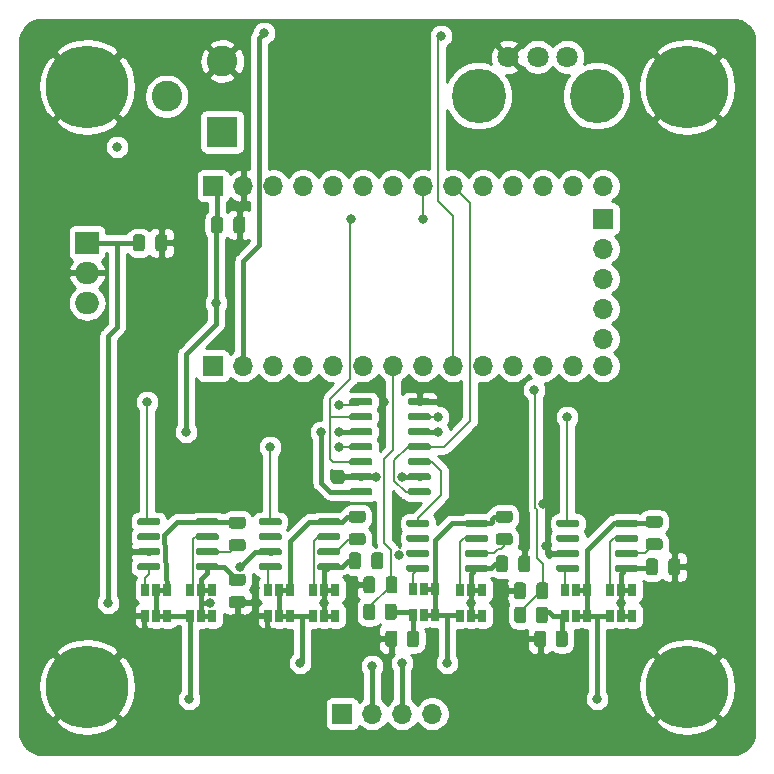
<source format=gbr>
G04 #@! TF.GenerationSoftware,KiCad,Pcbnew,5.1.7-a382d34a8~88~ubuntu18.04.1*
G04 #@! TF.CreationDate,2021-08-02T14:04:30-07:00*
G04 #@! TF.ProjectId,tumbler_gen3,74756d62-6c65-4725-9f67-656e332e6b69,V1.7*
G04 #@! TF.SameCoordinates,Original*
G04 #@! TF.FileFunction,Copper,L1,Top*
G04 #@! TF.FilePolarity,Positive*
%FSLAX46Y46*%
G04 Gerber Fmt 4.6, Leading zero omitted, Abs format (unit mm)*
G04 Created by KiCad (PCBNEW 5.1.7-a382d34a8~88~ubuntu18.04.1) date 2021-08-02 14:04:30*
%MOMM*%
%LPD*%
G01*
G04 APERTURE LIST*
G04 #@! TA.AperFunction,ComponentPad*
%ADD10C,7.000000*%
G04 #@! TD*
G04 #@! TA.AperFunction,ComponentPad*
%ADD11C,2.600000*%
G04 #@! TD*
G04 #@! TA.AperFunction,ComponentPad*
%ADD12R,2.600000X2.600000*%
G04 #@! TD*
G04 #@! TA.AperFunction,ComponentPad*
%ADD13O,1.700000X1.700000*%
G04 #@! TD*
G04 #@! TA.AperFunction,ComponentPad*
%ADD14R,1.700000X1.700000*%
G04 #@! TD*
G04 #@! TA.AperFunction,ComponentPad*
%ADD15O,2.000000X1.905000*%
G04 #@! TD*
G04 #@! TA.AperFunction,ComponentPad*
%ADD16R,2.000000X1.905000*%
G04 #@! TD*
G04 #@! TA.AperFunction,ComponentPad*
%ADD17C,4.600000*%
G04 #@! TD*
G04 #@! TA.AperFunction,ComponentPad*
%ADD18C,1.800000*%
G04 #@! TD*
G04 #@! TA.AperFunction,SMDPad,CuDef*
%ADD19R,0.650000X1.060000*%
G04 #@! TD*
G04 #@! TA.AperFunction,ViaPad*
%ADD20C,0.812800*%
G04 #@! TD*
G04 #@! TA.AperFunction,Conductor*
%ADD21C,0.381000*%
G04 #@! TD*
G04 #@! TA.AperFunction,Conductor*
%ADD22C,0.203200*%
G04 #@! TD*
G04 #@! TA.AperFunction,Conductor*
%ADD23C,0.254000*%
G04 #@! TD*
G04 #@! TA.AperFunction,Conductor*
%ADD24C,0.100000*%
G04 #@! TD*
G04 APERTURE END LIST*
D10*
X240792000Y-161290000D03*
X189992000Y-161290000D03*
G04 #@! TA.AperFunction,SMDPad,CuDef*
G36*
G01*
X214368000Y-152179000D02*
X214368000Y-153129000D01*
G75*
G02*
X214118000Y-153379000I-250000J0D01*
G01*
X213618000Y-153379000D01*
G75*
G02*
X213368000Y-153129000I0J250000D01*
G01*
X213368000Y-152179000D01*
G75*
G02*
X213618000Y-151929000I250000J0D01*
G01*
X214118000Y-151929000D01*
G75*
G02*
X214368000Y-152179000I0J-250000D01*
G01*
G37*
G04 #@! TD.AperFunction*
G04 #@! TA.AperFunction,SMDPad,CuDef*
G36*
G01*
X216268000Y-152179000D02*
X216268000Y-153129000D01*
G75*
G02*
X216018000Y-153379000I-250000J0D01*
G01*
X215518000Y-153379000D01*
G75*
G02*
X215268000Y-153129000I0J250000D01*
G01*
X215268000Y-152179000D01*
G75*
G02*
X215518000Y-151929000I250000J0D01*
G01*
X216018000Y-151929000D01*
G75*
G02*
X216268000Y-152179000I0J-250000D01*
G01*
G37*
G04 #@! TD.AperFunction*
G04 #@! TA.AperFunction,SMDPad,CuDef*
G36*
G01*
X239210000Y-151605000D02*
X239210000Y-150655000D01*
G75*
G02*
X239460000Y-150405000I250000J0D01*
G01*
X239960000Y-150405000D01*
G75*
G02*
X240210000Y-150655000I0J-250000D01*
G01*
X240210000Y-151605000D01*
G75*
G02*
X239960000Y-151855000I-250000J0D01*
G01*
X239460000Y-151855000D01*
G75*
G02*
X239210000Y-151605000I0J250000D01*
G01*
G37*
G04 #@! TD.AperFunction*
G04 #@! TA.AperFunction,SMDPad,CuDef*
G36*
G01*
X237310000Y-151605000D02*
X237310000Y-150655000D01*
G75*
G02*
X237560000Y-150405000I250000J0D01*
G01*
X238060000Y-150405000D01*
G75*
G02*
X238310000Y-150655000I0J-250000D01*
G01*
X238310000Y-151605000D01*
G75*
G02*
X238060000Y-151855000I-250000J0D01*
G01*
X237560000Y-151855000D01*
G75*
G02*
X237310000Y-151605000I0J250000D01*
G01*
G37*
G04 #@! TD.AperFunction*
G04 #@! TA.AperFunction,SMDPad,CuDef*
G36*
G01*
X226510000Y-151351000D02*
X226510000Y-150401000D01*
G75*
G02*
X226760000Y-150151000I250000J0D01*
G01*
X227260000Y-150151000D01*
G75*
G02*
X227510000Y-150401000I0J-250000D01*
G01*
X227510000Y-151351000D01*
G75*
G02*
X227260000Y-151601000I-250000J0D01*
G01*
X226760000Y-151601000D01*
G75*
G02*
X226510000Y-151351000I0J250000D01*
G01*
G37*
G04 #@! TD.AperFunction*
G04 #@! TA.AperFunction,SMDPad,CuDef*
G36*
G01*
X224610000Y-151351000D02*
X224610000Y-150401000D01*
G75*
G02*
X224860000Y-150151000I250000J0D01*
G01*
X225360000Y-150151000D01*
G75*
G02*
X225610000Y-150401000I0J-250000D01*
G01*
X225610000Y-151351000D01*
G75*
G02*
X225360000Y-151601000I-250000J0D01*
G01*
X224860000Y-151601000D01*
G75*
G02*
X224610000Y-151351000I0J250000D01*
G01*
G37*
G04 #@! TD.AperFunction*
G04 #@! TA.AperFunction,SMDPad,CuDef*
G36*
G01*
X214064000Y-151097000D02*
X214064000Y-150147000D01*
G75*
G02*
X214314000Y-149897000I250000J0D01*
G01*
X214814000Y-149897000D01*
G75*
G02*
X215064000Y-150147000I0J-250000D01*
G01*
X215064000Y-151097000D01*
G75*
G02*
X214814000Y-151347000I-250000J0D01*
G01*
X214314000Y-151347000D01*
G75*
G02*
X214064000Y-151097000I0J250000D01*
G01*
G37*
G04 #@! TD.AperFunction*
G04 #@! TA.AperFunction,SMDPad,CuDef*
G36*
G01*
X212164000Y-151097000D02*
X212164000Y-150147000D01*
G75*
G02*
X212414000Y-149897000I250000J0D01*
G01*
X212914000Y-149897000D01*
G75*
G02*
X213164000Y-150147000I0J-250000D01*
G01*
X213164000Y-151097000D01*
G75*
G02*
X212914000Y-151347000I-250000J0D01*
G01*
X212414000Y-151347000D01*
G75*
G02*
X212164000Y-151097000I0J250000D01*
G01*
G37*
G04 #@! TD.AperFunction*
G04 #@! TA.AperFunction,SMDPad,CuDef*
G36*
G01*
X202217000Y-153612000D02*
X203167000Y-153612000D01*
G75*
G02*
X203417000Y-153862000I0J-250000D01*
G01*
X203417000Y-154362000D01*
G75*
G02*
X203167000Y-154612000I-250000J0D01*
G01*
X202217000Y-154612000D01*
G75*
G02*
X201967000Y-154362000I0J250000D01*
G01*
X201967000Y-153862000D01*
G75*
G02*
X202217000Y-153612000I250000J0D01*
G01*
G37*
G04 #@! TD.AperFunction*
G04 #@! TA.AperFunction,SMDPad,CuDef*
G36*
G01*
X202217000Y-151712000D02*
X203167000Y-151712000D01*
G75*
G02*
X203417000Y-151962000I0J-250000D01*
G01*
X203417000Y-152462000D01*
G75*
G02*
X203167000Y-152712000I-250000J0D01*
G01*
X202217000Y-152712000D01*
G75*
G02*
X201967000Y-152462000I0J250000D01*
G01*
X201967000Y-151962000D01*
G75*
G02*
X202217000Y-151712000I250000J0D01*
G01*
G37*
G04 #@! TD.AperFunction*
X240792000Y-110490000D03*
X189992000Y-110490000D03*
D11*
X196722000Y-111300000D03*
X201422000Y-108300000D03*
D12*
X201422000Y-114300000D03*
D13*
X219202000Y-163576000D03*
X216662000Y-163576000D03*
X214122000Y-163576000D03*
D14*
X211582000Y-163576000D03*
D15*
X189992000Y-128778000D03*
X189992000Y-126238000D03*
D16*
X189992000Y-123698000D03*
D17*
X233132000Y-111250000D03*
X223132000Y-111250000D03*
D18*
X230632000Y-107950000D03*
X228132000Y-107950000D03*
X225632000Y-107950000D03*
G04 #@! TA.AperFunction,SMDPad,CuDef*
G36*
G01*
X231672000Y-151107000D02*
X231672000Y-151407000D01*
G75*
G02*
X231522000Y-151557000I-150000J0D01*
G01*
X229872000Y-151557000D01*
G75*
G02*
X229722000Y-151407000I0J150000D01*
G01*
X229722000Y-151107000D01*
G75*
G02*
X229872000Y-150957000I150000J0D01*
G01*
X231522000Y-150957000D01*
G75*
G02*
X231672000Y-151107000I0J-150000D01*
G01*
G37*
G04 #@! TD.AperFunction*
G04 #@! TA.AperFunction,SMDPad,CuDef*
G36*
G01*
X231672000Y-149837000D02*
X231672000Y-150137000D01*
G75*
G02*
X231522000Y-150287000I-150000J0D01*
G01*
X229872000Y-150287000D01*
G75*
G02*
X229722000Y-150137000I0J150000D01*
G01*
X229722000Y-149837000D01*
G75*
G02*
X229872000Y-149687000I150000J0D01*
G01*
X231522000Y-149687000D01*
G75*
G02*
X231672000Y-149837000I0J-150000D01*
G01*
G37*
G04 #@! TD.AperFunction*
G04 #@! TA.AperFunction,SMDPad,CuDef*
G36*
G01*
X231672000Y-148567000D02*
X231672000Y-148867000D01*
G75*
G02*
X231522000Y-149017000I-150000J0D01*
G01*
X229872000Y-149017000D01*
G75*
G02*
X229722000Y-148867000I0J150000D01*
G01*
X229722000Y-148567000D01*
G75*
G02*
X229872000Y-148417000I150000J0D01*
G01*
X231522000Y-148417000D01*
G75*
G02*
X231672000Y-148567000I0J-150000D01*
G01*
G37*
G04 #@! TD.AperFunction*
G04 #@! TA.AperFunction,SMDPad,CuDef*
G36*
G01*
X231672000Y-147297000D02*
X231672000Y-147597000D01*
G75*
G02*
X231522000Y-147747000I-150000J0D01*
G01*
X229872000Y-147747000D01*
G75*
G02*
X229722000Y-147597000I0J150000D01*
G01*
X229722000Y-147297000D01*
G75*
G02*
X229872000Y-147147000I150000J0D01*
G01*
X231522000Y-147147000D01*
G75*
G02*
X231672000Y-147297000I0J-150000D01*
G01*
G37*
G04 #@! TD.AperFunction*
G04 #@! TA.AperFunction,SMDPad,CuDef*
G36*
G01*
X236622000Y-147297000D02*
X236622000Y-147597000D01*
G75*
G02*
X236472000Y-147747000I-150000J0D01*
G01*
X234822000Y-147747000D01*
G75*
G02*
X234672000Y-147597000I0J150000D01*
G01*
X234672000Y-147297000D01*
G75*
G02*
X234822000Y-147147000I150000J0D01*
G01*
X236472000Y-147147000D01*
G75*
G02*
X236622000Y-147297000I0J-150000D01*
G01*
G37*
G04 #@! TD.AperFunction*
G04 #@! TA.AperFunction,SMDPad,CuDef*
G36*
G01*
X236622000Y-148567000D02*
X236622000Y-148867000D01*
G75*
G02*
X236472000Y-149017000I-150000J0D01*
G01*
X234822000Y-149017000D01*
G75*
G02*
X234672000Y-148867000I0J150000D01*
G01*
X234672000Y-148567000D01*
G75*
G02*
X234822000Y-148417000I150000J0D01*
G01*
X236472000Y-148417000D01*
G75*
G02*
X236622000Y-148567000I0J-150000D01*
G01*
G37*
G04 #@! TD.AperFunction*
G04 #@! TA.AperFunction,SMDPad,CuDef*
G36*
G01*
X236622000Y-149837000D02*
X236622000Y-150137000D01*
G75*
G02*
X236472000Y-150287000I-150000J0D01*
G01*
X234822000Y-150287000D01*
G75*
G02*
X234672000Y-150137000I0J150000D01*
G01*
X234672000Y-149837000D01*
G75*
G02*
X234822000Y-149687000I150000J0D01*
G01*
X236472000Y-149687000D01*
G75*
G02*
X236622000Y-149837000I0J-150000D01*
G01*
G37*
G04 #@! TD.AperFunction*
G04 #@! TA.AperFunction,SMDPad,CuDef*
G36*
G01*
X236622000Y-151107000D02*
X236622000Y-151407000D01*
G75*
G02*
X236472000Y-151557000I-150000J0D01*
G01*
X234822000Y-151557000D01*
G75*
G02*
X234672000Y-151407000I0J150000D01*
G01*
X234672000Y-151107000D01*
G75*
G02*
X234822000Y-150957000I150000J0D01*
G01*
X236472000Y-150957000D01*
G75*
G02*
X236622000Y-151107000I0J-150000D01*
G01*
G37*
G04 #@! TD.AperFunction*
G04 #@! TA.AperFunction,SMDPad,CuDef*
G36*
G01*
X218972000Y-151107000D02*
X218972000Y-151407000D01*
G75*
G02*
X218822000Y-151557000I-150000J0D01*
G01*
X217172000Y-151557000D01*
G75*
G02*
X217022000Y-151407000I0J150000D01*
G01*
X217022000Y-151107000D01*
G75*
G02*
X217172000Y-150957000I150000J0D01*
G01*
X218822000Y-150957000D01*
G75*
G02*
X218972000Y-151107000I0J-150000D01*
G01*
G37*
G04 #@! TD.AperFunction*
G04 #@! TA.AperFunction,SMDPad,CuDef*
G36*
G01*
X218972000Y-149837000D02*
X218972000Y-150137000D01*
G75*
G02*
X218822000Y-150287000I-150000J0D01*
G01*
X217172000Y-150287000D01*
G75*
G02*
X217022000Y-150137000I0J150000D01*
G01*
X217022000Y-149837000D01*
G75*
G02*
X217172000Y-149687000I150000J0D01*
G01*
X218822000Y-149687000D01*
G75*
G02*
X218972000Y-149837000I0J-150000D01*
G01*
G37*
G04 #@! TD.AperFunction*
G04 #@! TA.AperFunction,SMDPad,CuDef*
G36*
G01*
X218972000Y-148567000D02*
X218972000Y-148867000D01*
G75*
G02*
X218822000Y-149017000I-150000J0D01*
G01*
X217172000Y-149017000D01*
G75*
G02*
X217022000Y-148867000I0J150000D01*
G01*
X217022000Y-148567000D01*
G75*
G02*
X217172000Y-148417000I150000J0D01*
G01*
X218822000Y-148417000D01*
G75*
G02*
X218972000Y-148567000I0J-150000D01*
G01*
G37*
G04 #@! TD.AperFunction*
G04 #@! TA.AperFunction,SMDPad,CuDef*
G36*
G01*
X218972000Y-147297000D02*
X218972000Y-147597000D01*
G75*
G02*
X218822000Y-147747000I-150000J0D01*
G01*
X217172000Y-147747000D01*
G75*
G02*
X217022000Y-147597000I0J150000D01*
G01*
X217022000Y-147297000D01*
G75*
G02*
X217172000Y-147147000I150000J0D01*
G01*
X218822000Y-147147000D01*
G75*
G02*
X218972000Y-147297000I0J-150000D01*
G01*
G37*
G04 #@! TD.AperFunction*
G04 #@! TA.AperFunction,SMDPad,CuDef*
G36*
G01*
X223922000Y-147297000D02*
X223922000Y-147597000D01*
G75*
G02*
X223772000Y-147747000I-150000J0D01*
G01*
X222122000Y-147747000D01*
G75*
G02*
X221972000Y-147597000I0J150000D01*
G01*
X221972000Y-147297000D01*
G75*
G02*
X222122000Y-147147000I150000J0D01*
G01*
X223772000Y-147147000D01*
G75*
G02*
X223922000Y-147297000I0J-150000D01*
G01*
G37*
G04 #@! TD.AperFunction*
G04 #@! TA.AperFunction,SMDPad,CuDef*
G36*
G01*
X223922000Y-148567000D02*
X223922000Y-148867000D01*
G75*
G02*
X223772000Y-149017000I-150000J0D01*
G01*
X222122000Y-149017000D01*
G75*
G02*
X221972000Y-148867000I0J150000D01*
G01*
X221972000Y-148567000D01*
G75*
G02*
X222122000Y-148417000I150000J0D01*
G01*
X223772000Y-148417000D01*
G75*
G02*
X223922000Y-148567000I0J-150000D01*
G01*
G37*
G04 #@! TD.AperFunction*
G04 #@! TA.AperFunction,SMDPad,CuDef*
G36*
G01*
X223922000Y-149837000D02*
X223922000Y-150137000D01*
G75*
G02*
X223772000Y-150287000I-150000J0D01*
G01*
X222122000Y-150287000D01*
G75*
G02*
X221972000Y-150137000I0J150000D01*
G01*
X221972000Y-149837000D01*
G75*
G02*
X222122000Y-149687000I150000J0D01*
G01*
X223772000Y-149687000D01*
G75*
G02*
X223922000Y-149837000I0J-150000D01*
G01*
G37*
G04 #@! TD.AperFunction*
G04 #@! TA.AperFunction,SMDPad,CuDef*
G36*
G01*
X223922000Y-151107000D02*
X223922000Y-151407000D01*
G75*
G02*
X223772000Y-151557000I-150000J0D01*
G01*
X222122000Y-151557000D01*
G75*
G02*
X221972000Y-151407000I0J150000D01*
G01*
X221972000Y-151107000D01*
G75*
G02*
X222122000Y-150957000I150000J0D01*
G01*
X223772000Y-150957000D01*
G75*
G02*
X223922000Y-151107000I0J-150000D01*
G01*
G37*
G04 #@! TD.AperFunction*
G04 #@! TA.AperFunction,SMDPad,CuDef*
G36*
G01*
X196177000Y-150980000D02*
X196177000Y-151280000D01*
G75*
G02*
X196027000Y-151430000I-150000J0D01*
G01*
X194377000Y-151430000D01*
G75*
G02*
X194227000Y-151280000I0J150000D01*
G01*
X194227000Y-150980000D01*
G75*
G02*
X194377000Y-150830000I150000J0D01*
G01*
X196027000Y-150830000D01*
G75*
G02*
X196177000Y-150980000I0J-150000D01*
G01*
G37*
G04 #@! TD.AperFunction*
G04 #@! TA.AperFunction,SMDPad,CuDef*
G36*
G01*
X196177000Y-149710000D02*
X196177000Y-150010000D01*
G75*
G02*
X196027000Y-150160000I-150000J0D01*
G01*
X194377000Y-150160000D01*
G75*
G02*
X194227000Y-150010000I0J150000D01*
G01*
X194227000Y-149710000D01*
G75*
G02*
X194377000Y-149560000I150000J0D01*
G01*
X196027000Y-149560000D01*
G75*
G02*
X196177000Y-149710000I0J-150000D01*
G01*
G37*
G04 #@! TD.AperFunction*
G04 #@! TA.AperFunction,SMDPad,CuDef*
G36*
G01*
X196177000Y-148440000D02*
X196177000Y-148740000D01*
G75*
G02*
X196027000Y-148890000I-150000J0D01*
G01*
X194377000Y-148890000D01*
G75*
G02*
X194227000Y-148740000I0J150000D01*
G01*
X194227000Y-148440000D01*
G75*
G02*
X194377000Y-148290000I150000J0D01*
G01*
X196027000Y-148290000D01*
G75*
G02*
X196177000Y-148440000I0J-150000D01*
G01*
G37*
G04 #@! TD.AperFunction*
G04 #@! TA.AperFunction,SMDPad,CuDef*
G36*
G01*
X196177000Y-147170000D02*
X196177000Y-147470000D01*
G75*
G02*
X196027000Y-147620000I-150000J0D01*
G01*
X194377000Y-147620000D01*
G75*
G02*
X194227000Y-147470000I0J150000D01*
G01*
X194227000Y-147170000D01*
G75*
G02*
X194377000Y-147020000I150000J0D01*
G01*
X196027000Y-147020000D01*
G75*
G02*
X196177000Y-147170000I0J-150000D01*
G01*
G37*
G04 #@! TD.AperFunction*
G04 #@! TA.AperFunction,SMDPad,CuDef*
G36*
G01*
X201127000Y-147170000D02*
X201127000Y-147470000D01*
G75*
G02*
X200977000Y-147620000I-150000J0D01*
G01*
X199327000Y-147620000D01*
G75*
G02*
X199177000Y-147470000I0J150000D01*
G01*
X199177000Y-147170000D01*
G75*
G02*
X199327000Y-147020000I150000J0D01*
G01*
X200977000Y-147020000D01*
G75*
G02*
X201127000Y-147170000I0J-150000D01*
G01*
G37*
G04 #@! TD.AperFunction*
G04 #@! TA.AperFunction,SMDPad,CuDef*
G36*
G01*
X201127000Y-148440000D02*
X201127000Y-148740000D01*
G75*
G02*
X200977000Y-148890000I-150000J0D01*
G01*
X199327000Y-148890000D01*
G75*
G02*
X199177000Y-148740000I0J150000D01*
G01*
X199177000Y-148440000D01*
G75*
G02*
X199327000Y-148290000I150000J0D01*
G01*
X200977000Y-148290000D01*
G75*
G02*
X201127000Y-148440000I0J-150000D01*
G01*
G37*
G04 #@! TD.AperFunction*
G04 #@! TA.AperFunction,SMDPad,CuDef*
G36*
G01*
X201127000Y-149710000D02*
X201127000Y-150010000D01*
G75*
G02*
X200977000Y-150160000I-150000J0D01*
G01*
X199327000Y-150160000D01*
G75*
G02*
X199177000Y-150010000I0J150000D01*
G01*
X199177000Y-149710000D01*
G75*
G02*
X199327000Y-149560000I150000J0D01*
G01*
X200977000Y-149560000D01*
G75*
G02*
X201127000Y-149710000I0J-150000D01*
G01*
G37*
G04 #@! TD.AperFunction*
G04 #@! TA.AperFunction,SMDPad,CuDef*
G36*
G01*
X201127000Y-150980000D02*
X201127000Y-151280000D01*
G75*
G02*
X200977000Y-151430000I-150000J0D01*
G01*
X199327000Y-151430000D01*
G75*
G02*
X199177000Y-151280000I0J150000D01*
G01*
X199177000Y-150980000D01*
G75*
G02*
X199327000Y-150830000I150000J0D01*
G01*
X200977000Y-150830000D01*
G75*
G02*
X201127000Y-150980000I0J-150000D01*
G01*
G37*
G04 #@! TD.AperFunction*
G04 #@! TA.AperFunction,SMDPad,CuDef*
G36*
G01*
X206461000Y-150980000D02*
X206461000Y-151280000D01*
G75*
G02*
X206311000Y-151430000I-150000J0D01*
G01*
X204661000Y-151430000D01*
G75*
G02*
X204511000Y-151280000I0J150000D01*
G01*
X204511000Y-150980000D01*
G75*
G02*
X204661000Y-150830000I150000J0D01*
G01*
X206311000Y-150830000D01*
G75*
G02*
X206461000Y-150980000I0J-150000D01*
G01*
G37*
G04 #@! TD.AperFunction*
G04 #@! TA.AperFunction,SMDPad,CuDef*
G36*
G01*
X206461000Y-149710000D02*
X206461000Y-150010000D01*
G75*
G02*
X206311000Y-150160000I-150000J0D01*
G01*
X204661000Y-150160000D01*
G75*
G02*
X204511000Y-150010000I0J150000D01*
G01*
X204511000Y-149710000D01*
G75*
G02*
X204661000Y-149560000I150000J0D01*
G01*
X206311000Y-149560000D01*
G75*
G02*
X206461000Y-149710000I0J-150000D01*
G01*
G37*
G04 #@! TD.AperFunction*
G04 #@! TA.AperFunction,SMDPad,CuDef*
G36*
G01*
X206461000Y-148440000D02*
X206461000Y-148740000D01*
G75*
G02*
X206311000Y-148890000I-150000J0D01*
G01*
X204661000Y-148890000D01*
G75*
G02*
X204511000Y-148740000I0J150000D01*
G01*
X204511000Y-148440000D01*
G75*
G02*
X204661000Y-148290000I150000J0D01*
G01*
X206311000Y-148290000D01*
G75*
G02*
X206461000Y-148440000I0J-150000D01*
G01*
G37*
G04 #@! TD.AperFunction*
G04 #@! TA.AperFunction,SMDPad,CuDef*
G36*
G01*
X206461000Y-147170000D02*
X206461000Y-147470000D01*
G75*
G02*
X206311000Y-147620000I-150000J0D01*
G01*
X204661000Y-147620000D01*
G75*
G02*
X204511000Y-147470000I0J150000D01*
G01*
X204511000Y-147170000D01*
G75*
G02*
X204661000Y-147020000I150000J0D01*
G01*
X206311000Y-147020000D01*
G75*
G02*
X206461000Y-147170000I0J-150000D01*
G01*
G37*
G04 #@! TD.AperFunction*
G04 #@! TA.AperFunction,SMDPad,CuDef*
G36*
G01*
X211411000Y-147170000D02*
X211411000Y-147470000D01*
G75*
G02*
X211261000Y-147620000I-150000J0D01*
G01*
X209611000Y-147620000D01*
G75*
G02*
X209461000Y-147470000I0J150000D01*
G01*
X209461000Y-147170000D01*
G75*
G02*
X209611000Y-147020000I150000J0D01*
G01*
X211261000Y-147020000D01*
G75*
G02*
X211411000Y-147170000I0J-150000D01*
G01*
G37*
G04 #@! TD.AperFunction*
G04 #@! TA.AperFunction,SMDPad,CuDef*
G36*
G01*
X211411000Y-148440000D02*
X211411000Y-148740000D01*
G75*
G02*
X211261000Y-148890000I-150000J0D01*
G01*
X209611000Y-148890000D01*
G75*
G02*
X209461000Y-148740000I0J150000D01*
G01*
X209461000Y-148440000D01*
G75*
G02*
X209611000Y-148290000I150000J0D01*
G01*
X211261000Y-148290000D01*
G75*
G02*
X211411000Y-148440000I0J-150000D01*
G01*
G37*
G04 #@! TD.AperFunction*
G04 #@! TA.AperFunction,SMDPad,CuDef*
G36*
G01*
X211411000Y-149710000D02*
X211411000Y-150010000D01*
G75*
G02*
X211261000Y-150160000I-150000J0D01*
G01*
X209611000Y-150160000D01*
G75*
G02*
X209461000Y-150010000I0J150000D01*
G01*
X209461000Y-149710000D01*
G75*
G02*
X209611000Y-149560000I150000J0D01*
G01*
X211261000Y-149560000D01*
G75*
G02*
X211411000Y-149710000I0J-150000D01*
G01*
G37*
G04 #@! TD.AperFunction*
G04 #@! TA.AperFunction,SMDPad,CuDef*
G36*
G01*
X211411000Y-150980000D02*
X211411000Y-151280000D01*
G75*
G02*
X211261000Y-151430000I-150000J0D01*
G01*
X209611000Y-151430000D01*
G75*
G02*
X209461000Y-151280000I0J150000D01*
G01*
X209461000Y-150980000D01*
G75*
G02*
X209611000Y-150830000I150000J0D01*
G01*
X211261000Y-150830000D01*
G75*
G02*
X211411000Y-150980000I0J-150000D01*
G01*
G37*
G04 #@! TD.AperFunction*
G04 #@! TA.AperFunction,SMDPad,CuDef*
G36*
G01*
X214146000Y-144630000D02*
X214146000Y-144930000D01*
G75*
G02*
X213996000Y-145080000I-150000J0D01*
G01*
X212346000Y-145080000D01*
G75*
G02*
X212196000Y-144930000I0J150000D01*
G01*
X212196000Y-144630000D01*
G75*
G02*
X212346000Y-144480000I150000J0D01*
G01*
X213996000Y-144480000D01*
G75*
G02*
X214146000Y-144630000I0J-150000D01*
G01*
G37*
G04 #@! TD.AperFunction*
G04 #@! TA.AperFunction,SMDPad,CuDef*
G36*
G01*
X214146000Y-143360000D02*
X214146000Y-143660000D01*
G75*
G02*
X213996000Y-143810000I-150000J0D01*
G01*
X212346000Y-143810000D01*
G75*
G02*
X212196000Y-143660000I0J150000D01*
G01*
X212196000Y-143360000D01*
G75*
G02*
X212346000Y-143210000I150000J0D01*
G01*
X213996000Y-143210000D01*
G75*
G02*
X214146000Y-143360000I0J-150000D01*
G01*
G37*
G04 #@! TD.AperFunction*
G04 #@! TA.AperFunction,SMDPad,CuDef*
G36*
G01*
X214146000Y-142090000D02*
X214146000Y-142390000D01*
G75*
G02*
X213996000Y-142540000I-150000J0D01*
G01*
X212346000Y-142540000D01*
G75*
G02*
X212196000Y-142390000I0J150000D01*
G01*
X212196000Y-142090000D01*
G75*
G02*
X212346000Y-141940000I150000J0D01*
G01*
X213996000Y-141940000D01*
G75*
G02*
X214146000Y-142090000I0J-150000D01*
G01*
G37*
G04 #@! TD.AperFunction*
G04 #@! TA.AperFunction,SMDPad,CuDef*
G36*
G01*
X214146000Y-140820000D02*
X214146000Y-141120000D01*
G75*
G02*
X213996000Y-141270000I-150000J0D01*
G01*
X212346000Y-141270000D01*
G75*
G02*
X212196000Y-141120000I0J150000D01*
G01*
X212196000Y-140820000D01*
G75*
G02*
X212346000Y-140670000I150000J0D01*
G01*
X213996000Y-140670000D01*
G75*
G02*
X214146000Y-140820000I0J-150000D01*
G01*
G37*
G04 #@! TD.AperFunction*
G04 #@! TA.AperFunction,SMDPad,CuDef*
G36*
G01*
X214146000Y-139550000D02*
X214146000Y-139850000D01*
G75*
G02*
X213996000Y-140000000I-150000J0D01*
G01*
X212346000Y-140000000D01*
G75*
G02*
X212196000Y-139850000I0J150000D01*
G01*
X212196000Y-139550000D01*
G75*
G02*
X212346000Y-139400000I150000J0D01*
G01*
X213996000Y-139400000D01*
G75*
G02*
X214146000Y-139550000I0J-150000D01*
G01*
G37*
G04 #@! TD.AperFunction*
G04 #@! TA.AperFunction,SMDPad,CuDef*
G36*
G01*
X214146000Y-138280000D02*
X214146000Y-138580000D01*
G75*
G02*
X213996000Y-138730000I-150000J0D01*
G01*
X212346000Y-138730000D01*
G75*
G02*
X212196000Y-138580000I0J150000D01*
G01*
X212196000Y-138280000D01*
G75*
G02*
X212346000Y-138130000I150000J0D01*
G01*
X213996000Y-138130000D01*
G75*
G02*
X214146000Y-138280000I0J-150000D01*
G01*
G37*
G04 #@! TD.AperFunction*
G04 #@! TA.AperFunction,SMDPad,CuDef*
G36*
G01*
X214146000Y-137010000D02*
X214146000Y-137310000D01*
G75*
G02*
X213996000Y-137460000I-150000J0D01*
G01*
X212346000Y-137460000D01*
G75*
G02*
X212196000Y-137310000I0J150000D01*
G01*
X212196000Y-137010000D01*
G75*
G02*
X212346000Y-136860000I150000J0D01*
G01*
X213996000Y-136860000D01*
G75*
G02*
X214146000Y-137010000I0J-150000D01*
G01*
G37*
G04 #@! TD.AperFunction*
G04 #@! TA.AperFunction,SMDPad,CuDef*
G36*
G01*
X219096000Y-137010000D02*
X219096000Y-137310000D01*
G75*
G02*
X218946000Y-137460000I-150000J0D01*
G01*
X217296000Y-137460000D01*
G75*
G02*
X217146000Y-137310000I0J150000D01*
G01*
X217146000Y-137010000D01*
G75*
G02*
X217296000Y-136860000I150000J0D01*
G01*
X218946000Y-136860000D01*
G75*
G02*
X219096000Y-137010000I0J-150000D01*
G01*
G37*
G04 #@! TD.AperFunction*
G04 #@! TA.AperFunction,SMDPad,CuDef*
G36*
G01*
X219096000Y-138280000D02*
X219096000Y-138580000D01*
G75*
G02*
X218946000Y-138730000I-150000J0D01*
G01*
X217296000Y-138730000D01*
G75*
G02*
X217146000Y-138580000I0J150000D01*
G01*
X217146000Y-138280000D01*
G75*
G02*
X217296000Y-138130000I150000J0D01*
G01*
X218946000Y-138130000D01*
G75*
G02*
X219096000Y-138280000I0J-150000D01*
G01*
G37*
G04 #@! TD.AperFunction*
G04 #@! TA.AperFunction,SMDPad,CuDef*
G36*
G01*
X219096000Y-139550000D02*
X219096000Y-139850000D01*
G75*
G02*
X218946000Y-140000000I-150000J0D01*
G01*
X217296000Y-140000000D01*
G75*
G02*
X217146000Y-139850000I0J150000D01*
G01*
X217146000Y-139550000D01*
G75*
G02*
X217296000Y-139400000I150000J0D01*
G01*
X218946000Y-139400000D01*
G75*
G02*
X219096000Y-139550000I0J-150000D01*
G01*
G37*
G04 #@! TD.AperFunction*
G04 #@! TA.AperFunction,SMDPad,CuDef*
G36*
G01*
X219096000Y-140820000D02*
X219096000Y-141120000D01*
G75*
G02*
X218946000Y-141270000I-150000J0D01*
G01*
X217296000Y-141270000D01*
G75*
G02*
X217146000Y-141120000I0J150000D01*
G01*
X217146000Y-140820000D01*
G75*
G02*
X217296000Y-140670000I150000J0D01*
G01*
X218946000Y-140670000D01*
G75*
G02*
X219096000Y-140820000I0J-150000D01*
G01*
G37*
G04 #@! TD.AperFunction*
G04 #@! TA.AperFunction,SMDPad,CuDef*
G36*
G01*
X219096000Y-142090000D02*
X219096000Y-142390000D01*
G75*
G02*
X218946000Y-142540000I-150000J0D01*
G01*
X217296000Y-142540000D01*
G75*
G02*
X217146000Y-142390000I0J150000D01*
G01*
X217146000Y-142090000D01*
G75*
G02*
X217296000Y-141940000I150000J0D01*
G01*
X218946000Y-141940000D01*
G75*
G02*
X219096000Y-142090000I0J-150000D01*
G01*
G37*
G04 #@! TD.AperFunction*
G04 #@! TA.AperFunction,SMDPad,CuDef*
G36*
G01*
X219096000Y-143360000D02*
X219096000Y-143660000D01*
G75*
G02*
X218946000Y-143810000I-150000J0D01*
G01*
X217296000Y-143810000D01*
G75*
G02*
X217146000Y-143660000I0J150000D01*
G01*
X217146000Y-143360000D01*
G75*
G02*
X217296000Y-143210000I150000J0D01*
G01*
X218946000Y-143210000D01*
G75*
G02*
X219096000Y-143360000I0J-150000D01*
G01*
G37*
G04 #@! TD.AperFunction*
G04 #@! TA.AperFunction,SMDPad,CuDef*
G36*
G01*
X219096000Y-144630000D02*
X219096000Y-144930000D01*
G75*
G02*
X218946000Y-145080000I-150000J0D01*
G01*
X217296000Y-145080000D01*
G75*
G02*
X217146000Y-144930000I0J150000D01*
G01*
X217146000Y-144630000D01*
G75*
G02*
X217296000Y-144480000I150000J0D01*
G01*
X218946000Y-144480000D01*
G75*
G02*
X219096000Y-144630000I0J-150000D01*
G01*
G37*
G04 #@! TD.AperFunction*
G04 #@! TA.AperFunction,SMDPad,CuDef*
G36*
G01*
X228858500Y-156775998D02*
X228858500Y-157676002D01*
G75*
G02*
X228608502Y-157926000I-249998J0D01*
G01*
X228083498Y-157926000D01*
G75*
G02*
X227833500Y-157676002I0J249998D01*
G01*
X227833500Y-156775998D01*
G75*
G02*
X228083498Y-156526000I249998J0D01*
G01*
X228608502Y-156526000D01*
G75*
G02*
X228858500Y-156775998I0J-249998D01*
G01*
G37*
G04 #@! TD.AperFunction*
G04 #@! TA.AperFunction,SMDPad,CuDef*
G36*
G01*
X230683500Y-156775998D02*
X230683500Y-157676002D01*
G75*
G02*
X230433502Y-157926000I-249998J0D01*
G01*
X229908498Y-157926000D01*
G75*
G02*
X229658500Y-157676002I0J249998D01*
G01*
X229658500Y-156775998D01*
G75*
G02*
X229908498Y-156526000I249998J0D01*
G01*
X230433502Y-156526000D01*
G75*
G02*
X230683500Y-156775998I0J-249998D01*
G01*
G37*
G04 #@! TD.AperFunction*
G04 #@! TA.AperFunction,SMDPad,CuDef*
G36*
G01*
X216262000Y-156775998D02*
X216262000Y-157676002D01*
G75*
G02*
X216012002Y-157926000I-249998J0D01*
G01*
X215486998Y-157926000D01*
G75*
G02*
X215237000Y-157676002I0J249998D01*
G01*
X215237000Y-156775998D01*
G75*
G02*
X215486998Y-156526000I249998J0D01*
G01*
X216012002Y-156526000D01*
G75*
G02*
X216262000Y-156775998I0J-249998D01*
G01*
G37*
G04 #@! TD.AperFunction*
G04 #@! TA.AperFunction,SMDPad,CuDef*
G36*
G01*
X218087000Y-156775998D02*
X218087000Y-157676002D01*
G75*
G02*
X217837002Y-157926000I-249998J0D01*
G01*
X217311998Y-157926000D01*
G75*
G02*
X217062000Y-157676002I0J249998D01*
G01*
X217062000Y-156775998D01*
G75*
G02*
X217311998Y-156526000I249998J0D01*
G01*
X217837002Y-156526000D01*
G75*
G02*
X218087000Y-156775998I0J-249998D01*
G01*
G37*
G04 #@! TD.AperFunction*
G04 #@! TA.AperFunction,SMDPad,CuDef*
G36*
G01*
X227184000Y-154743998D02*
X227184000Y-155644002D01*
G75*
G02*
X226934002Y-155894000I-249998J0D01*
G01*
X226408998Y-155894000D01*
G75*
G02*
X226159000Y-155644002I0J249998D01*
G01*
X226159000Y-154743998D01*
G75*
G02*
X226408998Y-154494000I249998J0D01*
G01*
X226934002Y-154494000D01*
G75*
G02*
X227184000Y-154743998I0J-249998D01*
G01*
G37*
G04 #@! TD.AperFunction*
G04 #@! TA.AperFunction,SMDPad,CuDef*
G36*
G01*
X229009000Y-154743998D02*
X229009000Y-155644002D01*
G75*
G02*
X228759002Y-155894000I-249998J0D01*
G01*
X228233998Y-155894000D01*
G75*
G02*
X227984000Y-155644002I0J249998D01*
G01*
X227984000Y-154743998D01*
G75*
G02*
X228233998Y-154494000I249998J0D01*
G01*
X228759002Y-154494000D01*
G75*
G02*
X229009000Y-154743998I0J-249998D01*
G01*
G37*
G04 #@! TD.AperFunction*
G04 #@! TA.AperFunction,SMDPad,CuDef*
G36*
G01*
X214380500Y-154489998D02*
X214380500Y-155390002D01*
G75*
G02*
X214130502Y-155640000I-249998J0D01*
G01*
X213605498Y-155640000D01*
G75*
G02*
X213355500Y-155390002I0J249998D01*
G01*
X213355500Y-154489998D01*
G75*
G02*
X213605498Y-154240000I249998J0D01*
G01*
X214130502Y-154240000D01*
G75*
G02*
X214380500Y-154489998I0J-249998D01*
G01*
G37*
G04 #@! TD.AperFunction*
G04 #@! TA.AperFunction,SMDPad,CuDef*
G36*
G01*
X216205500Y-154489998D02*
X216205500Y-155390002D01*
G75*
G02*
X215955502Y-155640000I-249998J0D01*
G01*
X215430498Y-155640000D01*
G75*
G02*
X215180500Y-155390002I0J249998D01*
G01*
X215180500Y-154489998D01*
G75*
G02*
X215430498Y-154240000I249998J0D01*
G01*
X215955502Y-154240000D01*
G75*
G02*
X216205500Y-154489998I0J-249998D01*
G01*
G37*
G04 #@! TD.AperFunction*
D19*
X231394000Y-155278000D03*
X232344000Y-155278000D03*
X230444000Y-155278000D03*
X230444000Y-153078000D03*
X231394000Y-153078000D03*
X232344000Y-153078000D03*
X235204000Y-155278000D03*
X236154000Y-155278000D03*
X234254000Y-155278000D03*
X234254000Y-153078000D03*
X235204000Y-153078000D03*
X236154000Y-153078000D03*
X195834000Y-155278000D03*
X196784000Y-155278000D03*
X194884000Y-155278000D03*
X194884000Y-153078000D03*
X195834000Y-153078000D03*
X196784000Y-153078000D03*
X199644000Y-155278000D03*
X200594000Y-155278000D03*
X198694000Y-155278000D03*
X198694000Y-153078000D03*
X199644000Y-153078000D03*
X200594000Y-153078000D03*
X218506000Y-155194000D03*
X219456000Y-155194000D03*
X217556000Y-155194000D03*
X217556000Y-152994000D03*
X218506000Y-152994000D03*
X219456000Y-152994000D03*
X222504000Y-155278000D03*
X223454000Y-155278000D03*
X221554000Y-155278000D03*
X221554000Y-153078000D03*
X222504000Y-153078000D03*
X223454000Y-153078000D03*
X206248000Y-155278000D03*
X207198000Y-155278000D03*
X205298000Y-155278000D03*
X205298000Y-153078000D03*
X206248000Y-153078000D03*
X207198000Y-153078000D03*
X210058000Y-155278000D03*
X211008000Y-155278000D03*
X209108000Y-155278000D03*
X209108000Y-153078000D03*
X210058000Y-153078000D03*
X211008000Y-153078000D03*
G04 #@! TA.AperFunction,SMDPad,CuDef*
G36*
G01*
X238473000Y-147820000D02*
X237523000Y-147820000D01*
G75*
G02*
X237273000Y-147570000I0J250000D01*
G01*
X237273000Y-147070000D01*
G75*
G02*
X237523000Y-146820000I250000J0D01*
G01*
X238473000Y-146820000D01*
G75*
G02*
X238723000Y-147070000I0J-250000D01*
G01*
X238723000Y-147570000D01*
G75*
G02*
X238473000Y-147820000I-250000J0D01*
G01*
G37*
G04 #@! TD.AperFunction*
G04 #@! TA.AperFunction,SMDPad,CuDef*
G36*
G01*
X238473000Y-149720000D02*
X237523000Y-149720000D01*
G75*
G02*
X237273000Y-149470000I0J250000D01*
G01*
X237273000Y-148970000D01*
G75*
G02*
X237523000Y-148720000I250000J0D01*
G01*
X238473000Y-148720000D01*
G75*
G02*
X238723000Y-148970000I0J-250000D01*
G01*
X238723000Y-149470000D01*
G75*
G02*
X238473000Y-149720000I-250000J0D01*
G01*
G37*
G04 #@! TD.AperFunction*
G04 #@! TA.AperFunction,SMDPad,CuDef*
G36*
G01*
X203167000Y-147886000D02*
X202217000Y-147886000D01*
G75*
G02*
X201967000Y-147636000I0J250000D01*
G01*
X201967000Y-147136000D01*
G75*
G02*
X202217000Y-146886000I250000J0D01*
G01*
X203167000Y-146886000D01*
G75*
G02*
X203417000Y-147136000I0J-250000D01*
G01*
X203417000Y-147636000D01*
G75*
G02*
X203167000Y-147886000I-250000J0D01*
G01*
G37*
G04 #@! TD.AperFunction*
G04 #@! TA.AperFunction,SMDPad,CuDef*
G36*
G01*
X203167000Y-149786000D02*
X202217000Y-149786000D01*
G75*
G02*
X201967000Y-149536000I0J250000D01*
G01*
X201967000Y-149036000D01*
G75*
G02*
X202217000Y-148786000I250000J0D01*
G01*
X203167000Y-148786000D01*
G75*
G02*
X203417000Y-149036000I0J-250000D01*
G01*
X203417000Y-149536000D01*
G75*
G02*
X203167000Y-149786000I-250000J0D01*
G01*
G37*
G04 #@! TD.AperFunction*
G04 #@! TA.AperFunction,SMDPad,CuDef*
G36*
G01*
X225773000Y-147378000D02*
X224823000Y-147378000D01*
G75*
G02*
X224573000Y-147128000I0J250000D01*
G01*
X224573000Y-146628000D01*
G75*
G02*
X224823000Y-146378000I250000J0D01*
G01*
X225773000Y-146378000D01*
G75*
G02*
X226023000Y-146628000I0J-250000D01*
G01*
X226023000Y-147128000D01*
G75*
G02*
X225773000Y-147378000I-250000J0D01*
G01*
G37*
G04 #@! TD.AperFunction*
G04 #@! TA.AperFunction,SMDPad,CuDef*
G36*
G01*
X225773000Y-149278000D02*
X224823000Y-149278000D01*
G75*
G02*
X224573000Y-149028000I0J250000D01*
G01*
X224573000Y-148528000D01*
G75*
G02*
X224823000Y-148278000I250000J0D01*
G01*
X225773000Y-148278000D01*
G75*
G02*
X226023000Y-148528000I0J-250000D01*
G01*
X226023000Y-149028000D01*
G75*
G02*
X225773000Y-149278000I-250000J0D01*
G01*
G37*
G04 #@! TD.AperFunction*
G04 #@! TA.AperFunction,SMDPad,CuDef*
G36*
G01*
X213327000Y-147378000D02*
X212377000Y-147378000D01*
G75*
G02*
X212127000Y-147128000I0J250000D01*
G01*
X212127000Y-146628000D01*
G75*
G02*
X212377000Y-146378000I250000J0D01*
G01*
X213327000Y-146378000D01*
G75*
G02*
X213577000Y-146628000I0J-250000D01*
G01*
X213577000Y-147128000D01*
G75*
G02*
X213327000Y-147378000I-250000J0D01*
G01*
G37*
G04 #@! TD.AperFunction*
G04 #@! TA.AperFunction,SMDPad,CuDef*
G36*
G01*
X213327000Y-149278000D02*
X212377000Y-149278000D01*
G75*
G02*
X212127000Y-149028000I0J250000D01*
G01*
X212127000Y-148528000D01*
G75*
G02*
X212377000Y-148278000I250000J0D01*
G01*
X213327000Y-148278000D01*
G75*
G02*
X213577000Y-148528000I0J-250000D01*
G01*
X213577000Y-149028000D01*
G75*
G02*
X213327000Y-149278000I-250000J0D01*
G01*
G37*
G04 #@! TD.AperFunction*
G04 #@! TA.AperFunction,SMDPad,CuDef*
G36*
G01*
X227134000Y-152687000D02*
X227134000Y-153637000D01*
G75*
G02*
X226884000Y-153887000I-250000J0D01*
G01*
X226384000Y-153887000D01*
G75*
G02*
X226134000Y-153637000I0J250000D01*
G01*
X226134000Y-152687000D01*
G75*
G02*
X226384000Y-152437000I250000J0D01*
G01*
X226884000Y-152437000D01*
G75*
G02*
X227134000Y-152687000I0J-250000D01*
G01*
G37*
G04 #@! TD.AperFunction*
G04 #@! TA.AperFunction,SMDPad,CuDef*
G36*
G01*
X229034000Y-152687000D02*
X229034000Y-153637000D01*
G75*
G02*
X228784000Y-153887000I-250000J0D01*
G01*
X228284000Y-153887000D01*
G75*
G02*
X228034000Y-153637000I0J250000D01*
G01*
X228034000Y-152687000D01*
G75*
G02*
X228284000Y-152437000I250000J0D01*
G01*
X228784000Y-152437000D01*
G75*
G02*
X229034000Y-152687000I0J-250000D01*
G01*
G37*
G04 #@! TD.AperFunction*
G04 #@! TA.AperFunction,SMDPad,CuDef*
G36*
G01*
X202380000Y-122649000D02*
X202380000Y-121699000D01*
G75*
G02*
X202630000Y-121449000I250000J0D01*
G01*
X203130000Y-121449000D01*
G75*
G02*
X203380000Y-121699000I0J-250000D01*
G01*
X203380000Y-122649000D01*
G75*
G02*
X203130000Y-122899000I-250000J0D01*
G01*
X202630000Y-122899000D01*
G75*
G02*
X202380000Y-122649000I0J250000D01*
G01*
G37*
G04 #@! TD.AperFunction*
G04 #@! TA.AperFunction,SMDPad,CuDef*
G36*
G01*
X200480000Y-122649000D02*
X200480000Y-121699000D01*
G75*
G02*
X200730000Y-121449000I250000J0D01*
G01*
X201230000Y-121449000D01*
G75*
G02*
X201480000Y-121699000I0J-250000D01*
G01*
X201480000Y-122649000D01*
G75*
G02*
X201230000Y-122899000I-250000J0D01*
G01*
X200730000Y-122899000D01*
G75*
G02*
X200480000Y-122649000I0J250000D01*
G01*
G37*
G04 #@! TD.AperFunction*
G04 #@! TA.AperFunction,SMDPad,CuDef*
G36*
G01*
X195776000Y-124173000D02*
X195776000Y-123223000D01*
G75*
G02*
X196026000Y-122973000I250000J0D01*
G01*
X196526000Y-122973000D01*
G75*
G02*
X196776000Y-123223000I0J-250000D01*
G01*
X196776000Y-124173000D01*
G75*
G02*
X196526000Y-124423000I-250000J0D01*
G01*
X196026000Y-124423000D01*
G75*
G02*
X195776000Y-124173000I0J250000D01*
G01*
G37*
G04 #@! TD.AperFunction*
G04 #@! TA.AperFunction,SMDPad,CuDef*
G36*
G01*
X193876000Y-124173000D02*
X193876000Y-123223000D01*
G75*
G02*
X194126000Y-122973000I250000J0D01*
G01*
X194626000Y-122973000D01*
G75*
G02*
X194876000Y-123223000I0J-250000D01*
G01*
X194876000Y-124173000D01*
G75*
G02*
X194626000Y-124423000I-250000J0D01*
G01*
X194126000Y-124423000D01*
G75*
G02*
X193876000Y-124173000I0J250000D01*
G01*
G37*
G04 #@! TD.AperFunction*
D13*
X233680000Y-118872000D03*
X231140000Y-118872000D03*
X228600000Y-118872000D03*
X226060000Y-118872000D03*
X223520000Y-118872000D03*
X220980000Y-118872000D03*
X218440000Y-118872000D03*
X215900000Y-118872000D03*
X213360000Y-118872000D03*
X210820000Y-118872000D03*
X208280000Y-118872000D03*
X205740000Y-118872000D03*
X203200000Y-118872000D03*
D14*
X200660000Y-118872000D03*
D13*
X233680000Y-134112000D03*
X231140000Y-134112000D03*
X228600000Y-134112000D03*
X226060000Y-134112000D03*
X223520000Y-134112000D03*
X220980000Y-134112000D03*
X218440000Y-134112000D03*
X215900000Y-134112000D03*
X213360000Y-134112000D03*
X210820000Y-134112000D03*
X208280000Y-134112000D03*
X205740000Y-134112000D03*
X203200000Y-134112000D03*
D14*
X200660000Y-134112000D03*
D13*
X233680000Y-131826000D03*
X233680000Y-129286000D03*
X233680000Y-126746000D03*
X233680000Y-124206000D03*
D14*
X233680000Y-121666000D03*
D20*
X200914000Y-128778000D03*
X198374000Y-139700000D03*
X211328000Y-139700000D03*
X209804000Y-139700000D03*
X219710000Y-139700000D03*
X216662000Y-143510000D03*
X216662000Y-146304000D03*
X216408000Y-150114000D03*
X228854000Y-149352000D03*
X225044000Y-156972000D03*
X219202000Y-156972000D03*
X213868000Y-156972000D03*
X209550000Y-156972000D03*
X206248000Y-156972000D03*
X202946000Y-155448000D03*
X202946000Y-151130000D03*
X197104000Y-156972000D03*
X197612000Y-145796000D03*
X202946000Y-145796000D03*
X207518000Y-145796000D03*
X225044000Y-145288000D03*
X228600000Y-145796000D03*
X232918000Y-145796000D03*
X237998000Y-145796000D03*
X239776000Y-153162000D03*
X231902000Y-156972000D03*
X216408000Y-111506000D03*
X212598000Y-152908000D03*
X204216000Y-152908000D03*
X212344000Y-155448000D03*
X225044000Y-153162000D03*
X227076000Y-149352000D03*
X197612000Y-123698000D03*
X214477590Y-143510000D03*
X220218000Y-137160000D03*
X215138000Y-137160000D03*
X200406000Y-154178000D03*
X210058000Y-154178000D03*
X192532000Y-115570000D03*
X222504000Y-154178000D03*
X235204000Y-154178000D03*
X191770000Y-154178000D03*
X227838000Y-136144000D03*
X212344000Y-121666000D03*
X218440000Y-121666000D03*
X219964000Y-106172000D03*
X204978000Y-105918000D03*
X205486000Y-140970000D03*
X211328000Y-140970000D03*
X195072000Y-137160000D03*
X211328000Y-137414000D03*
X230632000Y-138430000D03*
X219710000Y-138430000D03*
X208026000Y-159258000D03*
X214122000Y-159512000D03*
X220472000Y-159258000D03*
X216662000Y-159258000D03*
X198628000Y-162306000D03*
X233172000Y-162306000D03*
D21*
X200914000Y-122240000D02*
X200980000Y-122174000D01*
X200914000Y-128778000D02*
X200914000Y-122240000D01*
X200980000Y-119192000D02*
X200660000Y-118872000D01*
X200980000Y-122174000D02*
X200980000Y-119192000D01*
X200914000Y-128778000D02*
X200914000Y-130556000D01*
X200914000Y-130556000D02*
X198374000Y-133096000D01*
X211328000Y-139700000D02*
X213171000Y-139700000D01*
X213171000Y-144780000D02*
X210566000Y-144780000D01*
X209804000Y-144018000D02*
X209804000Y-139700000D01*
X210566000Y-144780000D02*
X209804000Y-144018000D01*
X218121000Y-139700000D02*
X219710000Y-139700000D01*
X198374000Y-133096000D02*
X198374000Y-139700000D01*
X218121000Y-143510000D02*
X216662000Y-143510000D01*
X204216000Y-149860000D02*
X202946000Y-151130000D01*
X205486000Y-149860000D02*
X204216000Y-149860000D01*
X213171000Y-143510000D02*
X214477590Y-143510000D01*
X235204000Y-151700000D02*
X235647000Y-151257000D01*
X235204000Y-153078000D02*
X235204000Y-151700000D01*
X235204000Y-153078000D02*
X236154000Y-153078000D01*
X235204000Y-153078000D02*
X235204000Y-155278000D01*
X235204000Y-155278000D02*
X236154000Y-155278000D01*
X223454000Y-155278000D02*
X222504000Y-155278000D01*
X222504000Y-155278000D02*
X222504000Y-153078000D01*
X222504000Y-153078000D02*
X223454000Y-153078000D01*
X222504000Y-151700000D02*
X222947000Y-151257000D01*
X222504000Y-153078000D02*
X222504000Y-151700000D01*
X210436000Y-151130000D02*
X210058000Y-151508000D01*
X210058000Y-151508000D02*
X210058000Y-153078000D01*
X211008000Y-153078000D02*
X210058000Y-153078000D01*
X210058000Y-153078000D02*
X210058000Y-155278000D01*
X210058000Y-155278000D02*
X211008000Y-155278000D01*
X200152000Y-151130000D02*
X200152000Y-151638000D01*
X199644000Y-152146000D02*
X199644000Y-153078000D01*
X200152000Y-151638000D02*
X199644000Y-152146000D01*
X199644000Y-153078000D02*
X200594000Y-153078000D01*
X199644000Y-155278000D02*
X200594000Y-155278000D01*
X199644000Y-154178000D02*
X200406000Y-154178000D01*
X199644000Y-153078000D02*
X199644000Y-154178000D01*
X199644000Y-154178000D02*
X199644000Y-155278000D01*
X191770000Y-131572000D02*
X192532000Y-130810000D01*
X189992000Y-123698000D02*
X192532000Y-123698000D01*
X192532000Y-130810000D02*
X192532000Y-123698000D01*
X210436000Y-151130000D02*
X211582000Y-151130000D01*
X212090000Y-150622000D02*
X212664000Y-150622000D01*
X211582000Y-151130000D02*
X212090000Y-150622000D01*
X201610000Y-151130000D02*
X202692000Y-152212000D01*
X200152000Y-151130000D02*
X201610000Y-151130000D01*
X222947000Y-151257000D02*
X224155000Y-151257000D01*
X224155000Y-151257000D02*
X224536000Y-150876000D01*
X224536000Y-150876000D02*
X225110000Y-150876000D01*
X235647000Y-151257000D02*
X236601000Y-151257000D01*
X237683000Y-151257000D02*
X237810000Y-151130000D01*
X235647000Y-151257000D02*
X237683000Y-151257000D01*
X192532000Y-123698000D02*
X194376000Y-123698000D01*
X191770000Y-131572000D02*
X191770000Y-154178000D01*
D22*
X213868000Y-154554000D02*
X215768000Y-152654000D01*
X213868000Y-154940000D02*
X213868000Y-154554000D01*
X215900000Y-134112000D02*
X215900000Y-141224000D01*
X215900000Y-141224000D02*
X215138000Y-141986000D01*
X215138000Y-141986000D02*
X215138000Y-149098000D01*
X215747599Y-152633599D02*
X215768000Y-152654000D01*
X215747599Y-149707599D02*
X215747599Y-152633599D01*
X215138000Y-149098000D02*
X215747599Y-149707599D01*
X228449500Y-153162000D02*
X228534000Y-153162000D01*
X226671500Y-154940000D02*
X228449500Y-153162000D01*
X228534000Y-153162000D02*
X228600000Y-153096000D01*
X228600000Y-150880240D02*
X228092000Y-150372240D01*
X228092000Y-150372240D02*
X228092000Y-148590000D01*
X228600000Y-153096000D02*
X228600000Y-150880240D01*
X227939599Y-136245599D02*
X227838000Y-136144000D01*
X227939599Y-146112993D02*
X227939599Y-136245599D01*
X228092000Y-148590000D02*
X228092000Y-146265394D01*
X228092000Y-146265394D02*
X227939599Y-146112993D01*
X210436000Y-149860000D02*
X211074000Y-149860000D01*
X212156000Y-148778000D02*
X212852000Y-148778000D01*
X211074000Y-149860000D02*
X212156000Y-148778000D01*
X224790000Y-149606000D02*
X225044000Y-149606000D01*
X222947000Y-149987000D02*
X224409000Y-149987000D01*
X225298000Y-149352000D02*
X225298000Y-148778000D01*
X225044000Y-149606000D02*
X225298000Y-149352000D01*
X224409000Y-149987000D02*
X224790000Y-149606000D01*
X202118000Y-149860000D02*
X202692000Y-149286000D01*
X200152000Y-149860000D02*
X202118000Y-149860000D01*
X237231000Y-149987000D02*
X237998000Y-149220000D01*
X235647000Y-149987000D02*
X237231000Y-149987000D01*
X217146000Y-140970000D02*
X218121000Y-140970000D01*
X216954604Y-144780000D02*
X216001598Y-143826994D01*
X218121000Y-144780000D02*
X216954604Y-144780000D01*
X216001598Y-142114402D02*
X217146000Y-140970000D01*
X216001598Y-143826994D02*
X216001598Y-142114402D01*
X220218000Y-140970000D02*
X218121000Y-140970000D01*
X222415999Y-138772001D02*
X220218000Y-140970000D01*
X220980000Y-118872000D02*
X222415999Y-120307999D01*
X222415999Y-120307999D02*
X222415999Y-138772001D01*
X211074000Y-138430000D02*
X213171000Y-138430000D01*
X210566000Y-141986000D02*
X210566000Y-138430000D01*
X213171000Y-142240000D02*
X210820000Y-142240000D01*
X210566000Y-138430000D02*
X211074000Y-138430000D01*
X210820000Y-142240000D02*
X210566000Y-141986000D01*
X212255999Y-121754001D02*
X212344000Y-121666000D01*
X218440000Y-121666000D02*
X218440000Y-118872000D01*
X210566000Y-138430000D02*
X210566000Y-136906000D01*
X210566000Y-136906000D02*
X212255999Y-135216001D01*
X212255999Y-135216001D02*
X212255999Y-121754001D01*
X220980000Y-134112000D02*
X220980000Y-121412000D01*
X220980000Y-121412000D02*
X219710000Y-120142000D01*
X228092000Y-107990000D02*
X228132000Y-107950000D01*
X219710000Y-120142000D02*
X219710000Y-106426000D01*
X219710000Y-106426000D02*
X219964000Y-106172000D01*
D21*
X203200000Y-134112000D02*
X203200000Y-125222000D01*
X204547099Y-106348901D02*
X204978000Y-105918000D01*
X203200000Y-125222000D02*
X204547099Y-123874901D01*
X204547099Y-123874901D02*
X204547099Y-106348901D01*
D22*
X210436000Y-148590000D02*
X209550000Y-148590000D01*
X209206990Y-152979010D02*
X209108000Y-153078000D01*
X209206990Y-148933010D02*
X209206990Y-152979010D01*
X209550000Y-148590000D02*
X209206990Y-148933010D01*
X205298000Y-151318000D02*
X205486000Y-151130000D01*
X205298000Y-153078000D02*
X205298000Y-151318000D01*
X222947000Y-148717000D02*
X221869000Y-148717000D01*
X221554000Y-149032000D02*
X221554000Y-153078000D01*
X221869000Y-148717000D02*
X221554000Y-149032000D01*
X217556000Y-151698000D02*
X217997000Y-151257000D01*
X217556000Y-152994000D02*
X217556000Y-151698000D01*
X200152000Y-148590000D02*
X199136000Y-148590000D01*
X198922990Y-152849010D02*
X198694000Y-153078000D01*
X198922990Y-148803010D02*
X198922990Y-152849010D01*
X199136000Y-148590000D02*
X198922990Y-148803010D01*
X194884000Y-153078000D02*
X194884000Y-152080000D01*
X195202000Y-151762000D02*
X195202000Y-151130000D01*
X194884000Y-152080000D02*
X195202000Y-151762000D01*
X235647000Y-148717000D02*
X234569000Y-148717000D01*
X234254000Y-149032000D02*
X234254000Y-153078000D01*
X234569000Y-148717000D02*
X234254000Y-149032000D01*
X230444000Y-151510000D02*
X230697000Y-151257000D01*
X230444000Y-153078000D02*
X230444000Y-151510000D01*
X211328000Y-140970000D02*
X213171000Y-140970000D01*
X205486000Y-140970000D02*
X205486000Y-147320000D01*
X195202000Y-137290000D02*
X195072000Y-137160000D01*
X212917000Y-137414000D02*
X213171000Y-137160000D01*
X211328000Y-137414000D02*
X212917000Y-137414000D01*
X195072000Y-147190000D02*
X195202000Y-147320000D01*
X195072000Y-137160000D02*
X195072000Y-147190000D01*
X230697000Y-138495000D02*
X230632000Y-138430000D01*
X219710000Y-138430000D02*
X218121000Y-138430000D01*
X230632000Y-147382000D02*
X230697000Y-147447000D01*
X230632000Y-138430000D02*
X230632000Y-147382000D01*
X219202000Y-142240000D02*
X218121000Y-142240000D01*
X219964000Y-143002000D02*
X219202000Y-142240000D01*
X217997000Y-147447000D02*
X217997000Y-147001000D01*
X217997000Y-147001000D02*
X219964000Y-145034000D01*
X219964000Y-145034000D02*
X219964000Y-143002000D01*
D21*
X210436000Y-147320000D02*
X208788000Y-147320000D01*
X207198000Y-148910000D02*
X207198000Y-153078000D01*
X208788000Y-147320000D02*
X207198000Y-148910000D01*
X207198000Y-153078000D02*
X206248000Y-153078000D01*
X206248000Y-153078000D02*
X206248000Y-155278000D01*
X206248000Y-155278000D02*
X207198000Y-155278000D01*
X208196000Y-155278000D02*
X208196000Y-159088000D01*
X207198000Y-155278000D02*
X208196000Y-155278000D01*
X208196000Y-159088000D02*
X208026000Y-159258000D01*
X208196000Y-155278000D02*
X209108000Y-155278000D01*
X210436000Y-147320000D02*
X211582000Y-147320000D01*
X212024000Y-146878000D02*
X212852000Y-146878000D01*
X211582000Y-147320000D02*
X212024000Y-146878000D01*
X214122000Y-159512000D02*
X214122000Y-163576000D01*
X222947000Y-147447000D02*
X220853000Y-147447000D01*
X219456000Y-148844000D02*
X219456000Y-152994000D01*
X220853000Y-147447000D02*
X219456000Y-148844000D01*
X218506000Y-152994000D02*
X219456000Y-152994000D01*
X218506000Y-155194000D02*
X219456000Y-155194000D01*
X219456000Y-152994000D02*
X219456000Y-155194000D01*
X221470000Y-155194000D02*
X221554000Y-155278000D01*
X220472000Y-155194000D02*
X220472000Y-159258000D01*
X219456000Y-155194000D02*
X220472000Y-155194000D01*
X220472000Y-155194000D02*
X221470000Y-155194000D01*
X222947000Y-147447000D02*
X224155000Y-147447000D01*
X224155000Y-147447000D02*
X224282000Y-147320000D01*
X224282000Y-147320000D02*
X224282000Y-147066000D01*
X224470000Y-146878000D02*
X225298000Y-146878000D01*
X224282000Y-147066000D02*
X224470000Y-146878000D01*
X216662000Y-159258000D02*
X216662000Y-163576000D01*
X202626000Y-147320000D02*
X202692000Y-147386000D01*
X200152000Y-147320000D02*
X202626000Y-147320000D01*
X196530000Y-148402000D02*
X196784000Y-153078000D01*
X200152000Y-147320000D02*
X197612000Y-147320000D01*
X197612000Y-147320000D02*
X196530000Y-148402000D01*
X196784000Y-153078000D02*
X195834000Y-153078000D01*
X195834000Y-153078000D02*
X195834000Y-155278000D01*
X195834000Y-155278000D02*
X196784000Y-155278000D01*
X196784000Y-155278000D02*
X198694000Y-155278000D01*
X198694000Y-155278000D02*
X198694000Y-162240000D01*
X198694000Y-162240000D02*
X198628000Y-162306000D01*
X237871000Y-147447000D02*
X237998000Y-147320000D01*
X235647000Y-147447000D02*
X237871000Y-147447000D01*
X232344000Y-153078000D02*
X231394000Y-153078000D01*
X232344000Y-155278000D02*
X231394000Y-155278000D01*
X232344000Y-155278000D02*
X232344000Y-153078000D01*
X232344000Y-153078000D02*
X232344000Y-149672000D01*
X234569000Y-147447000D02*
X235647000Y-147447000D01*
X232344000Y-149672000D02*
X234569000Y-147447000D01*
X233172000Y-155362000D02*
X233256000Y-155278000D01*
X233172000Y-162306000D02*
X233172000Y-155362000D01*
X232344000Y-155278000D02*
X233256000Y-155278000D01*
X233256000Y-155278000D02*
X234254000Y-155278000D01*
X217556000Y-157207500D02*
X217574500Y-157226000D01*
X217556000Y-155194000D02*
X217556000Y-157207500D01*
X217302000Y-154940000D02*
X217556000Y-155194000D01*
X215693000Y-154940000D02*
X217302000Y-154940000D01*
X230171000Y-155551000D02*
X230444000Y-155278000D01*
X230171000Y-157226000D02*
X230171000Y-155551000D01*
X228496500Y-154940000D02*
X229108000Y-154940000D01*
X229446000Y-155278000D02*
X230444000Y-155278000D01*
X229108000Y-154940000D02*
X229446000Y-155278000D01*
D23*
X244966545Y-104838909D02*
X245317208Y-104944780D01*
X245640625Y-105116744D01*
X245924484Y-105348254D01*
X246157965Y-105630486D01*
X246332183Y-105952695D01*
X246440502Y-106302614D01*
X246482001Y-106697452D01*
X246482000Y-165067721D01*
X246443091Y-165464545D01*
X246337220Y-165815206D01*
X246165257Y-166138623D01*
X245933748Y-166422482D01*
X245651514Y-166655965D01*
X245329304Y-166830184D01*
X244979385Y-166938502D01*
X244584557Y-166980000D01*
X186214279Y-166980000D01*
X185817455Y-166941091D01*
X185466794Y-166835220D01*
X185143377Y-166663257D01*
X184859518Y-166431748D01*
X184626035Y-166149514D01*
X184451816Y-165827304D01*
X184343498Y-165477385D01*
X184302000Y-165082557D01*
X184302000Y-164204155D01*
X187257450Y-164204155D01*
X187653634Y-164724550D01*
X188368612Y-165114748D01*
X189145976Y-165357964D01*
X189955853Y-165444851D01*
X190767118Y-165372069D01*
X191548597Y-165142415D01*
X192270256Y-164764715D01*
X192330366Y-164724550D01*
X192726550Y-164204155D01*
X189992000Y-161469605D01*
X187257450Y-164204155D01*
X184302000Y-164204155D01*
X184302000Y-161253853D01*
X185837149Y-161253853D01*
X185909931Y-162065118D01*
X186139585Y-162846597D01*
X186517285Y-163568256D01*
X186557450Y-163628366D01*
X187077845Y-164024550D01*
X189812395Y-161290000D01*
X190171605Y-161290000D01*
X192906155Y-164024550D01*
X193426550Y-163628366D01*
X193816748Y-162913388D01*
X194059964Y-162136024D01*
X194146851Y-161326147D01*
X194074069Y-160514882D01*
X193844415Y-159733403D01*
X193466715Y-159011744D01*
X193426550Y-158951634D01*
X192906155Y-158555450D01*
X190171605Y-161290000D01*
X189812395Y-161290000D01*
X187077845Y-158555450D01*
X186557450Y-158951634D01*
X186167252Y-159666612D01*
X185924036Y-160443976D01*
X185837149Y-161253853D01*
X184302000Y-161253853D01*
X184302000Y-158375845D01*
X187257450Y-158375845D01*
X189992000Y-161110395D01*
X192726550Y-158375845D01*
X192330366Y-157855450D01*
X191615388Y-157465252D01*
X190838024Y-157222036D01*
X190028147Y-157135149D01*
X189216882Y-157207931D01*
X188435403Y-157437585D01*
X187713744Y-157815285D01*
X187653634Y-157855450D01*
X187257450Y-158375845D01*
X184302000Y-158375845D01*
X184302000Y-155808000D01*
X193920928Y-155808000D01*
X193933188Y-155932482D01*
X193969498Y-156052180D01*
X194028463Y-156162494D01*
X194107815Y-156259185D01*
X194204506Y-156338537D01*
X194314820Y-156397502D01*
X194434518Y-156433812D01*
X194559000Y-156446072D01*
X194598250Y-156443000D01*
X194757000Y-156284250D01*
X194757000Y-155405000D01*
X194082750Y-155405000D01*
X193924000Y-155563750D01*
X193920928Y-155808000D01*
X184302000Y-155808000D01*
X184302000Y-128778000D01*
X188349319Y-128778000D01*
X188379970Y-129089204D01*
X188470745Y-129388449D01*
X188618155Y-129664235D01*
X188816537Y-129905963D01*
X189058265Y-130104345D01*
X189334051Y-130251755D01*
X189633296Y-130342530D01*
X189866514Y-130365500D01*
X190117486Y-130365500D01*
X190350704Y-130342530D01*
X190649949Y-130251755D01*
X190925735Y-130104345D01*
X191167463Y-129905963D01*
X191365845Y-129664235D01*
X191513255Y-129388449D01*
X191604030Y-129089204D01*
X191634681Y-128778000D01*
X191604030Y-128466796D01*
X191513255Y-128167551D01*
X191365845Y-127891765D01*
X191167463Y-127650037D01*
X190988101Y-127502837D01*
X191173315Y-127347437D01*
X191367969Y-127104923D01*
X191511571Y-126829094D01*
X191582563Y-126610980D01*
X191462594Y-126365000D01*
X190119000Y-126365000D01*
X190119000Y-126385000D01*
X189865000Y-126385000D01*
X189865000Y-126365000D01*
X188521406Y-126365000D01*
X188401437Y-126610980D01*
X188472429Y-126829094D01*
X188616031Y-127104923D01*
X188810685Y-127347437D01*
X188995899Y-127502837D01*
X188816537Y-127650037D01*
X188618155Y-127891765D01*
X188470745Y-128167551D01*
X188379970Y-128466796D01*
X188349319Y-128778000D01*
X184302000Y-128778000D01*
X184302000Y-122745500D01*
X188353928Y-122745500D01*
X188353928Y-124650500D01*
X188366188Y-124774982D01*
X188402498Y-124894680D01*
X188461463Y-125004994D01*
X188540815Y-125101685D01*
X188637506Y-125181037D01*
X188729219Y-125230059D01*
X188616031Y-125371077D01*
X188472429Y-125646906D01*
X188401437Y-125865020D01*
X188521406Y-126111000D01*
X189865000Y-126111000D01*
X189865000Y-126091000D01*
X190119000Y-126091000D01*
X190119000Y-126111000D01*
X191462594Y-126111000D01*
X191582563Y-125865020D01*
X191511571Y-125646906D01*
X191367969Y-125371077D01*
X191254781Y-125230059D01*
X191346494Y-125181037D01*
X191443185Y-125101685D01*
X191522537Y-125004994D01*
X191581502Y-124894680D01*
X191617812Y-124774982D01*
X191630072Y-124650500D01*
X191630072Y-124523500D01*
X191706501Y-124523500D01*
X191706500Y-130468067D01*
X191214965Y-130959603D01*
X191183459Y-130985459D01*
X191114214Y-131069835D01*
X191080301Y-131111158D01*
X191008387Y-131245699D01*
X191003647Y-131254567D01*
X190956444Y-131410175D01*
X190947627Y-131499699D01*
X190940506Y-131572000D01*
X190944500Y-131612550D01*
X190944501Y-153538976D01*
X190847123Y-153684712D01*
X190768620Y-153874235D01*
X190728600Y-154075431D01*
X190728600Y-154280569D01*
X190768620Y-154481765D01*
X190847123Y-154671288D01*
X190961092Y-154841854D01*
X191106146Y-154986908D01*
X191276712Y-155100877D01*
X191466235Y-155179380D01*
X191667431Y-155219400D01*
X191872569Y-155219400D01*
X192073765Y-155179380D01*
X192263288Y-155100877D01*
X192433854Y-154986908D01*
X192578908Y-154841854D01*
X192692877Y-154671288D01*
X192771380Y-154481765D01*
X192811400Y-154280569D01*
X192811400Y-154075431D01*
X192771380Y-153874235D01*
X192692877Y-153684712D01*
X192595500Y-153538978D01*
X192595500Y-147170000D01*
X193588928Y-147170000D01*
X193588928Y-147470000D01*
X193604071Y-147623745D01*
X193648916Y-147771582D01*
X193721742Y-147907829D01*
X193760454Y-147955000D01*
X193721742Y-148002171D01*
X193648916Y-148138418D01*
X193604071Y-148286255D01*
X193588928Y-148440000D01*
X193588928Y-148740000D01*
X193604071Y-148893745D01*
X193648916Y-149041582D01*
X193720730Y-149175936D01*
X193696463Y-149205506D01*
X193637498Y-149315820D01*
X193601188Y-149435518D01*
X193588928Y-149560000D01*
X193592000Y-149574250D01*
X193750750Y-149733000D01*
X195075000Y-149733000D01*
X195075000Y-149713000D01*
X195329000Y-149713000D01*
X195329000Y-149733000D01*
X195349000Y-149733000D01*
X195349000Y-149987000D01*
X195329000Y-149987000D01*
X195329000Y-150007000D01*
X195075000Y-150007000D01*
X195075000Y-149987000D01*
X193750750Y-149987000D01*
X193592000Y-150145750D01*
X193588928Y-150160000D01*
X193601188Y-150284482D01*
X193637498Y-150404180D01*
X193696463Y-150514494D01*
X193720730Y-150544064D01*
X193648916Y-150678418D01*
X193604071Y-150826255D01*
X193588928Y-150980000D01*
X193588928Y-151280000D01*
X193604071Y-151433745D01*
X193648916Y-151581582D01*
X193721742Y-151717829D01*
X193819749Y-151837251D01*
X193939171Y-151935258D01*
X194075418Y-152008084D01*
X194148729Y-152030322D01*
X194145202Y-152066132D01*
X194107815Y-152096815D01*
X194028463Y-152193506D01*
X193969498Y-152303820D01*
X193933188Y-152423518D01*
X193920928Y-152548000D01*
X193920928Y-153608000D01*
X193933188Y-153732482D01*
X193969498Y-153852180D01*
X194028463Y-153962494D01*
X194107815Y-154059185D01*
X194204506Y-154138537D01*
X194278335Y-154178000D01*
X194204506Y-154217463D01*
X194107815Y-154296815D01*
X194028463Y-154393506D01*
X193969498Y-154503820D01*
X193933188Y-154623518D01*
X193920928Y-154748000D01*
X193924000Y-154992250D01*
X194082750Y-155151000D01*
X194757000Y-155151000D01*
X194757000Y-155131000D01*
X194870928Y-155131000D01*
X194870928Y-155808000D01*
X194883188Y-155932482D01*
X194919498Y-156052180D01*
X194978463Y-156162494D01*
X195011000Y-156202141D01*
X195011000Y-156284250D01*
X195169750Y-156443000D01*
X195209000Y-156446072D01*
X195333482Y-156433812D01*
X195359000Y-156426071D01*
X195384518Y-156433812D01*
X195509000Y-156446072D01*
X196159000Y-156446072D01*
X196283482Y-156433812D01*
X196309000Y-156426071D01*
X196334518Y-156433812D01*
X196459000Y-156446072D01*
X197109000Y-156446072D01*
X197233482Y-156433812D01*
X197353180Y-156397502D01*
X197463494Y-156338537D01*
X197560185Y-156259185D01*
X197639537Y-156162494D01*
X197671070Y-156103500D01*
X197806930Y-156103500D01*
X197838463Y-156162494D01*
X197868500Y-156199094D01*
X197868501Y-161592737D01*
X197819092Y-161642146D01*
X197705123Y-161812712D01*
X197626620Y-162002235D01*
X197586600Y-162203431D01*
X197586600Y-162408569D01*
X197626620Y-162609765D01*
X197705123Y-162799288D01*
X197819092Y-162969854D01*
X197964146Y-163114908D01*
X198134712Y-163228877D01*
X198324235Y-163307380D01*
X198525431Y-163347400D01*
X198730569Y-163347400D01*
X198931765Y-163307380D01*
X199121288Y-163228877D01*
X199291854Y-163114908D01*
X199436908Y-162969854D01*
X199550877Y-162799288D01*
X199629380Y-162609765D01*
X199669400Y-162408569D01*
X199669400Y-162203431D01*
X199629380Y-162002235D01*
X199550877Y-161812712D01*
X199519500Y-161765753D01*
X199519500Y-156446072D01*
X199969000Y-156446072D01*
X200093482Y-156433812D01*
X200119000Y-156426071D01*
X200144518Y-156433812D01*
X200269000Y-156446072D01*
X200919000Y-156446072D01*
X201043482Y-156433812D01*
X201163180Y-156397502D01*
X201273494Y-156338537D01*
X201370185Y-156259185D01*
X201449537Y-156162494D01*
X201508502Y-156052180D01*
X201544812Y-155932482D01*
X201557072Y-155808000D01*
X204334928Y-155808000D01*
X204347188Y-155932482D01*
X204383498Y-156052180D01*
X204442463Y-156162494D01*
X204521815Y-156259185D01*
X204618506Y-156338537D01*
X204728820Y-156397502D01*
X204848518Y-156433812D01*
X204973000Y-156446072D01*
X205012250Y-156443000D01*
X205171000Y-156284250D01*
X205171000Y-155405000D01*
X204496750Y-155405000D01*
X204338000Y-155563750D01*
X204334928Y-155808000D01*
X201557072Y-155808000D01*
X201557072Y-155097044D01*
X201612506Y-155142537D01*
X201722820Y-155201502D01*
X201842518Y-155237812D01*
X201967000Y-155250072D01*
X202406250Y-155247000D01*
X202565000Y-155088250D01*
X202565000Y-154239000D01*
X202819000Y-154239000D01*
X202819000Y-155088250D01*
X202977750Y-155247000D01*
X203417000Y-155250072D01*
X203541482Y-155237812D01*
X203661180Y-155201502D01*
X203771494Y-155142537D01*
X203868185Y-155063185D01*
X203947537Y-154966494D01*
X204006502Y-154856180D01*
X204042812Y-154736482D01*
X204055072Y-154612000D01*
X204052000Y-154397750D01*
X203893250Y-154239000D01*
X202819000Y-154239000D01*
X202565000Y-154239000D01*
X202545000Y-154239000D01*
X202545000Y-153985000D01*
X202565000Y-153985000D01*
X202565000Y-153965000D01*
X202819000Y-153965000D01*
X202819000Y-153985000D01*
X203893250Y-153985000D01*
X204052000Y-153826250D01*
X204055072Y-153612000D01*
X204042812Y-153487518D01*
X204006502Y-153367820D01*
X203947537Y-153257506D01*
X203868185Y-153160815D01*
X203788406Y-153095342D01*
X203794962Y-153089962D01*
X203905405Y-152955386D01*
X203987472Y-152801850D01*
X204038008Y-152635254D01*
X204055072Y-152462000D01*
X204055072Y-151962000D01*
X204038008Y-151788746D01*
X204022801Y-151738616D01*
X204103749Y-151837251D01*
X204223171Y-151935258D01*
X204359418Y-152008084D01*
X204507255Y-152052929D01*
X204561401Y-152058262D01*
X204561401Y-152064328D01*
X204521815Y-152096815D01*
X204442463Y-152193506D01*
X204383498Y-152303820D01*
X204347188Y-152423518D01*
X204334928Y-152548000D01*
X204334928Y-153608000D01*
X204347188Y-153732482D01*
X204383498Y-153852180D01*
X204442463Y-153962494D01*
X204521815Y-154059185D01*
X204618506Y-154138537D01*
X204692335Y-154178000D01*
X204618506Y-154217463D01*
X204521815Y-154296815D01*
X204442463Y-154393506D01*
X204383498Y-154503820D01*
X204347188Y-154623518D01*
X204334928Y-154748000D01*
X204338000Y-154992250D01*
X204496750Y-155151000D01*
X205171000Y-155151000D01*
X205171000Y-155131000D01*
X205284928Y-155131000D01*
X205284928Y-155808000D01*
X205297188Y-155932482D01*
X205333498Y-156052180D01*
X205392463Y-156162494D01*
X205425000Y-156202141D01*
X205425000Y-156284250D01*
X205583750Y-156443000D01*
X205623000Y-156446072D01*
X205747482Y-156433812D01*
X205773000Y-156426071D01*
X205798518Y-156433812D01*
X205923000Y-156446072D01*
X206573000Y-156446072D01*
X206697482Y-156433812D01*
X206723000Y-156426071D01*
X206748518Y-156433812D01*
X206873000Y-156446072D01*
X207370500Y-156446072D01*
X207370501Y-158443509D01*
X207362146Y-158449092D01*
X207217092Y-158594146D01*
X207103123Y-158764712D01*
X207024620Y-158954235D01*
X206984600Y-159155431D01*
X206984600Y-159360569D01*
X207024620Y-159561765D01*
X207103123Y-159751288D01*
X207217092Y-159921854D01*
X207362146Y-160066908D01*
X207532712Y-160180877D01*
X207722235Y-160259380D01*
X207923431Y-160299400D01*
X208128569Y-160299400D01*
X208329765Y-160259380D01*
X208519288Y-160180877D01*
X208689854Y-160066908D01*
X208834908Y-159921854D01*
X208948877Y-159751288D01*
X209027380Y-159561765D01*
X209067400Y-159360569D01*
X209067400Y-159155431D01*
X209027380Y-158954235D01*
X209021500Y-158940039D01*
X209021500Y-157926000D01*
X214598928Y-157926000D01*
X214611188Y-158050482D01*
X214647498Y-158170180D01*
X214706463Y-158280494D01*
X214785815Y-158377185D01*
X214882506Y-158456537D01*
X214992820Y-158515502D01*
X215112518Y-158551812D01*
X215237000Y-158564072D01*
X215463750Y-158561000D01*
X215622500Y-158402250D01*
X215622500Y-157353000D01*
X214760750Y-157353000D01*
X214602000Y-157511750D01*
X214598928Y-157926000D01*
X209021500Y-157926000D01*
X209021500Y-156446072D01*
X209433000Y-156446072D01*
X209557482Y-156433812D01*
X209583000Y-156426071D01*
X209608518Y-156433812D01*
X209733000Y-156446072D01*
X210383000Y-156446072D01*
X210507482Y-156433812D01*
X210533000Y-156426071D01*
X210558518Y-156433812D01*
X210683000Y-156446072D01*
X211333000Y-156446072D01*
X211457482Y-156433812D01*
X211577180Y-156397502D01*
X211687494Y-156338537D01*
X211784185Y-156259185D01*
X211863537Y-156162494D01*
X211922502Y-156052180D01*
X211958812Y-155932482D01*
X211971072Y-155808000D01*
X211971072Y-154748000D01*
X211958812Y-154623518D01*
X211922502Y-154503820D01*
X211863537Y-154393506D01*
X211784185Y-154296815D01*
X211687494Y-154217463D01*
X211613665Y-154178000D01*
X211687494Y-154138537D01*
X211784185Y-154059185D01*
X211863537Y-153962494D01*
X211922502Y-153852180D01*
X211958812Y-153732482D01*
X211971072Y-153608000D01*
X211971072Y-152548000D01*
X211958812Y-152423518D01*
X211922502Y-152303820D01*
X211863537Y-152193506D01*
X211784185Y-152096815D01*
X211687494Y-152017463D01*
X211616265Y-151979390D01*
X211669634Y-151950863D01*
X211743826Y-151943556D01*
X211899434Y-151896353D01*
X211967036Y-151860218D01*
X212074150Y-151917472D01*
X212240746Y-151968008D01*
X212414000Y-151985072D01*
X212730320Y-151985072D01*
X212733000Y-152368250D01*
X212891750Y-152527000D01*
X213741000Y-152527000D01*
X213741000Y-152507000D01*
X213995000Y-152507000D01*
X213995000Y-152527000D01*
X214015000Y-152527000D01*
X214015000Y-152781000D01*
X213995000Y-152781000D01*
X213995000Y-152801000D01*
X213741000Y-152801000D01*
X213741000Y-152781000D01*
X212891750Y-152781000D01*
X212733000Y-152939750D01*
X212729928Y-153379000D01*
X212742188Y-153503482D01*
X212778498Y-153623180D01*
X212837463Y-153733494D01*
X212916815Y-153830185D01*
X212968720Y-153872782D01*
X212867095Y-153996613D01*
X212785028Y-154150148D01*
X212734492Y-154316744D01*
X212717428Y-154489998D01*
X212717428Y-155390002D01*
X212734492Y-155563256D01*
X212785028Y-155729852D01*
X212867095Y-155883387D01*
X212977538Y-156017962D01*
X213112113Y-156128405D01*
X213265648Y-156210472D01*
X213432244Y-156261008D01*
X213605498Y-156278072D01*
X214130502Y-156278072D01*
X214303756Y-156261008D01*
X214470352Y-156210472D01*
X214623887Y-156128405D01*
X214758462Y-156017962D01*
X214780500Y-155991109D01*
X214802538Y-156017962D01*
X214828814Y-156039526D01*
X214785815Y-156074815D01*
X214706463Y-156171506D01*
X214647498Y-156281820D01*
X214611188Y-156401518D01*
X214598928Y-156526000D01*
X214602000Y-156940250D01*
X214760750Y-157099000D01*
X215622500Y-157099000D01*
X215622500Y-157079000D01*
X215876500Y-157079000D01*
X215876500Y-157099000D01*
X215896500Y-157099000D01*
X215896500Y-157353000D01*
X215876500Y-157353000D01*
X215876500Y-158402250D01*
X215960744Y-158486494D01*
X215853092Y-158594146D01*
X215739123Y-158764712D01*
X215660620Y-158954235D01*
X215620600Y-159155431D01*
X215620600Y-159360569D01*
X215660620Y-159561765D01*
X215739123Y-159751288D01*
X215836500Y-159897023D01*
X215836501Y-162341587D01*
X215715368Y-162422525D01*
X215508525Y-162629368D01*
X215392000Y-162803760D01*
X215275475Y-162629368D01*
X215068632Y-162422525D01*
X214947500Y-162341587D01*
X214947500Y-160151022D01*
X215044877Y-160005288D01*
X215123380Y-159815765D01*
X215163400Y-159614569D01*
X215163400Y-159409431D01*
X215123380Y-159208235D01*
X215044877Y-159018712D01*
X214930908Y-158848146D01*
X214785854Y-158703092D01*
X214615288Y-158589123D01*
X214425765Y-158510620D01*
X214224569Y-158470600D01*
X214019431Y-158470600D01*
X213818235Y-158510620D01*
X213628712Y-158589123D01*
X213458146Y-158703092D01*
X213313092Y-158848146D01*
X213199123Y-159018712D01*
X213120620Y-159208235D01*
X213080600Y-159409431D01*
X213080600Y-159614569D01*
X213120620Y-159815765D01*
X213199123Y-160005288D01*
X213296500Y-160151023D01*
X213296501Y-162341587D01*
X213175368Y-162422525D01*
X213043513Y-162554380D01*
X213021502Y-162481820D01*
X212962537Y-162371506D01*
X212883185Y-162274815D01*
X212786494Y-162195463D01*
X212676180Y-162136498D01*
X212556482Y-162100188D01*
X212432000Y-162087928D01*
X210732000Y-162087928D01*
X210607518Y-162100188D01*
X210487820Y-162136498D01*
X210377506Y-162195463D01*
X210280815Y-162274815D01*
X210201463Y-162371506D01*
X210142498Y-162481820D01*
X210106188Y-162601518D01*
X210093928Y-162726000D01*
X210093928Y-164426000D01*
X210106188Y-164550482D01*
X210142498Y-164670180D01*
X210201463Y-164780494D01*
X210280815Y-164877185D01*
X210377506Y-164956537D01*
X210487820Y-165015502D01*
X210607518Y-165051812D01*
X210732000Y-165064072D01*
X212432000Y-165064072D01*
X212556482Y-165051812D01*
X212676180Y-165015502D01*
X212786494Y-164956537D01*
X212883185Y-164877185D01*
X212962537Y-164780494D01*
X213021502Y-164670180D01*
X213043513Y-164597620D01*
X213175368Y-164729475D01*
X213418589Y-164891990D01*
X213688842Y-165003932D01*
X213975740Y-165061000D01*
X214268260Y-165061000D01*
X214555158Y-165003932D01*
X214825411Y-164891990D01*
X215068632Y-164729475D01*
X215275475Y-164522632D01*
X215392000Y-164348240D01*
X215508525Y-164522632D01*
X215715368Y-164729475D01*
X215958589Y-164891990D01*
X216228842Y-165003932D01*
X216515740Y-165061000D01*
X216808260Y-165061000D01*
X217095158Y-165003932D01*
X217365411Y-164891990D01*
X217608632Y-164729475D01*
X217815475Y-164522632D01*
X217932000Y-164348240D01*
X218048525Y-164522632D01*
X218255368Y-164729475D01*
X218498589Y-164891990D01*
X218768842Y-165003932D01*
X219055740Y-165061000D01*
X219348260Y-165061000D01*
X219635158Y-165003932D01*
X219905411Y-164891990D01*
X220148632Y-164729475D01*
X220355475Y-164522632D01*
X220517990Y-164279411D01*
X220549161Y-164204155D01*
X238057450Y-164204155D01*
X238453634Y-164724550D01*
X239168612Y-165114748D01*
X239945976Y-165357964D01*
X240755853Y-165444851D01*
X241567118Y-165372069D01*
X242348597Y-165142415D01*
X243070256Y-164764715D01*
X243130366Y-164724550D01*
X243526550Y-164204155D01*
X240792000Y-161469605D01*
X238057450Y-164204155D01*
X220549161Y-164204155D01*
X220629932Y-164009158D01*
X220687000Y-163722260D01*
X220687000Y-163429740D01*
X220629932Y-163142842D01*
X220517990Y-162872589D01*
X220355475Y-162629368D01*
X220148632Y-162422525D01*
X219905411Y-162260010D01*
X219635158Y-162148068D01*
X219348260Y-162091000D01*
X219055740Y-162091000D01*
X218768842Y-162148068D01*
X218498589Y-162260010D01*
X218255368Y-162422525D01*
X218048525Y-162629368D01*
X217932000Y-162803760D01*
X217815475Y-162629368D01*
X217608632Y-162422525D01*
X217487500Y-162341587D01*
X217487500Y-159897022D01*
X217584877Y-159751288D01*
X217663380Y-159561765D01*
X217703400Y-159360569D01*
X217703400Y-159155431D01*
X217663380Y-158954235D01*
X217584877Y-158764712D01*
X217470908Y-158594146D01*
X217440834Y-158564072D01*
X217837002Y-158564072D01*
X218010256Y-158547008D01*
X218176852Y-158496472D01*
X218330387Y-158414405D01*
X218464962Y-158303962D01*
X218575405Y-158169387D01*
X218657472Y-158015852D01*
X218708008Y-157849256D01*
X218725072Y-157676002D01*
X218725072Y-156775998D01*
X218708008Y-156602744D01*
X218657472Y-156436148D01*
X218617877Y-156362072D01*
X218831000Y-156362072D01*
X218955482Y-156349812D01*
X218981000Y-156342071D01*
X219006518Y-156349812D01*
X219131000Y-156362072D01*
X219646500Y-156362072D01*
X219646501Y-158618976D01*
X219549123Y-158764712D01*
X219470620Y-158954235D01*
X219430600Y-159155431D01*
X219430600Y-159360569D01*
X219470620Y-159561765D01*
X219549123Y-159751288D01*
X219663092Y-159921854D01*
X219808146Y-160066908D01*
X219978712Y-160180877D01*
X220168235Y-160259380D01*
X220369431Y-160299400D01*
X220574569Y-160299400D01*
X220775765Y-160259380D01*
X220965288Y-160180877D01*
X221135854Y-160066908D01*
X221280908Y-159921854D01*
X221394877Y-159751288D01*
X221473380Y-159561765D01*
X221513400Y-159360569D01*
X221513400Y-159155431D01*
X221473380Y-158954235D01*
X221394877Y-158764712D01*
X221297500Y-158618978D01*
X221297500Y-157926000D01*
X227195428Y-157926000D01*
X227207688Y-158050482D01*
X227243998Y-158170180D01*
X227302963Y-158280494D01*
X227382315Y-158377185D01*
X227479006Y-158456537D01*
X227589320Y-158515502D01*
X227709018Y-158551812D01*
X227833500Y-158564072D01*
X228060250Y-158561000D01*
X228219000Y-158402250D01*
X228219000Y-157353000D01*
X227357250Y-157353000D01*
X227198500Y-157511750D01*
X227195428Y-157926000D01*
X221297500Y-157926000D01*
X221297500Y-156446072D01*
X221879000Y-156446072D01*
X222003482Y-156433812D01*
X222029000Y-156426071D01*
X222054518Y-156433812D01*
X222179000Y-156446072D01*
X222829000Y-156446072D01*
X222953482Y-156433812D01*
X222979000Y-156426071D01*
X223004518Y-156433812D01*
X223129000Y-156446072D01*
X223779000Y-156446072D01*
X223903482Y-156433812D01*
X224023180Y-156397502D01*
X224133494Y-156338537D01*
X224230185Y-156259185D01*
X224309537Y-156162494D01*
X224368502Y-156052180D01*
X224404812Y-155932482D01*
X224417072Y-155808000D01*
X224417072Y-154748000D01*
X224404812Y-154623518D01*
X224368502Y-154503820D01*
X224309537Y-154393506D01*
X224230185Y-154296815D01*
X224133494Y-154217463D01*
X224059665Y-154178000D01*
X224133494Y-154138537D01*
X224230185Y-154059185D01*
X224309537Y-153962494D01*
X224368502Y-153852180D01*
X224404812Y-153732482D01*
X224417072Y-153608000D01*
X224417072Y-152548000D01*
X224404812Y-152423518D01*
X224368502Y-152303820D01*
X224309537Y-152193506D01*
X224230185Y-152096815D01*
X224210900Y-152080988D01*
X224316826Y-152070556D01*
X224336408Y-152064616D01*
X224366614Y-152089405D01*
X224520150Y-152171472D01*
X224686746Y-152222008D01*
X224860000Y-152239072D01*
X225360000Y-152239072D01*
X225533254Y-152222008D01*
X225535886Y-152221210D01*
X225508188Y-152312518D01*
X225495928Y-152437000D01*
X225499000Y-152876250D01*
X225657750Y-153035000D01*
X226507000Y-153035000D01*
X226507000Y-153015000D01*
X226761000Y-153015000D01*
X226761000Y-153035000D01*
X226781000Y-153035000D01*
X226781000Y-153289000D01*
X226761000Y-153289000D01*
X226761000Y-153309000D01*
X226507000Y-153309000D01*
X226507000Y-153289000D01*
X225657750Y-153289000D01*
X225499000Y-153447750D01*
X225495928Y-153887000D01*
X225508188Y-154011482D01*
X225544498Y-154131180D01*
X225603463Y-154241494D01*
X225647068Y-154294628D01*
X225588528Y-154404148D01*
X225537992Y-154570744D01*
X225520928Y-154743998D01*
X225520928Y-155644002D01*
X225537992Y-155817256D01*
X225588528Y-155983852D01*
X225670595Y-156137387D01*
X225781038Y-156271962D01*
X225915613Y-156382405D01*
X226069148Y-156464472D01*
X226235744Y-156515008D01*
X226408998Y-156532072D01*
X226934002Y-156532072D01*
X227107256Y-156515008D01*
X227199259Y-156487099D01*
X227195428Y-156526000D01*
X227198500Y-156940250D01*
X227357250Y-157099000D01*
X228219000Y-157099000D01*
X228219000Y-157079000D01*
X228473000Y-157079000D01*
X228473000Y-157099000D01*
X228493000Y-157099000D01*
X228493000Y-157353000D01*
X228473000Y-157353000D01*
X228473000Y-158402250D01*
X228631750Y-158561000D01*
X228858500Y-158564072D01*
X228982982Y-158551812D01*
X229102680Y-158515502D01*
X229212994Y-158456537D01*
X229309685Y-158377185D01*
X229333863Y-158347724D01*
X229415113Y-158414405D01*
X229568648Y-158496472D01*
X229735244Y-158547008D01*
X229908498Y-158564072D01*
X230433502Y-158564072D01*
X230606756Y-158547008D01*
X230773352Y-158496472D01*
X230926887Y-158414405D01*
X231061462Y-158303962D01*
X231171905Y-158169387D01*
X231253972Y-158015852D01*
X231304508Y-157849256D01*
X231321572Y-157676002D01*
X231321572Y-156775998D01*
X231304508Y-156602744D01*
X231256982Y-156446072D01*
X231719000Y-156446072D01*
X231843482Y-156433812D01*
X231869000Y-156426071D01*
X231894518Y-156433812D01*
X232019000Y-156446072D01*
X232346501Y-156446072D01*
X232346500Y-161666977D01*
X232249123Y-161812712D01*
X232170620Y-162002235D01*
X232130600Y-162203431D01*
X232130600Y-162408569D01*
X232170620Y-162609765D01*
X232249123Y-162799288D01*
X232363092Y-162969854D01*
X232508146Y-163114908D01*
X232678712Y-163228877D01*
X232868235Y-163307380D01*
X233069431Y-163347400D01*
X233274569Y-163347400D01*
X233475765Y-163307380D01*
X233665288Y-163228877D01*
X233835854Y-163114908D01*
X233980908Y-162969854D01*
X234094877Y-162799288D01*
X234173380Y-162609765D01*
X234213400Y-162408569D01*
X234213400Y-162203431D01*
X234173380Y-162002235D01*
X234094877Y-161812712D01*
X233997500Y-161666978D01*
X233997500Y-161253853D01*
X236637149Y-161253853D01*
X236709931Y-162065118D01*
X236939585Y-162846597D01*
X237317285Y-163568256D01*
X237357450Y-163628366D01*
X237877845Y-164024550D01*
X240612395Y-161290000D01*
X240971605Y-161290000D01*
X243706155Y-164024550D01*
X244226550Y-163628366D01*
X244616748Y-162913388D01*
X244859964Y-162136024D01*
X244946851Y-161326147D01*
X244874069Y-160514882D01*
X244644415Y-159733403D01*
X244266715Y-159011744D01*
X244226550Y-158951634D01*
X243706155Y-158555450D01*
X240971605Y-161290000D01*
X240612395Y-161290000D01*
X237877845Y-158555450D01*
X237357450Y-158951634D01*
X236967252Y-159666612D01*
X236724036Y-160443976D01*
X236637149Y-161253853D01*
X233997500Y-161253853D01*
X233997500Y-158375845D01*
X238057450Y-158375845D01*
X240792000Y-161110395D01*
X243526550Y-158375845D01*
X243130366Y-157855450D01*
X242415388Y-157465252D01*
X241638024Y-157222036D01*
X240828147Y-157135149D01*
X240016882Y-157207931D01*
X239235403Y-157437585D01*
X238513744Y-157815285D01*
X238453634Y-157855450D01*
X238057450Y-158375845D01*
X233997500Y-158375845D01*
X233997500Y-156446072D01*
X234579000Y-156446072D01*
X234703482Y-156433812D01*
X234729000Y-156426071D01*
X234754518Y-156433812D01*
X234879000Y-156446072D01*
X235529000Y-156446072D01*
X235653482Y-156433812D01*
X235679000Y-156426071D01*
X235704518Y-156433812D01*
X235829000Y-156446072D01*
X236479000Y-156446072D01*
X236603482Y-156433812D01*
X236723180Y-156397502D01*
X236833494Y-156338537D01*
X236930185Y-156259185D01*
X237009537Y-156162494D01*
X237068502Y-156052180D01*
X237104812Y-155932482D01*
X237117072Y-155808000D01*
X237117072Y-154748000D01*
X237104812Y-154623518D01*
X237068502Y-154503820D01*
X237009537Y-154393506D01*
X236930185Y-154296815D01*
X236833494Y-154217463D01*
X236759665Y-154178000D01*
X236833494Y-154138537D01*
X236930185Y-154059185D01*
X237009537Y-153962494D01*
X237068502Y-153852180D01*
X237104812Y-153732482D01*
X237117072Y-153608000D01*
X237117072Y-152548000D01*
X237104812Y-152423518D01*
X237083199Y-152352270D01*
X237220150Y-152425472D01*
X237386746Y-152476008D01*
X237560000Y-152493072D01*
X238060000Y-152493072D01*
X238233254Y-152476008D01*
X238399850Y-152425472D01*
X238553386Y-152343405D01*
X238687962Y-152232962D01*
X238693342Y-152226406D01*
X238758815Y-152306185D01*
X238855506Y-152385537D01*
X238965820Y-152444502D01*
X239085518Y-152480812D01*
X239210000Y-152493072D01*
X239424250Y-152490000D01*
X239583000Y-152331250D01*
X239583000Y-151257000D01*
X239837000Y-151257000D01*
X239837000Y-152331250D01*
X239995750Y-152490000D01*
X240210000Y-152493072D01*
X240334482Y-152480812D01*
X240454180Y-152444502D01*
X240564494Y-152385537D01*
X240661185Y-152306185D01*
X240740537Y-152209494D01*
X240799502Y-152099180D01*
X240835812Y-151979482D01*
X240848072Y-151855000D01*
X240845000Y-151415750D01*
X240686250Y-151257000D01*
X239837000Y-151257000D01*
X239583000Y-151257000D01*
X239563000Y-151257000D01*
X239563000Y-151003000D01*
X239583000Y-151003000D01*
X239583000Y-149928750D01*
X239837000Y-149928750D01*
X239837000Y-151003000D01*
X240686250Y-151003000D01*
X240845000Y-150844250D01*
X240848072Y-150405000D01*
X240835812Y-150280518D01*
X240799502Y-150160820D01*
X240740537Y-150050506D01*
X240661185Y-149953815D01*
X240564494Y-149874463D01*
X240454180Y-149815498D01*
X240334482Y-149779188D01*
X240210000Y-149766928D01*
X239995750Y-149770000D01*
X239837000Y-149928750D01*
X239583000Y-149928750D01*
X239424250Y-149770000D01*
X239306074Y-149768306D01*
X239344008Y-149643254D01*
X239361072Y-149470000D01*
X239361072Y-148970000D01*
X239344008Y-148796746D01*
X239293472Y-148630150D01*
X239211405Y-148476614D01*
X239100962Y-148342038D01*
X239013183Y-148270000D01*
X239100962Y-148197962D01*
X239211405Y-148063386D01*
X239293472Y-147909850D01*
X239344008Y-147743254D01*
X239361072Y-147570000D01*
X239361072Y-147070000D01*
X239344008Y-146896746D01*
X239293472Y-146730150D01*
X239211405Y-146576614D01*
X239100962Y-146442038D01*
X238966386Y-146331595D01*
X238812850Y-146249528D01*
X238646254Y-146198992D01*
X238473000Y-146181928D01*
X237523000Y-146181928D01*
X237349746Y-146198992D01*
X237183150Y-146249528D01*
X237029614Y-146331595D01*
X236895038Y-146442038D01*
X236785628Y-146575355D01*
X236773582Y-146568916D01*
X236625745Y-146524071D01*
X236472000Y-146508928D01*
X234822000Y-146508928D01*
X234668255Y-146524071D01*
X234520418Y-146568916D01*
X234389882Y-146638690D01*
X234264884Y-146676607D01*
X234251566Y-146680647D01*
X234108157Y-146757301D01*
X234069814Y-146788769D01*
X233982459Y-146860459D01*
X233956608Y-146891959D01*
X232307516Y-148541052D01*
X232294929Y-148413255D01*
X232250084Y-148265418D01*
X232177258Y-148129171D01*
X232138546Y-148082000D01*
X232177258Y-148034829D01*
X232250084Y-147898582D01*
X232294929Y-147750745D01*
X232310072Y-147597000D01*
X232310072Y-147297000D01*
X232294929Y-147143255D01*
X232250084Y-146995418D01*
X232177258Y-146859171D01*
X232079251Y-146739749D01*
X231959829Y-146641742D01*
X231823582Y-146568916D01*
X231675745Y-146524071D01*
X231522000Y-146508928D01*
X231368600Y-146508928D01*
X231368600Y-139166162D01*
X231440908Y-139093854D01*
X231554877Y-138923288D01*
X231633380Y-138733765D01*
X231673400Y-138532569D01*
X231673400Y-138327431D01*
X231633380Y-138126235D01*
X231554877Y-137936712D01*
X231440908Y-137766146D01*
X231295854Y-137621092D01*
X231125288Y-137507123D01*
X230935765Y-137428620D01*
X230734569Y-137388600D01*
X230529431Y-137388600D01*
X230328235Y-137428620D01*
X230138712Y-137507123D01*
X229968146Y-137621092D01*
X229823092Y-137766146D01*
X229709123Y-137936712D01*
X229630620Y-138126235D01*
X229590600Y-138327431D01*
X229590600Y-138532569D01*
X229630620Y-138733765D01*
X229709123Y-138923288D01*
X229823092Y-139093854D01*
X229895400Y-139166162D01*
X229895401Y-146508928D01*
X229872000Y-146508928D01*
X229718255Y-146524071D01*
X229570418Y-146568916D01*
X229434171Y-146641742D01*
X229314749Y-146739749D01*
X229216742Y-146859171D01*
X229143916Y-146995418D01*
X229099071Y-147143255D01*
X229083928Y-147297000D01*
X229083928Y-147597000D01*
X229099071Y-147750745D01*
X229143916Y-147898582D01*
X229216742Y-148034829D01*
X229255454Y-148082000D01*
X229216742Y-148129171D01*
X229143916Y-148265418D01*
X229099071Y-148413255D01*
X229083928Y-148567000D01*
X229083928Y-148867000D01*
X229099071Y-149020745D01*
X229143916Y-149168582D01*
X229215730Y-149302936D01*
X229191463Y-149332506D01*
X229132498Y-149442820D01*
X229096188Y-149562518D01*
X229083928Y-149687000D01*
X229087000Y-149701250D01*
X229245750Y-149860000D01*
X230570000Y-149860000D01*
X230570000Y-149840000D01*
X230824000Y-149840000D01*
X230824000Y-149860000D01*
X230844000Y-149860000D01*
X230844000Y-150114000D01*
X230824000Y-150114000D01*
X230824000Y-150134000D01*
X230570000Y-150134000D01*
X230570000Y-150114000D01*
X229245750Y-150114000D01*
X229087000Y-150272750D01*
X229083928Y-150287000D01*
X229087802Y-150326333D01*
X228828600Y-150067131D01*
X228828600Y-146301580D01*
X228832164Y-146265394D01*
X228817942Y-146120995D01*
X228815106Y-146111647D01*
X228775822Y-145982145D01*
X228707424Y-145854181D01*
X228676199Y-145816133D01*
X228676199Y-136764017D01*
X228760877Y-136637288D01*
X228839380Y-136447765D01*
X228879400Y-136246569D01*
X228879400Y-136041431D01*
X228839380Y-135840235D01*
X228760877Y-135650712D01*
X228724988Y-135597000D01*
X228746260Y-135597000D01*
X229033158Y-135539932D01*
X229303411Y-135427990D01*
X229546632Y-135265475D01*
X229753475Y-135058632D01*
X229870000Y-134884240D01*
X229986525Y-135058632D01*
X230193368Y-135265475D01*
X230436589Y-135427990D01*
X230706842Y-135539932D01*
X230993740Y-135597000D01*
X231286260Y-135597000D01*
X231573158Y-135539932D01*
X231843411Y-135427990D01*
X232086632Y-135265475D01*
X232293475Y-135058632D01*
X232410000Y-134884240D01*
X232526525Y-135058632D01*
X232733368Y-135265475D01*
X232976589Y-135427990D01*
X233246842Y-135539932D01*
X233533740Y-135597000D01*
X233826260Y-135597000D01*
X234113158Y-135539932D01*
X234383411Y-135427990D01*
X234626632Y-135265475D01*
X234833475Y-135058632D01*
X234995990Y-134815411D01*
X235107932Y-134545158D01*
X235165000Y-134258260D01*
X235165000Y-133965740D01*
X235107932Y-133678842D01*
X234995990Y-133408589D01*
X234833475Y-133165368D01*
X234637107Y-132969000D01*
X234833475Y-132772632D01*
X234995990Y-132529411D01*
X235107932Y-132259158D01*
X235165000Y-131972260D01*
X235165000Y-131679740D01*
X235107932Y-131392842D01*
X234995990Y-131122589D01*
X234833475Y-130879368D01*
X234626632Y-130672525D01*
X234452240Y-130556000D01*
X234626632Y-130439475D01*
X234833475Y-130232632D01*
X234995990Y-129989411D01*
X235107932Y-129719158D01*
X235165000Y-129432260D01*
X235165000Y-129139740D01*
X235107932Y-128852842D01*
X234995990Y-128582589D01*
X234833475Y-128339368D01*
X234626632Y-128132525D01*
X234452240Y-128016000D01*
X234626632Y-127899475D01*
X234833475Y-127692632D01*
X234995990Y-127449411D01*
X235107932Y-127179158D01*
X235165000Y-126892260D01*
X235165000Y-126599740D01*
X235107932Y-126312842D01*
X234995990Y-126042589D01*
X234833475Y-125799368D01*
X234626632Y-125592525D01*
X234452240Y-125476000D01*
X234626632Y-125359475D01*
X234833475Y-125152632D01*
X234995990Y-124909411D01*
X235107932Y-124639158D01*
X235165000Y-124352260D01*
X235165000Y-124059740D01*
X235107932Y-123772842D01*
X234995990Y-123502589D01*
X234833475Y-123259368D01*
X234701620Y-123127513D01*
X234774180Y-123105502D01*
X234884494Y-123046537D01*
X234981185Y-122967185D01*
X235060537Y-122870494D01*
X235119502Y-122760180D01*
X235155812Y-122640482D01*
X235168072Y-122516000D01*
X235168072Y-120816000D01*
X235155812Y-120691518D01*
X235119502Y-120571820D01*
X235060537Y-120461506D01*
X234981185Y-120364815D01*
X234884494Y-120285463D01*
X234774180Y-120226498D01*
X234654482Y-120190188D01*
X234530000Y-120177928D01*
X234398470Y-120177928D01*
X234626632Y-120025475D01*
X234833475Y-119818632D01*
X234995990Y-119575411D01*
X235107932Y-119305158D01*
X235165000Y-119018260D01*
X235165000Y-118725740D01*
X235107932Y-118438842D01*
X234995990Y-118168589D01*
X234833475Y-117925368D01*
X234626632Y-117718525D01*
X234383411Y-117556010D01*
X234113158Y-117444068D01*
X233826260Y-117387000D01*
X233533740Y-117387000D01*
X233246842Y-117444068D01*
X232976589Y-117556010D01*
X232733368Y-117718525D01*
X232526525Y-117925368D01*
X232410000Y-118099760D01*
X232293475Y-117925368D01*
X232086632Y-117718525D01*
X231843411Y-117556010D01*
X231573158Y-117444068D01*
X231286260Y-117387000D01*
X230993740Y-117387000D01*
X230706842Y-117444068D01*
X230436589Y-117556010D01*
X230193368Y-117718525D01*
X229986525Y-117925368D01*
X229870000Y-118099760D01*
X229753475Y-117925368D01*
X229546632Y-117718525D01*
X229303411Y-117556010D01*
X229033158Y-117444068D01*
X228746260Y-117387000D01*
X228453740Y-117387000D01*
X228166842Y-117444068D01*
X227896589Y-117556010D01*
X227653368Y-117718525D01*
X227446525Y-117925368D01*
X227330000Y-118099760D01*
X227213475Y-117925368D01*
X227006632Y-117718525D01*
X226763411Y-117556010D01*
X226493158Y-117444068D01*
X226206260Y-117387000D01*
X225913740Y-117387000D01*
X225626842Y-117444068D01*
X225356589Y-117556010D01*
X225113368Y-117718525D01*
X224906525Y-117925368D01*
X224790000Y-118099760D01*
X224673475Y-117925368D01*
X224466632Y-117718525D01*
X224223411Y-117556010D01*
X223953158Y-117444068D01*
X223666260Y-117387000D01*
X223373740Y-117387000D01*
X223086842Y-117444068D01*
X222816589Y-117556010D01*
X222573368Y-117718525D01*
X222366525Y-117925368D01*
X222250000Y-118099760D01*
X222133475Y-117925368D01*
X221926632Y-117718525D01*
X221683411Y-117556010D01*
X221413158Y-117444068D01*
X221126260Y-117387000D01*
X220833740Y-117387000D01*
X220546842Y-117444068D01*
X220446600Y-117485589D01*
X220446600Y-112436395D01*
X220531037Y-112640244D01*
X220852237Y-113120953D01*
X221261047Y-113529763D01*
X221741756Y-113850963D01*
X222275892Y-114072209D01*
X222842928Y-114185000D01*
X223421072Y-114185000D01*
X223988108Y-114072209D01*
X224522244Y-113850963D01*
X225002953Y-113529763D01*
X225411763Y-113120953D01*
X225732963Y-112640244D01*
X225954209Y-112106108D01*
X226067000Y-111539072D01*
X226067000Y-110960928D01*
X225954209Y-110393892D01*
X225732963Y-109859756D01*
X225478463Y-109478871D01*
X225698553Y-109490991D01*
X225997907Y-109448397D01*
X226283199Y-109348222D01*
X226432792Y-109268261D01*
X226516475Y-109014080D01*
X225632000Y-108129605D01*
X225617858Y-108143748D01*
X225438253Y-107964143D01*
X225452395Y-107950000D01*
X225811605Y-107950000D01*
X226696080Y-108834475D01*
X226844262Y-108785690D01*
X226939688Y-108928505D01*
X227153495Y-109142312D01*
X227404905Y-109310299D01*
X227684257Y-109426011D01*
X227980816Y-109485000D01*
X228283184Y-109485000D01*
X228579743Y-109426011D01*
X228859095Y-109310299D01*
X229110505Y-109142312D01*
X229324312Y-108928505D01*
X229382000Y-108842169D01*
X229439688Y-108928505D01*
X229653495Y-109142312D01*
X229904905Y-109310299D01*
X230184257Y-109426011D01*
X230480816Y-109485000D01*
X230781441Y-109485000D01*
X230531037Y-109859756D01*
X230309791Y-110393892D01*
X230197000Y-110960928D01*
X230197000Y-111539072D01*
X230309791Y-112106108D01*
X230531037Y-112640244D01*
X230852237Y-113120953D01*
X231261047Y-113529763D01*
X231741756Y-113850963D01*
X232275892Y-114072209D01*
X232842928Y-114185000D01*
X233421072Y-114185000D01*
X233988108Y-114072209D01*
X234522244Y-113850963D01*
X235002953Y-113529763D01*
X235128561Y-113404155D01*
X238057450Y-113404155D01*
X238453634Y-113924550D01*
X239168612Y-114314748D01*
X239945976Y-114557964D01*
X240755853Y-114644851D01*
X241567118Y-114572069D01*
X242348597Y-114342415D01*
X243070256Y-113964715D01*
X243130366Y-113924550D01*
X243526550Y-113404155D01*
X240792000Y-110669605D01*
X238057450Y-113404155D01*
X235128561Y-113404155D01*
X235411763Y-113120953D01*
X235732963Y-112640244D01*
X235954209Y-112106108D01*
X236067000Y-111539072D01*
X236067000Y-110960928D01*
X235966137Y-110453853D01*
X236637149Y-110453853D01*
X236709931Y-111265118D01*
X236939585Y-112046597D01*
X237317285Y-112768256D01*
X237357450Y-112828366D01*
X237877845Y-113224550D01*
X240612395Y-110490000D01*
X240971605Y-110490000D01*
X243706155Y-113224550D01*
X244226550Y-112828366D01*
X244616748Y-112113388D01*
X244859964Y-111336024D01*
X244946851Y-110526147D01*
X244874069Y-109714882D01*
X244644415Y-108933403D01*
X244266715Y-108211744D01*
X244226550Y-108151634D01*
X243706155Y-107755450D01*
X240971605Y-110490000D01*
X240612395Y-110490000D01*
X237877845Y-107755450D01*
X237357450Y-108151634D01*
X236967252Y-108866612D01*
X236724036Y-109643976D01*
X236637149Y-110453853D01*
X235966137Y-110453853D01*
X235954209Y-110393892D01*
X235732963Y-109859756D01*
X235411763Y-109379047D01*
X235002953Y-108970237D01*
X234522244Y-108649037D01*
X233988108Y-108427791D01*
X233421072Y-108315000D01*
X232842928Y-108315000D01*
X232275892Y-108427791D01*
X232058217Y-108517955D01*
X232108011Y-108397743D01*
X232167000Y-108101184D01*
X232167000Y-107798816D01*
X232122649Y-107575845D01*
X238057450Y-107575845D01*
X240792000Y-110310395D01*
X243526550Y-107575845D01*
X243130366Y-107055450D01*
X242415388Y-106665252D01*
X241638024Y-106422036D01*
X240828147Y-106335149D01*
X240016882Y-106407931D01*
X239235403Y-106637585D01*
X238513744Y-107015285D01*
X238453634Y-107055450D01*
X238057450Y-107575845D01*
X232122649Y-107575845D01*
X232108011Y-107502257D01*
X231992299Y-107222905D01*
X231824312Y-106971495D01*
X231610505Y-106757688D01*
X231359095Y-106589701D01*
X231079743Y-106473989D01*
X230783184Y-106415000D01*
X230480816Y-106415000D01*
X230184257Y-106473989D01*
X229904905Y-106589701D01*
X229653495Y-106757688D01*
X229439688Y-106971495D01*
X229382000Y-107057831D01*
X229324312Y-106971495D01*
X229110505Y-106757688D01*
X228859095Y-106589701D01*
X228579743Y-106473989D01*
X228283184Y-106415000D01*
X227980816Y-106415000D01*
X227684257Y-106473989D01*
X227404905Y-106589701D01*
X227153495Y-106757688D01*
X226939688Y-106971495D01*
X226844262Y-107114310D01*
X226696080Y-107065525D01*
X225811605Y-107950000D01*
X225452395Y-107950000D01*
X224567920Y-107065525D01*
X224313739Y-107149208D01*
X224182842Y-107421775D01*
X224107635Y-107714642D01*
X224091009Y-108016553D01*
X224133603Y-108315907D01*
X224204338Y-108517356D01*
X223988108Y-108427791D01*
X223421072Y-108315000D01*
X222842928Y-108315000D01*
X222275892Y-108427791D01*
X221741756Y-108649037D01*
X221261047Y-108970237D01*
X220852237Y-109379047D01*
X220531037Y-109859756D01*
X220446600Y-110063605D01*
X220446600Y-107099304D01*
X220457288Y-107094877D01*
X220627854Y-106980908D01*
X220722842Y-106885920D01*
X224747525Y-106885920D01*
X225632000Y-107770395D01*
X226516475Y-106885920D01*
X226432792Y-106631739D01*
X226160225Y-106500842D01*
X225867358Y-106425635D01*
X225565447Y-106409009D01*
X225266093Y-106451603D01*
X224980801Y-106551778D01*
X224831208Y-106631739D01*
X224747525Y-106885920D01*
X220722842Y-106885920D01*
X220772908Y-106835854D01*
X220886877Y-106665288D01*
X220965380Y-106475765D01*
X221005400Y-106274569D01*
X221005400Y-106069431D01*
X220965380Y-105868235D01*
X220886877Y-105678712D01*
X220772908Y-105508146D01*
X220627854Y-105363092D01*
X220457288Y-105249123D01*
X220267765Y-105170620D01*
X220066569Y-105130600D01*
X219861431Y-105130600D01*
X219660235Y-105170620D01*
X219470712Y-105249123D01*
X219300146Y-105363092D01*
X219155092Y-105508146D01*
X219041123Y-105678712D01*
X218962620Y-105868235D01*
X218922600Y-106069431D01*
X218922600Y-106274569D01*
X218962620Y-106475765D01*
X218973401Y-106501793D01*
X218973400Y-117485590D01*
X218873158Y-117444068D01*
X218586260Y-117387000D01*
X218293740Y-117387000D01*
X218006842Y-117444068D01*
X217736589Y-117556010D01*
X217493368Y-117718525D01*
X217286525Y-117925368D01*
X217170000Y-118099760D01*
X217053475Y-117925368D01*
X216846632Y-117718525D01*
X216603411Y-117556010D01*
X216333158Y-117444068D01*
X216046260Y-117387000D01*
X215753740Y-117387000D01*
X215466842Y-117444068D01*
X215196589Y-117556010D01*
X214953368Y-117718525D01*
X214746525Y-117925368D01*
X214630000Y-118099760D01*
X214513475Y-117925368D01*
X214306632Y-117718525D01*
X214063411Y-117556010D01*
X213793158Y-117444068D01*
X213506260Y-117387000D01*
X213213740Y-117387000D01*
X212926842Y-117444068D01*
X212656589Y-117556010D01*
X212413368Y-117718525D01*
X212206525Y-117925368D01*
X212090000Y-118099760D01*
X211973475Y-117925368D01*
X211766632Y-117718525D01*
X211523411Y-117556010D01*
X211253158Y-117444068D01*
X210966260Y-117387000D01*
X210673740Y-117387000D01*
X210386842Y-117444068D01*
X210116589Y-117556010D01*
X209873368Y-117718525D01*
X209666525Y-117925368D01*
X209550000Y-118099760D01*
X209433475Y-117925368D01*
X209226632Y-117718525D01*
X208983411Y-117556010D01*
X208713158Y-117444068D01*
X208426260Y-117387000D01*
X208133740Y-117387000D01*
X207846842Y-117444068D01*
X207576589Y-117556010D01*
X207333368Y-117718525D01*
X207126525Y-117925368D01*
X207010000Y-118099760D01*
X206893475Y-117925368D01*
X206686632Y-117718525D01*
X206443411Y-117556010D01*
X206173158Y-117444068D01*
X205886260Y-117387000D01*
X205593740Y-117387000D01*
X205372599Y-117430988D01*
X205372599Y-106881755D01*
X205471288Y-106840877D01*
X205641854Y-106726908D01*
X205786908Y-106581854D01*
X205900877Y-106411288D01*
X205979380Y-106221765D01*
X206019400Y-106020569D01*
X206019400Y-105815431D01*
X205979380Y-105614235D01*
X205900877Y-105424712D01*
X205786908Y-105254146D01*
X205641854Y-105109092D01*
X205471288Y-104995123D01*
X205281765Y-104916620D01*
X205080569Y-104876600D01*
X204875431Y-104876600D01*
X204674235Y-104916620D01*
X204484712Y-104995123D01*
X204314146Y-105109092D01*
X204169092Y-105254146D01*
X204055123Y-105424712D01*
X203976620Y-105614235D01*
X203942869Y-105783916D01*
X203934708Y-105793860D01*
X203857400Y-105888059D01*
X203780746Y-106031468D01*
X203733544Y-106187075D01*
X203717605Y-106348901D01*
X203721600Y-106389462D01*
X203721599Y-117483511D01*
X203704099Y-117475175D01*
X203556890Y-117430524D01*
X203327000Y-117551845D01*
X203327000Y-118745000D01*
X203347000Y-118745000D01*
X203347000Y-118999000D01*
X203327000Y-118999000D01*
X203327000Y-120192155D01*
X203556890Y-120313476D01*
X203704099Y-120268825D01*
X203721599Y-120260489D01*
X203721599Y-120911570D01*
X203624180Y-120859498D01*
X203504482Y-120823188D01*
X203380000Y-120810928D01*
X203165750Y-120814000D01*
X203007000Y-120972750D01*
X203007000Y-122047000D01*
X203027000Y-122047000D01*
X203027000Y-122301000D01*
X203007000Y-122301000D01*
X203007000Y-123375250D01*
X203165750Y-123534000D01*
X203380000Y-123537072D01*
X203504482Y-123524812D01*
X203624180Y-123488502D01*
X203721599Y-123436430D01*
X203721599Y-123532967D01*
X202644961Y-124609607D01*
X202613460Y-124635459D01*
X202572292Y-124685622D01*
X202510301Y-124761158D01*
X202433647Y-124904567D01*
X202386445Y-125060174D01*
X202370506Y-125222000D01*
X202374501Y-125262560D01*
X202374500Y-132877587D01*
X202253368Y-132958525D01*
X202121513Y-133090380D01*
X202099502Y-133017820D01*
X202040537Y-132907506D01*
X201961185Y-132810815D01*
X201864494Y-132731463D01*
X201754180Y-132672498D01*
X201634482Y-132636188D01*
X201510000Y-132623928D01*
X200013504Y-132623928D01*
X201469039Y-131168394D01*
X201500541Y-131142541D01*
X201557639Y-131072967D01*
X201603698Y-131016844D01*
X201675613Y-130882301D01*
X201680353Y-130873434D01*
X201727556Y-130717826D01*
X201739500Y-130596553D01*
X201739500Y-130596544D01*
X201743493Y-130556001D01*
X201739500Y-130515458D01*
X201739500Y-129417022D01*
X201836877Y-129271288D01*
X201915380Y-129081765D01*
X201955400Y-128880569D01*
X201955400Y-128675431D01*
X201915380Y-128474235D01*
X201836877Y-128284712D01*
X201739500Y-128138978D01*
X201739500Y-123374181D01*
X201857962Y-123276962D01*
X201863342Y-123270406D01*
X201928815Y-123350185D01*
X202025506Y-123429537D01*
X202135820Y-123488502D01*
X202255518Y-123524812D01*
X202380000Y-123537072D01*
X202594250Y-123534000D01*
X202753000Y-123375250D01*
X202753000Y-122301000D01*
X202733000Y-122301000D01*
X202733000Y-122047000D01*
X202753000Y-122047000D01*
X202753000Y-120972750D01*
X202594250Y-120814000D01*
X202380000Y-120810928D01*
X202255518Y-120823188D01*
X202135820Y-120859498D01*
X202025506Y-120918463D01*
X201928815Y-120997815D01*
X201863342Y-121077594D01*
X201857962Y-121071038D01*
X201805500Y-121027984D01*
X201805500Y-120284070D01*
X201864494Y-120252537D01*
X201961185Y-120173185D01*
X202040537Y-120076494D01*
X202099502Y-119966180D01*
X202123966Y-119885534D01*
X202199731Y-119969588D01*
X202433080Y-120143641D01*
X202695901Y-120268825D01*
X202843110Y-120313476D01*
X203073000Y-120192155D01*
X203073000Y-118999000D01*
X203053000Y-118999000D01*
X203053000Y-118745000D01*
X203073000Y-118745000D01*
X203073000Y-117551845D01*
X202843110Y-117430524D01*
X202695901Y-117475175D01*
X202433080Y-117600359D01*
X202199731Y-117774412D01*
X202123966Y-117858466D01*
X202099502Y-117777820D01*
X202040537Y-117667506D01*
X201961185Y-117570815D01*
X201864494Y-117491463D01*
X201754180Y-117432498D01*
X201634482Y-117396188D01*
X201510000Y-117383928D01*
X199810000Y-117383928D01*
X199685518Y-117396188D01*
X199565820Y-117432498D01*
X199455506Y-117491463D01*
X199358815Y-117570815D01*
X199279463Y-117667506D01*
X199220498Y-117777820D01*
X199184188Y-117897518D01*
X199171928Y-118022000D01*
X199171928Y-119722000D01*
X199184188Y-119846482D01*
X199220498Y-119966180D01*
X199279463Y-120076494D01*
X199358815Y-120173185D01*
X199455506Y-120252537D01*
X199565820Y-120311502D01*
X199685518Y-120347812D01*
X199810000Y-120360072D01*
X200154501Y-120360072D01*
X200154500Y-121027983D01*
X200102038Y-121071038D01*
X199991595Y-121205614D01*
X199909528Y-121359150D01*
X199858992Y-121525746D01*
X199841928Y-121699000D01*
X199841928Y-122649000D01*
X199858992Y-122822254D01*
X199909528Y-122988850D01*
X199991595Y-123142386D01*
X200088501Y-123260467D01*
X200088500Y-128138977D01*
X199991123Y-128284712D01*
X199912620Y-128474235D01*
X199872600Y-128675431D01*
X199872600Y-128880569D01*
X199912620Y-129081765D01*
X199991123Y-129271288D01*
X200088500Y-129417023D01*
X200088501Y-130214066D01*
X197818966Y-132483602D01*
X197787459Y-132509459D01*
X197718214Y-132593835D01*
X197684301Y-132635158D01*
X197658158Y-132684068D01*
X197607647Y-132778567D01*
X197560444Y-132934175D01*
X197552206Y-133017820D01*
X197544506Y-133096000D01*
X197548500Y-133136551D01*
X197548501Y-139060976D01*
X197451123Y-139206712D01*
X197372620Y-139396235D01*
X197332600Y-139597431D01*
X197332600Y-139802569D01*
X197372620Y-140003765D01*
X197451123Y-140193288D01*
X197565092Y-140363854D01*
X197710146Y-140508908D01*
X197880712Y-140622877D01*
X198070235Y-140701380D01*
X198271431Y-140741400D01*
X198476569Y-140741400D01*
X198677765Y-140701380D01*
X198867288Y-140622877D01*
X199037854Y-140508908D01*
X199182908Y-140363854D01*
X199296877Y-140193288D01*
X199375380Y-140003765D01*
X199415400Y-139802569D01*
X199415400Y-139597431D01*
X199375380Y-139396235D01*
X199296877Y-139206712D01*
X199199500Y-139060978D01*
X199199500Y-135136959D01*
X199220498Y-135206180D01*
X199279463Y-135316494D01*
X199358815Y-135413185D01*
X199455506Y-135492537D01*
X199565820Y-135551502D01*
X199685518Y-135587812D01*
X199810000Y-135600072D01*
X201510000Y-135600072D01*
X201634482Y-135587812D01*
X201754180Y-135551502D01*
X201864494Y-135492537D01*
X201961185Y-135413185D01*
X202040537Y-135316494D01*
X202099502Y-135206180D01*
X202121513Y-135133620D01*
X202253368Y-135265475D01*
X202496589Y-135427990D01*
X202766842Y-135539932D01*
X203053740Y-135597000D01*
X203346260Y-135597000D01*
X203633158Y-135539932D01*
X203903411Y-135427990D01*
X204146632Y-135265475D01*
X204353475Y-135058632D01*
X204470000Y-134884240D01*
X204586525Y-135058632D01*
X204793368Y-135265475D01*
X205036589Y-135427990D01*
X205306842Y-135539932D01*
X205593740Y-135597000D01*
X205886260Y-135597000D01*
X206173158Y-135539932D01*
X206443411Y-135427990D01*
X206686632Y-135265475D01*
X206893475Y-135058632D01*
X207010000Y-134884240D01*
X207126525Y-135058632D01*
X207333368Y-135265475D01*
X207576589Y-135427990D01*
X207846842Y-135539932D01*
X208133740Y-135597000D01*
X208426260Y-135597000D01*
X208713158Y-135539932D01*
X208983411Y-135427990D01*
X209226632Y-135265475D01*
X209433475Y-135058632D01*
X209550000Y-134884240D01*
X209666525Y-135058632D01*
X209873368Y-135265475D01*
X210116589Y-135427990D01*
X210386842Y-135539932D01*
X210673740Y-135597000D01*
X210833291Y-135597000D01*
X210070732Y-136359559D01*
X210042626Y-136382625D01*
X210019560Y-136410731D01*
X210019558Y-136410733D01*
X209950576Y-136494788D01*
X209882178Y-136622753D01*
X209840059Y-136761602D01*
X209825836Y-136906000D01*
X209829401Y-136942193D01*
X209829400Y-138393813D01*
X209825836Y-138430000D01*
X209829401Y-138466196D01*
X209829401Y-138658600D01*
X209701431Y-138658600D01*
X209500235Y-138698620D01*
X209310712Y-138777123D01*
X209140146Y-138891092D01*
X208995092Y-139036146D01*
X208881123Y-139206712D01*
X208802620Y-139396235D01*
X208762600Y-139597431D01*
X208762600Y-139802569D01*
X208802620Y-140003765D01*
X208881123Y-140193288D01*
X208978501Y-140339024D01*
X208978500Y-143977449D01*
X208974506Y-144018000D01*
X208978500Y-144058550D01*
X208978500Y-144058552D01*
X208990444Y-144179825D01*
X209022267Y-144284732D01*
X209037647Y-144335433D01*
X209114301Y-144478842D01*
X209128999Y-144496751D01*
X209217459Y-144604541D01*
X209248965Y-144630397D01*
X209953611Y-145335044D01*
X209979459Y-145366541D01*
X210010955Y-145392389D01*
X210010958Y-145392392D01*
X210105157Y-145469699D01*
X210235655Y-145539452D01*
X210248566Y-145546353D01*
X210404174Y-145593556D01*
X210525447Y-145605500D01*
X210525449Y-145605500D01*
X210566000Y-145609494D01*
X210606550Y-145605500D01*
X211946041Y-145605500D01*
X212044418Y-145658084D01*
X212192255Y-145702929D01*
X212346000Y-145718072D01*
X213996000Y-145718072D01*
X214149745Y-145702929D01*
X214297582Y-145658084D01*
X214401401Y-145602591D01*
X214401401Y-149061807D01*
X214397836Y-149098000D01*
X214409284Y-149214222D01*
X214412059Y-149242399D01*
X214423389Y-149279749D01*
X214436998Y-149324612D01*
X214436998Y-149420748D01*
X214278250Y-149262000D01*
X214180008Y-149260591D01*
X214198008Y-149201254D01*
X214215072Y-149028000D01*
X214215072Y-148528000D01*
X214198008Y-148354746D01*
X214147472Y-148188150D01*
X214065405Y-148034614D01*
X213954962Y-147900038D01*
X213867183Y-147828000D01*
X213954962Y-147755962D01*
X214065405Y-147621386D01*
X214147472Y-147467850D01*
X214198008Y-147301254D01*
X214215072Y-147128000D01*
X214215072Y-146628000D01*
X214198008Y-146454746D01*
X214147472Y-146288150D01*
X214065405Y-146134614D01*
X213954962Y-146000038D01*
X213820386Y-145889595D01*
X213666850Y-145807528D01*
X213500254Y-145756992D01*
X213327000Y-145739928D01*
X212377000Y-145739928D01*
X212203746Y-145756992D01*
X212037150Y-145807528D01*
X211883614Y-145889595D01*
X211749038Y-146000038D01*
X211638595Y-146134614D01*
X211628594Y-146153324D01*
X211563158Y-146188301D01*
X211437459Y-146291459D01*
X211411602Y-146322966D01*
X211344423Y-146390145D01*
X211261000Y-146381928D01*
X209611000Y-146381928D01*
X209457255Y-146397071D01*
X209309418Y-146441916D01*
X209211041Y-146494500D01*
X208828550Y-146494500D01*
X208788000Y-146490506D01*
X208747449Y-146494500D01*
X208747447Y-146494500D01*
X208626174Y-146506444D01*
X208470566Y-146553647D01*
X208327157Y-146630301D01*
X208232958Y-146707608D01*
X208232957Y-146707609D01*
X208201459Y-146733459D01*
X208175611Y-146764955D01*
X206953699Y-147986868D01*
X206927546Y-147955000D01*
X206966258Y-147907829D01*
X207039084Y-147771582D01*
X207083929Y-147623745D01*
X207099072Y-147470000D01*
X207099072Y-147170000D01*
X207083929Y-147016255D01*
X207039084Y-146868418D01*
X206966258Y-146732171D01*
X206868251Y-146612749D01*
X206748829Y-146514742D01*
X206612582Y-146441916D01*
X206464745Y-146397071D01*
X206311000Y-146381928D01*
X206222600Y-146381928D01*
X206222600Y-141706162D01*
X206294908Y-141633854D01*
X206408877Y-141463288D01*
X206487380Y-141273765D01*
X206527400Y-141072569D01*
X206527400Y-140867431D01*
X206487380Y-140666235D01*
X206408877Y-140476712D01*
X206294908Y-140306146D01*
X206149854Y-140161092D01*
X205979288Y-140047123D01*
X205789765Y-139968620D01*
X205588569Y-139928600D01*
X205383431Y-139928600D01*
X205182235Y-139968620D01*
X204992712Y-140047123D01*
X204822146Y-140161092D01*
X204677092Y-140306146D01*
X204563123Y-140476712D01*
X204484620Y-140666235D01*
X204444600Y-140867431D01*
X204444600Y-141072569D01*
X204484620Y-141273765D01*
X204563123Y-141463288D01*
X204677092Y-141633854D01*
X204749400Y-141706162D01*
X204749401Y-146381928D01*
X204661000Y-146381928D01*
X204507255Y-146397071D01*
X204359418Y-146441916D01*
X204223171Y-146514742D01*
X204103749Y-146612749D01*
X204005742Y-146732171D01*
X203979508Y-146781251D01*
X203905405Y-146642614D01*
X203794962Y-146508038D01*
X203660386Y-146397595D01*
X203506850Y-146315528D01*
X203340254Y-146264992D01*
X203167000Y-146247928D01*
X202217000Y-146247928D01*
X202043746Y-146264992D01*
X201877150Y-146315528D01*
X201723614Y-146397595D01*
X201605534Y-146494500D01*
X201376959Y-146494500D01*
X201278582Y-146441916D01*
X201130745Y-146397071D01*
X200977000Y-146381928D01*
X199327000Y-146381928D01*
X199173255Y-146397071D01*
X199025418Y-146441916D01*
X198927041Y-146494500D01*
X197652550Y-146494500D01*
X197611999Y-146490506D01*
X197571449Y-146494500D01*
X197571447Y-146494500D01*
X197450174Y-146506444D01*
X197294566Y-146553647D01*
X197151157Y-146630301D01*
X197094734Y-146676607D01*
X197025459Y-146733459D01*
X196999608Y-146764959D01*
X196787916Y-146976652D01*
X196755084Y-146868418D01*
X196682258Y-146732171D01*
X196584251Y-146612749D01*
X196464829Y-146514742D01*
X196328582Y-146441916D01*
X196180745Y-146397071D01*
X196027000Y-146381928D01*
X195808600Y-146381928D01*
X195808600Y-137896162D01*
X195880908Y-137823854D01*
X195994877Y-137653288D01*
X196073380Y-137463765D01*
X196113400Y-137262569D01*
X196113400Y-137057431D01*
X196073380Y-136856235D01*
X195994877Y-136666712D01*
X195880908Y-136496146D01*
X195735854Y-136351092D01*
X195565288Y-136237123D01*
X195375765Y-136158620D01*
X195174569Y-136118600D01*
X194969431Y-136118600D01*
X194768235Y-136158620D01*
X194578712Y-136237123D01*
X194408146Y-136351092D01*
X194263092Y-136496146D01*
X194149123Y-136666712D01*
X194070620Y-136856235D01*
X194030600Y-137057431D01*
X194030600Y-137262569D01*
X194070620Y-137463765D01*
X194149123Y-137653288D01*
X194263092Y-137823854D01*
X194335400Y-137896162D01*
X194335401Y-146386025D01*
X194223255Y-146397071D01*
X194075418Y-146441916D01*
X193939171Y-146514742D01*
X193819749Y-146612749D01*
X193721742Y-146732171D01*
X193648916Y-146868418D01*
X193604071Y-147016255D01*
X193588928Y-147170000D01*
X192595500Y-147170000D01*
X192595500Y-131913933D01*
X193087046Y-131422388D01*
X193118541Y-131396541D01*
X193144389Y-131365045D01*
X193144392Y-131365042D01*
X193221699Y-131270843D01*
X193298353Y-131127434D01*
X193331865Y-131016959D01*
X193345556Y-130971826D01*
X193357500Y-130850553D01*
X193357500Y-130850551D01*
X193361494Y-130810000D01*
X193357500Y-130769450D01*
X193357500Y-124610082D01*
X193387595Y-124666386D01*
X193498038Y-124800962D01*
X193632614Y-124911405D01*
X193786150Y-124993472D01*
X193952746Y-125044008D01*
X194126000Y-125061072D01*
X194626000Y-125061072D01*
X194799254Y-125044008D01*
X194965850Y-124993472D01*
X195119386Y-124911405D01*
X195253962Y-124800962D01*
X195259342Y-124794406D01*
X195324815Y-124874185D01*
X195421506Y-124953537D01*
X195531820Y-125012502D01*
X195651518Y-125048812D01*
X195776000Y-125061072D01*
X195990250Y-125058000D01*
X196149000Y-124899250D01*
X196149000Y-123825000D01*
X196403000Y-123825000D01*
X196403000Y-124899250D01*
X196561750Y-125058000D01*
X196776000Y-125061072D01*
X196900482Y-125048812D01*
X197020180Y-125012502D01*
X197130494Y-124953537D01*
X197227185Y-124874185D01*
X197306537Y-124777494D01*
X197365502Y-124667180D01*
X197401812Y-124547482D01*
X197414072Y-124423000D01*
X197411000Y-123983750D01*
X197252250Y-123825000D01*
X196403000Y-123825000D01*
X196149000Y-123825000D01*
X196129000Y-123825000D01*
X196129000Y-123571000D01*
X196149000Y-123571000D01*
X196149000Y-122496750D01*
X196403000Y-122496750D01*
X196403000Y-123571000D01*
X197252250Y-123571000D01*
X197411000Y-123412250D01*
X197414072Y-122973000D01*
X197401812Y-122848518D01*
X197365502Y-122728820D01*
X197306537Y-122618506D01*
X197227185Y-122521815D01*
X197130494Y-122442463D01*
X197020180Y-122383498D01*
X196900482Y-122347188D01*
X196776000Y-122334928D01*
X196561750Y-122338000D01*
X196403000Y-122496750D01*
X196149000Y-122496750D01*
X195990250Y-122338000D01*
X195776000Y-122334928D01*
X195651518Y-122347188D01*
X195531820Y-122383498D01*
X195421506Y-122442463D01*
X195324815Y-122521815D01*
X195259342Y-122601594D01*
X195253962Y-122595038D01*
X195119386Y-122484595D01*
X194965850Y-122402528D01*
X194799254Y-122351992D01*
X194626000Y-122334928D01*
X194126000Y-122334928D01*
X193952746Y-122351992D01*
X193786150Y-122402528D01*
X193632614Y-122484595D01*
X193498038Y-122595038D01*
X193387595Y-122729614D01*
X193311221Y-122872500D01*
X192572553Y-122872500D01*
X192532000Y-122868506D01*
X192491447Y-122872500D01*
X191630072Y-122872500D01*
X191630072Y-122745500D01*
X191617812Y-122621018D01*
X191581502Y-122501320D01*
X191522537Y-122391006D01*
X191443185Y-122294315D01*
X191346494Y-122214963D01*
X191236180Y-122155998D01*
X191116482Y-122119688D01*
X190992000Y-122107428D01*
X188992000Y-122107428D01*
X188867518Y-122119688D01*
X188747820Y-122155998D01*
X188637506Y-122214963D01*
X188540815Y-122294315D01*
X188461463Y-122391006D01*
X188402498Y-122501320D01*
X188366188Y-122621018D01*
X188353928Y-122745500D01*
X184302000Y-122745500D01*
X184302000Y-115467431D01*
X191490600Y-115467431D01*
X191490600Y-115672569D01*
X191530620Y-115873765D01*
X191609123Y-116063288D01*
X191723092Y-116233854D01*
X191868146Y-116378908D01*
X192038712Y-116492877D01*
X192228235Y-116571380D01*
X192429431Y-116611400D01*
X192634569Y-116611400D01*
X192835765Y-116571380D01*
X193025288Y-116492877D01*
X193195854Y-116378908D01*
X193340908Y-116233854D01*
X193454877Y-116063288D01*
X193533380Y-115873765D01*
X193573400Y-115672569D01*
X193573400Y-115467431D01*
X193533380Y-115266235D01*
X193454877Y-115076712D01*
X193340908Y-114906146D01*
X193195854Y-114761092D01*
X193025288Y-114647123D01*
X192835765Y-114568620D01*
X192634569Y-114528600D01*
X192429431Y-114528600D01*
X192228235Y-114568620D01*
X192038712Y-114647123D01*
X191868146Y-114761092D01*
X191723092Y-114906146D01*
X191609123Y-115076712D01*
X191530620Y-115266235D01*
X191490600Y-115467431D01*
X184302000Y-115467431D01*
X184302000Y-113404155D01*
X187257450Y-113404155D01*
X187653634Y-113924550D01*
X188368612Y-114314748D01*
X189145976Y-114557964D01*
X189955853Y-114644851D01*
X190767118Y-114572069D01*
X191548597Y-114342415D01*
X192270256Y-113964715D01*
X192330366Y-113924550D01*
X192726550Y-113404155D01*
X189992000Y-110669605D01*
X187257450Y-113404155D01*
X184302000Y-113404155D01*
X184302000Y-110453853D01*
X185837149Y-110453853D01*
X185909931Y-111265118D01*
X186139585Y-112046597D01*
X186517285Y-112768256D01*
X186557450Y-112828366D01*
X187077845Y-113224550D01*
X189812395Y-110490000D01*
X190171605Y-110490000D01*
X192906155Y-113224550D01*
X193426550Y-112828366D01*
X193816748Y-112113388D01*
X194059964Y-111336024D01*
X194084275Y-111109419D01*
X194787000Y-111109419D01*
X194787000Y-111490581D01*
X194861361Y-111864419D01*
X195007225Y-112216566D01*
X195218987Y-112533491D01*
X195488509Y-112803013D01*
X195805434Y-113014775D01*
X196157581Y-113160639D01*
X196531419Y-113235000D01*
X196912581Y-113235000D01*
X197286419Y-113160639D01*
X197638566Y-113014775D01*
X197660678Y-113000000D01*
X199483928Y-113000000D01*
X199483928Y-115600000D01*
X199496188Y-115724482D01*
X199532498Y-115844180D01*
X199591463Y-115954494D01*
X199670815Y-116051185D01*
X199767506Y-116130537D01*
X199877820Y-116189502D01*
X199997518Y-116225812D01*
X200122000Y-116238072D01*
X202722000Y-116238072D01*
X202846482Y-116225812D01*
X202966180Y-116189502D01*
X203076494Y-116130537D01*
X203173185Y-116051185D01*
X203252537Y-115954494D01*
X203311502Y-115844180D01*
X203347812Y-115724482D01*
X203360072Y-115600000D01*
X203360072Y-113000000D01*
X203347812Y-112875518D01*
X203311502Y-112755820D01*
X203252537Y-112645506D01*
X203173185Y-112548815D01*
X203076494Y-112469463D01*
X202966180Y-112410498D01*
X202846482Y-112374188D01*
X202722000Y-112361928D01*
X200122000Y-112361928D01*
X199997518Y-112374188D01*
X199877820Y-112410498D01*
X199767506Y-112469463D01*
X199670815Y-112548815D01*
X199591463Y-112645506D01*
X199532498Y-112755820D01*
X199496188Y-112875518D01*
X199483928Y-113000000D01*
X197660678Y-113000000D01*
X197955491Y-112803013D01*
X198225013Y-112533491D01*
X198436775Y-112216566D01*
X198582639Y-111864419D01*
X198657000Y-111490581D01*
X198657000Y-111109419D01*
X198582639Y-110735581D01*
X198436775Y-110383434D01*
X198225013Y-110066509D01*
X197955491Y-109796987D01*
X197734348Y-109649224D01*
X200252381Y-109649224D01*
X200384317Y-109944312D01*
X200725045Y-110115159D01*
X201092557Y-110216250D01*
X201472729Y-110243701D01*
X201850951Y-110196457D01*
X202212690Y-110076333D01*
X202459683Y-109944312D01*
X202591619Y-109649224D01*
X201422000Y-108479605D01*
X200252381Y-109649224D01*
X197734348Y-109649224D01*
X197638566Y-109585225D01*
X197286419Y-109439361D01*
X196912581Y-109365000D01*
X196531419Y-109365000D01*
X196157581Y-109439361D01*
X195805434Y-109585225D01*
X195488509Y-109796987D01*
X195218987Y-110066509D01*
X195007225Y-110383434D01*
X194861361Y-110735581D01*
X194787000Y-111109419D01*
X194084275Y-111109419D01*
X194146851Y-110526147D01*
X194074069Y-109714882D01*
X193844415Y-108933403D01*
X193539457Y-108350729D01*
X199478299Y-108350729D01*
X199525543Y-108728951D01*
X199645667Y-109090690D01*
X199777688Y-109337683D01*
X200072776Y-109469619D01*
X201242395Y-108300000D01*
X201601605Y-108300000D01*
X202771224Y-109469619D01*
X203066312Y-109337683D01*
X203237159Y-108996955D01*
X203338250Y-108629443D01*
X203365701Y-108249271D01*
X203318457Y-107871049D01*
X203198333Y-107509310D01*
X203066312Y-107262317D01*
X202771224Y-107130381D01*
X201601605Y-108300000D01*
X201242395Y-108300000D01*
X200072776Y-107130381D01*
X199777688Y-107262317D01*
X199606841Y-107603045D01*
X199505750Y-107970557D01*
X199478299Y-108350729D01*
X193539457Y-108350729D01*
X193466715Y-108211744D01*
X193426550Y-108151634D01*
X192906155Y-107755450D01*
X190171605Y-110490000D01*
X189812395Y-110490000D01*
X187077845Y-107755450D01*
X186557450Y-108151634D01*
X186167252Y-108866612D01*
X185924036Y-109643976D01*
X185837149Y-110453853D01*
X184302000Y-110453853D01*
X184302000Y-107575845D01*
X187257450Y-107575845D01*
X189992000Y-110310395D01*
X192726550Y-107575845D01*
X192330366Y-107055450D01*
X192138567Y-106950776D01*
X200252381Y-106950776D01*
X201422000Y-108120395D01*
X202591619Y-106950776D01*
X202459683Y-106655688D01*
X202118955Y-106484841D01*
X201751443Y-106383750D01*
X201371271Y-106356299D01*
X200993049Y-106403543D01*
X200631310Y-106523667D01*
X200384317Y-106655688D01*
X200252381Y-106950776D01*
X192138567Y-106950776D01*
X191615388Y-106665252D01*
X190838024Y-106422036D01*
X190028147Y-106335149D01*
X189216882Y-106407931D01*
X188435403Y-106637585D01*
X187713744Y-107015285D01*
X187653634Y-107055450D01*
X187257450Y-107575845D01*
X184302000Y-107575845D01*
X184302000Y-106712279D01*
X184340909Y-106315455D01*
X184446780Y-105964792D01*
X184618744Y-105641375D01*
X184850254Y-105357516D01*
X185132486Y-105124035D01*
X185454695Y-104949817D01*
X185804614Y-104841498D01*
X186199443Y-104800000D01*
X244569721Y-104800000D01*
X244966545Y-104838909D01*
G04 #@! TA.AperFunction,Conductor*
D24*
G36*
X244966545Y-104838909D02*
G01*
X245317208Y-104944780D01*
X245640625Y-105116744D01*
X245924484Y-105348254D01*
X246157965Y-105630486D01*
X246332183Y-105952695D01*
X246440502Y-106302614D01*
X246482001Y-106697452D01*
X246482000Y-165067721D01*
X246443091Y-165464545D01*
X246337220Y-165815206D01*
X246165257Y-166138623D01*
X245933748Y-166422482D01*
X245651514Y-166655965D01*
X245329304Y-166830184D01*
X244979385Y-166938502D01*
X244584557Y-166980000D01*
X186214279Y-166980000D01*
X185817455Y-166941091D01*
X185466794Y-166835220D01*
X185143377Y-166663257D01*
X184859518Y-166431748D01*
X184626035Y-166149514D01*
X184451816Y-165827304D01*
X184343498Y-165477385D01*
X184302000Y-165082557D01*
X184302000Y-164204155D01*
X187257450Y-164204155D01*
X187653634Y-164724550D01*
X188368612Y-165114748D01*
X189145976Y-165357964D01*
X189955853Y-165444851D01*
X190767118Y-165372069D01*
X191548597Y-165142415D01*
X192270256Y-164764715D01*
X192330366Y-164724550D01*
X192726550Y-164204155D01*
X189992000Y-161469605D01*
X187257450Y-164204155D01*
X184302000Y-164204155D01*
X184302000Y-161253853D01*
X185837149Y-161253853D01*
X185909931Y-162065118D01*
X186139585Y-162846597D01*
X186517285Y-163568256D01*
X186557450Y-163628366D01*
X187077845Y-164024550D01*
X189812395Y-161290000D01*
X190171605Y-161290000D01*
X192906155Y-164024550D01*
X193426550Y-163628366D01*
X193816748Y-162913388D01*
X194059964Y-162136024D01*
X194146851Y-161326147D01*
X194074069Y-160514882D01*
X193844415Y-159733403D01*
X193466715Y-159011744D01*
X193426550Y-158951634D01*
X192906155Y-158555450D01*
X190171605Y-161290000D01*
X189812395Y-161290000D01*
X187077845Y-158555450D01*
X186557450Y-158951634D01*
X186167252Y-159666612D01*
X185924036Y-160443976D01*
X185837149Y-161253853D01*
X184302000Y-161253853D01*
X184302000Y-158375845D01*
X187257450Y-158375845D01*
X189992000Y-161110395D01*
X192726550Y-158375845D01*
X192330366Y-157855450D01*
X191615388Y-157465252D01*
X190838024Y-157222036D01*
X190028147Y-157135149D01*
X189216882Y-157207931D01*
X188435403Y-157437585D01*
X187713744Y-157815285D01*
X187653634Y-157855450D01*
X187257450Y-158375845D01*
X184302000Y-158375845D01*
X184302000Y-155808000D01*
X193920928Y-155808000D01*
X193933188Y-155932482D01*
X193969498Y-156052180D01*
X194028463Y-156162494D01*
X194107815Y-156259185D01*
X194204506Y-156338537D01*
X194314820Y-156397502D01*
X194434518Y-156433812D01*
X194559000Y-156446072D01*
X194598250Y-156443000D01*
X194757000Y-156284250D01*
X194757000Y-155405000D01*
X194082750Y-155405000D01*
X193924000Y-155563750D01*
X193920928Y-155808000D01*
X184302000Y-155808000D01*
X184302000Y-128778000D01*
X188349319Y-128778000D01*
X188379970Y-129089204D01*
X188470745Y-129388449D01*
X188618155Y-129664235D01*
X188816537Y-129905963D01*
X189058265Y-130104345D01*
X189334051Y-130251755D01*
X189633296Y-130342530D01*
X189866514Y-130365500D01*
X190117486Y-130365500D01*
X190350704Y-130342530D01*
X190649949Y-130251755D01*
X190925735Y-130104345D01*
X191167463Y-129905963D01*
X191365845Y-129664235D01*
X191513255Y-129388449D01*
X191604030Y-129089204D01*
X191634681Y-128778000D01*
X191604030Y-128466796D01*
X191513255Y-128167551D01*
X191365845Y-127891765D01*
X191167463Y-127650037D01*
X190988101Y-127502837D01*
X191173315Y-127347437D01*
X191367969Y-127104923D01*
X191511571Y-126829094D01*
X191582563Y-126610980D01*
X191462594Y-126365000D01*
X190119000Y-126365000D01*
X190119000Y-126385000D01*
X189865000Y-126385000D01*
X189865000Y-126365000D01*
X188521406Y-126365000D01*
X188401437Y-126610980D01*
X188472429Y-126829094D01*
X188616031Y-127104923D01*
X188810685Y-127347437D01*
X188995899Y-127502837D01*
X188816537Y-127650037D01*
X188618155Y-127891765D01*
X188470745Y-128167551D01*
X188379970Y-128466796D01*
X188349319Y-128778000D01*
X184302000Y-128778000D01*
X184302000Y-122745500D01*
X188353928Y-122745500D01*
X188353928Y-124650500D01*
X188366188Y-124774982D01*
X188402498Y-124894680D01*
X188461463Y-125004994D01*
X188540815Y-125101685D01*
X188637506Y-125181037D01*
X188729219Y-125230059D01*
X188616031Y-125371077D01*
X188472429Y-125646906D01*
X188401437Y-125865020D01*
X188521406Y-126111000D01*
X189865000Y-126111000D01*
X189865000Y-126091000D01*
X190119000Y-126091000D01*
X190119000Y-126111000D01*
X191462594Y-126111000D01*
X191582563Y-125865020D01*
X191511571Y-125646906D01*
X191367969Y-125371077D01*
X191254781Y-125230059D01*
X191346494Y-125181037D01*
X191443185Y-125101685D01*
X191522537Y-125004994D01*
X191581502Y-124894680D01*
X191617812Y-124774982D01*
X191630072Y-124650500D01*
X191630072Y-124523500D01*
X191706501Y-124523500D01*
X191706500Y-130468067D01*
X191214965Y-130959603D01*
X191183459Y-130985459D01*
X191114214Y-131069835D01*
X191080301Y-131111158D01*
X191008387Y-131245699D01*
X191003647Y-131254567D01*
X190956444Y-131410175D01*
X190947627Y-131499699D01*
X190940506Y-131572000D01*
X190944500Y-131612550D01*
X190944501Y-153538976D01*
X190847123Y-153684712D01*
X190768620Y-153874235D01*
X190728600Y-154075431D01*
X190728600Y-154280569D01*
X190768620Y-154481765D01*
X190847123Y-154671288D01*
X190961092Y-154841854D01*
X191106146Y-154986908D01*
X191276712Y-155100877D01*
X191466235Y-155179380D01*
X191667431Y-155219400D01*
X191872569Y-155219400D01*
X192073765Y-155179380D01*
X192263288Y-155100877D01*
X192433854Y-154986908D01*
X192578908Y-154841854D01*
X192692877Y-154671288D01*
X192771380Y-154481765D01*
X192811400Y-154280569D01*
X192811400Y-154075431D01*
X192771380Y-153874235D01*
X192692877Y-153684712D01*
X192595500Y-153538978D01*
X192595500Y-147170000D01*
X193588928Y-147170000D01*
X193588928Y-147470000D01*
X193604071Y-147623745D01*
X193648916Y-147771582D01*
X193721742Y-147907829D01*
X193760454Y-147955000D01*
X193721742Y-148002171D01*
X193648916Y-148138418D01*
X193604071Y-148286255D01*
X193588928Y-148440000D01*
X193588928Y-148740000D01*
X193604071Y-148893745D01*
X193648916Y-149041582D01*
X193720730Y-149175936D01*
X193696463Y-149205506D01*
X193637498Y-149315820D01*
X193601188Y-149435518D01*
X193588928Y-149560000D01*
X193592000Y-149574250D01*
X193750750Y-149733000D01*
X195075000Y-149733000D01*
X195075000Y-149713000D01*
X195329000Y-149713000D01*
X195329000Y-149733000D01*
X195349000Y-149733000D01*
X195349000Y-149987000D01*
X195329000Y-149987000D01*
X195329000Y-150007000D01*
X195075000Y-150007000D01*
X195075000Y-149987000D01*
X193750750Y-149987000D01*
X193592000Y-150145750D01*
X193588928Y-150160000D01*
X193601188Y-150284482D01*
X193637498Y-150404180D01*
X193696463Y-150514494D01*
X193720730Y-150544064D01*
X193648916Y-150678418D01*
X193604071Y-150826255D01*
X193588928Y-150980000D01*
X193588928Y-151280000D01*
X193604071Y-151433745D01*
X193648916Y-151581582D01*
X193721742Y-151717829D01*
X193819749Y-151837251D01*
X193939171Y-151935258D01*
X194075418Y-152008084D01*
X194148729Y-152030322D01*
X194145202Y-152066132D01*
X194107815Y-152096815D01*
X194028463Y-152193506D01*
X193969498Y-152303820D01*
X193933188Y-152423518D01*
X193920928Y-152548000D01*
X193920928Y-153608000D01*
X193933188Y-153732482D01*
X193969498Y-153852180D01*
X194028463Y-153962494D01*
X194107815Y-154059185D01*
X194204506Y-154138537D01*
X194278335Y-154178000D01*
X194204506Y-154217463D01*
X194107815Y-154296815D01*
X194028463Y-154393506D01*
X193969498Y-154503820D01*
X193933188Y-154623518D01*
X193920928Y-154748000D01*
X193924000Y-154992250D01*
X194082750Y-155151000D01*
X194757000Y-155151000D01*
X194757000Y-155131000D01*
X194870928Y-155131000D01*
X194870928Y-155808000D01*
X194883188Y-155932482D01*
X194919498Y-156052180D01*
X194978463Y-156162494D01*
X195011000Y-156202141D01*
X195011000Y-156284250D01*
X195169750Y-156443000D01*
X195209000Y-156446072D01*
X195333482Y-156433812D01*
X195359000Y-156426071D01*
X195384518Y-156433812D01*
X195509000Y-156446072D01*
X196159000Y-156446072D01*
X196283482Y-156433812D01*
X196309000Y-156426071D01*
X196334518Y-156433812D01*
X196459000Y-156446072D01*
X197109000Y-156446072D01*
X197233482Y-156433812D01*
X197353180Y-156397502D01*
X197463494Y-156338537D01*
X197560185Y-156259185D01*
X197639537Y-156162494D01*
X197671070Y-156103500D01*
X197806930Y-156103500D01*
X197838463Y-156162494D01*
X197868500Y-156199094D01*
X197868501Y-161592737D01*
X197819092Y-161642146D01*
X197705123Y-161812712D01*
X197626620Y-162002235D01*
X197586600Y-162203431D01*
X197586600Y-162408569D01*
X197626620Y-162609765D01*
X197705123Y-162799288D01*
X197819092Y-162969854D01*
X197964146Y-163114908D01*
X198134712Y-163228877D01*
X198324235Y-163307380D01*
X198525431Y-163347400D01*
X198730569Y-163347400D01*
X198931765Y-163307380D01*
X199121288Y-163228877D01*
X199291854Y-163114908D01*
X199436908Y-162969854D01*
X199550877Y-162799288D01*
X199629380Y-162609765D01*
X199669400Y-162408569D01*
X199669400Y-162203431D01*
X199629380Y-162002235D01*
X199550877Y-161812712D01*
X199519500Y-161765753D01*
X199519500Y-156446072D01*
X199969000Y-156446072D01*
X200093482Y-156433812D01*
X200119000Y-156426071D01*
X200144518Y-156433812D01*
X200269000Y-156446072D01*
X200919000Y-156446072D01*
X201043482Y-156433812D01*
X201163180Y-156397502D01*
X201273494Y-156338537D01*
X201370185Y-156259185D01*
X201449537Y-156162494D01*
X201508502Y-156052180D01*
X201544812Y-155932482D01*
X201557072Y-155808000D01*
X204334928Y-155808000D01*
X204347188Y-155932482D01*
X204383498Y-156052180D01*
X204442463Y-156162494D01*
X204521815Y-156259185D01*
X204618506Y-156338537D01*
X204728820Y-156397502D01*
X204848518Y-156433812D01*
X204973000Y-156446072D01*
X205012250Y-156443000D01*
X205171000Y-156284250D01*
X205171000Y-155405000D01*
X204496750Y-155405000D01*
X204338000Y-155563750D01*
X204334928Y-155808000D01*
X201557072Y-155808000D01*
X201557072Y-155097044D01*
X201612506Y-155142537D01*
X201722820Y-155201502D01*
X201842518Y-155237812D01*
X201967000Y-155250072D01*
X202406250Y-155247000D01*
X202565000Y-155088250D01*
X202565000Y-154239000D01*
X202819000Y-154239000D01*
X202819000Y-155088250D01*
X202977750Y-155247000D01*
X203417000Y-155250072D01*
X203541482Y-155237812D01*
X203661180Y-155201502D01*
X203771494Y-155142537D01*
X203868185Y-155063185D01*
X203947537Y-154966494D01*
X204006502Y-154856180D01*
X204042812Y-154736482D01*
X204055072Y-154612000D01*
X204052000Y-154397750D01*
X203893250Y-154239000D01*
X202819000Y-154239000D01*
X202565000Y-154239000D01*
X202545000Y-154239000D01*
X202545000Y-153985000D01*
X202565000Y-153985000D01*
X202565000Y-153965000D01*
X202819000Y-153965000D01*
X202819000Y-153985000D01*
X203893250Y-153985000D01*
X204052000Y-153826250D01*
X204055072Y-153612000D01*
X204042812Y-153487518D01*
X204006502Y-153367820D01*
X203947537Y-153257506D01*
X203868185Y-153160815D01*
X203788406Y-153095342D01*
X203794962Y-153089962D01*
X203905405Y-152955386D01*
X203987472Y-152801850D01*
X204038008Y-152635254D01*
X204055072Y-152462000D01*
X204055072Y-151962000D01*
X204038008Y-151788746D01*
X204022801Y-151738616D01*
X204103749Y-151837251D01*
X204223171Y-151935258D01*
X204359418Y-152008084D01*
X204507255Y-152052929D01*
X204561401Y-152058262D01*
X204561401Y-152064328D01*
X204521815Y-152096815D01*
X204442463Y-152193506D01*
X204383498Y-152303820D01*
X204347188Y-152423518D01*
X204334928Y-152548000D01*
X204334928Y-153608000D01*
X204347188Y-153732482D01*
X204383498Y-153852180D01*
X204442463Y-153962494D01*
X204521815Y-154059185D01*
X204618506Y-154138537D01*
X204692335Y-154178000D01*
X204618506Y-154217463D01*
X204521815Y-154296815D01*
X204442463Y-154393506D01*
X204383498Y-154503820D01*
X204347188Y-154623518D01*
X204334928Y-154748000D01*
X204338000Y-154992250D01*
X204496750Y-155151000D01*
X205171000Y-155151000D01*
X205171000Y-155131000D01*
X205284928Y-155131000D01*
X205284928Y-155808000D01*
X205297188Y-155932482D01*
X205333498Y-156052180D01*
X205392463Y-156162494D01*
X205425000Y-156202141D01*
X205425000Y-156284250D01*
X205583750Y-156443000D01*
X205623000Y-156446072D01*
X205747482Y-156433812D01*
X205773000Y-156426071D01*
X205798518Y-156433812D01*
X205923000Y-156446072D01*
X206573000Y-156446072D01*
X206697482Y-156433812D01*
X206723000Y-156426071D01*
X206748518Y-156433812D01*
X206873000Y-156446072D01*
X207370500Y-156446072D01*
X207370501Y-158443509D01*
X207362146Y-158449092D01*
X207217092Y-158594146D01*
X207103123Y-158764712D01*
X207024620Y-158954235D01*
X206984600Y-159155431D01*
X206984600Y-159360569D01*
X207024620Y-159561765D01*
X207103123Y-159751288D01*
X207217092Y-159921854D01*
X207362146Y-160066908D01*
X207532712Y-160180877D01*
X207722235Y-160259380D01*
X207923431Y-160299400D01*
X208128569Y-160299400D01*
X208329765Y-160259380D01*
X208519288Y-160180877D01*
X208689854Y-160066908D01*
X208834908Y-159921854D01*
X208948877Y-159751288D01*
X209027380Y-159561765D01*
X209067400Y-159360569D01*
X209067400Y-159155431D01*
X209027380Y-158954235D01*
X209021500Y-158940039D01*
X209021500Y-157926000D01*
X214598928Y-157926000D01*
X214611188Y-158050482D01*
X214647498Y-158170180D01*
X214706463Y-158280494D01*
X214785815Y-158377185D01*
X214882506Y-158456537D01*
X214992820Y-158515502D01*
X215112518Y-158551812D01*
X215237000Y-158564072D01*
X215463750Y-158561000D01*
X215622500Y-158402250D01*
X215622500Y-157353000D01*
X214760750Y-157353000D01*
X214602000Y-157511750D01*
X214598928Y-157926000D01*
X209021500Y-157926000D01*
X209021500Y-156446072D01*
X209433000Y-156446072D01*
X209557482Y-156433812D01*
X209583000Y-156426071D01*
X209608518Y-156433812D01*
X209733000Y-156446072D01*
X210383000Y-156446072D01*
X210507482Y-156433812D01*
X210533000Y-156426071D01*
X210558518Y-156433812D01*
X210683000Y-156446072D01*
X211333000Y-156446072D01*
X211457482Y-156433812D01*
X211577180Y-156397502D01*
X211687494Y-156338537D01*
X211784185Y-156259185D01*
X211863537Y-156162494D01*
X211922502Y-156052180D01*
X211958812Y-155932482D01*
X211971072Y-155808000D01*
X211971072Y-154748000D01*
X211958812Y-154623518D01*
X211922502Y-154503820D01*
X211863537Y-154393506D01*
X211784185Y-154296815D01*
X211687494Y-154217463D01*
X211613665Y-154178000D01*
X211687494Y-154138537D01*
X211784185Y-154059185D01*
X211863537Y-153962494D01*
X211922502Y-153852180D01*
X211958812Y-153732482D01*
X211971072Y-153608000D01*
X211971072Y-152548000D01*
X211958812Y-152423518D01*
X211922502Y-152303820D01*
X211863537Y-152193506D01*
X211784185Y-152096815D01*
X211687494Y-152017463D01*
X211616265Y-151979390D01*
X211669634Y-151950863D01*
X211743826Y-151943556D01*
X211899434Y-151896353D01*
X211967036Y-151860218D01*
X212074150Y-151917472D01*
X212240746Y-151968008D01*
X212414000Y-151985072D01*
X212730320Y-151985072D01*
X212733000Y-152368250D01*
X212891750Y-152527000D01*
X213741000Y-152527000D01*
X213741000Y-152507000D01*
X213995000Y-152507000D01*
X213995000Y-152527000D01*
X214015000Y-152527000D01*
X214015000Y-152781000D01*
X213995000Y-152781000D01*
X213995000Y-152801000D01*
X213741000Y-152801000D01*
X213741000Y-152781000D01*
X212891750Y-152781000D01*
X212733000Y-152939750D01*
X212729928Y-153379000D01*
X212742188Y-153503482D01*
X212778498Y-153623180D01*
X212837463Y-153733494D01*
X212916815Y-153830185D01*
X212968720Y-153872782D01*
X212867095Y-153996613D01*
X212785028Y-154150148D01*
X212734492Y-154316744D01*
X212717428Y-154489998D01*
X212717428Y-155390002D01*
X212734492Y-155563256D01*
X212785028Y-155729852D01*
X212867095Y-155883387D01*
X212977538Y-156017962D01*
X213112113Y-156128405D01*
X213265648Y-156210472D01*
X213432244Y-156261008D01*
X213605498Y-156278072D01*
X214130502Y-156278072D01*
X214303756Y-156261008D01*
X214470352Y-156210472D01*
X214623887Y-156128405D01*
X214758462Y-156017962D01*
X214780500Y-155991109D01*
X214802538Y-156017962D01*
X214828814Y-156039526D01*
X214785815Y-156074815D01*
X214706463Y-156171506D01*
X214647498Y-156281820D01*
X214611188Y-156401518D01*
X214598928Y-156526000D01*
X214602000Y-156940250D01*
X214760750Y-157099000D01*
X215622500Y-157099000D01*
X215622500Y-157079000D01*
X215876500Y-157079000D01*
X215876500Y-157099000D01*
X215896500Y-157099000D01*
X215896500Y-157353000D01*
X215876500Y-157353000D01*
X215876500Y-158402250D01*
X215960744Y-158486494D01*
X215853092Y-158594146D01*
X215739123Y-158764712D01*
X215660620Y-158954235D01*
X215620600Y-159155431D01*
X215620600Y-159360569D01*
X215660620Y-159561765D01*
X215739123Y-159751288D01*
X215836500Y-159897023D01*
X215836501Y-162341587D01*
X215715368Y-162422525D01*
X215508525Y-162629368D01*
X215392000Y-162803760D01*
X215275475Y-162629368D01*
X215068632Y-162422525D01*
X214947500Y-162341587D01*
X214947500Y-160151022D01*
X215044877Y-160005288D01*
X215123380Y-159815765D01*
X215163400Y-159614569D01*
X215163400Y-159409431D01*
X215123380Y-159208235D01*
X215044877Y-159018712D01*
X214930908Y-158848146D01*
X214785854Y-158703092D01*
X214615288Y-158589123D01*
X214425765Y-158510620D01*
X214224569Y-158470600D01*
X214019431Y-158470600D01*
X213818235Y-158510620D01*
X213628712Y-158589123D01*
X213458146Y-158703092D01*
X213313092Y-158848146D01*
X213199123Y-159018712D01*
X213120620Y-159208235D01*
X213080600Y-159409431D01*
X213080600Y-159614569D01*
X213120620Y-159815765D01*
X213199123Y-160005288D01*
X213296500Y-160151023D01*
X213296501Y-162341587D01*
X213175368Y-162422525D01*
X213043513Y-162554380D01*
X213021502Y-162481820D01*
X212962537Y-162371506D01*
X212883185Y-162274815D01*
X212786494Y-162195463D01*
X212676180Y-162136498D01*
X212556482Y-162100188D01*
X212432000Y-162087928D01*
X210732000Y-162087928D01*
X210607518Y-162100188D01*
X210487820Y-162136498D01*
X210377506Y-162195463D01*
X210280815Y-162274815D01*
X210201463Y-162371506D01*
X210142498Y-162481820D01*
X210106188Y-162601518D01*
X210093928Y-162726000D01*
X210093928Y-164426000D01*
X210106188Y-164550482D01*
X210142498Y-164670180D01*
X210201463Y-164780494D01*
X210280815Y-164877185D01*
X210377506Y-164956537D01*
X210487820Y-165015502D01*
X210607518Y-165051812D01*
X210732000Y-165064072D01*
X212432000Y-165064072D01*
X212556482Y-165051812D01*
X212676180Y-165015502D01*
X212786494Y-164956537D01*
X212883185Y-164877185D01*
X212962537Y-164780494D01*
X213021502Y-164670180D01*
X213043513Y-164597620D01*
X213175368Y-164729475D01*
X213418589Y-164891990D01*
X213688842Y-165003932D01*
X213975740Y-165061000D01*
X214268260Y-165061000D01*
X214555158Y-165003932D01*
X214825411Y-164891990D01*
X215068632Y-164729475D01*
X215275475Y-164522632D01*
X215392000Y-164348240D01*
X215508525Y-164522632D01*
X215715368Y-164729475D01*
X215958589Y-164891990D01*
X216228842Y-165003932D01*
X216515740Y-165061000D01*
X216808260Y-165061000D01*
X217095158Y-165003932D01*
X217365411Y-164891990D01*
X217608632Y-164729475D01*
X217815475Y-164522632D01*
X217932000Y-164348240D01*
X218048525Y-164522632D01*
X218255368Y-164729475D01*
X218498589Y-164891990D01*
X218768842Y-165003932D01*
X219055740Y-165061000D01*
X219348260Y-165061000D01*
X219635158Y-165003932D01*
X219905411Y-164891990D01*
X220148632Y-164729475D01*
X220355475Y-164522632D01*
X220517990Y-164279411D01*
X220549161Y-164204155D01*
X238057450Y-164204155D01*
X238453634Y-164724550D01*
X239168612Y-165114748D01*
X239945976Y-165357964D01*
X240755853Y-165444851D01*
X241567118Y-165372069D01*
X242348597Y-165142415D01*
X243070256Y-164764715D01*
X243130366Y-164724550D01*
X243526550Y-164204155D01*
X240792000Y-161469605D01*
X238057450Y-164204155D01*
X220549161Y-164204155D01*
X220629932Y-164009158D01*
X220687000Y-163722260D01*
X220687000Y-163429740D01*
X220629932Y-163142842D01*
X220517990Y-162872589D01*
X220355475Y-162629368D01*
X220148632Y-162422525D01*
X219905411Y-162260010D01*
X219635158Y-162148068D01*
X219348260Y-162091000D01*
X219055740Y-162091000D01*
X218768842Y-162148068D01*
X218498589Y-162260010D01*
X218255368Y-162422525D01*
X218048525Y-162629368D01*
X217932000Y-162803760D01*
X217815475Y-162629368D01*
X217608632Y-162422525D01*
X217487500Y-162341587D01*
X217487500Y-159897022D01*
X217584877Y-159751288D01*
X217663380Y-159561765D01*
X217703400Y-159360569D01*
X217703400Y-159155431D01*
X217663380Y-158954235D01*
X217584877Y-158764712D01*
X217470908Y-158594146D01*
X217440834Y-158564072D01*
X217837002Y-158564072D01*
X218010256Y-158547008D01*
X218176852Y-158496472D01*
X218330387Y-158414405D01*
X218464962Y-158303962D01*
X218575405Y-158169387D01*
X218657472Y-158015852D01*
X218708008Y-157849256D01*
X218725072Y-157676002D01*
X218725072Y-156775998D01*
X218708008Y-156602744D01*
X218657472Y-156436148D01*
X218617877Y-156362072D01*
X218831000Y-156362072D01*
X218955482Y-156349812D01*
X218981000Y-156342071D01*
X219006518Y-156349812D01*
X219131000Y-156362072D01*
X219646500Y-156362072D01*
X219646501Y-158618976D01*
X219549123Y-158764712D01*
X219470620Y-158954235D01*
X219430600Y-159155431D01*
X219430600Y-159360569D01*
X219470620Y-159561765D01*
X219549123Y-159751288D01*
X219663092Y-159921854D01*
X219808146Y-160066908D01*
X219978712Y-160180877D01*
X220168235Y-160259380D01*
X220369431Y-160299400D01*
X220574569Y-160299400D01*
X220775765Y-160259380D01*
X220965288Y-160180877D01*
X221135854Y-160066908D01*
X221280908Y-159921854D01*
X221394877Y-159751288D01*
X221473380Y-159561765D01*
X221513400Y-159360569D01*
X221513400Y-159155431D01*
X221473380Y-158954235D01*
X221394877Y-158764712D01*
X221297500Y-158618978D01*
X221297500Y-157926000D01*
X227195428Y-157926000D01*
X227207688Y-158050482D01*
X227243998Y-158170180D01*
X227302963Y-158280494D01*
X227382315Y-158377185D01*
X227479006Y-158456537D01*
X227589320Y-158515502D01*
X227709018Y-158551812D01*
X227833500Y-158564072D01*
X228060250Y-158561000D01*
X228219000Y-158402250D01*
X228219000Y-157353000D01*
X227357250Y-157353000D01*
X227198500Y-157511750D01*
X227195428Y-157926000D01*
X221297500Y-157926000D01*
X221297500Y-156446072D01*
X221879000Y-156446072D01*
X222003482Y-156433812D01*
X222029000Y-156426071D01*
X222054518Y-156433812D01*
X222179000Y-156446072D01*
X222829000Y-156446072D01*
X222953482Y-156433812D01*
X222979000Y-156426071D01*
X223004518Y-156433812D01*
X223129000Y-156446072D01*
X223779000Y-156446072D01*
X223903482Y-156433812D01*
X224023180Y-156397502D01*
X224133494Y-156338537D01*
X224230185Y-156259185D01*
X224309537Y-156162494D01*
X224368502Y-156052180D01*
X224404812Y-155932482D01*
X224417072Y-155808000D01*
X224417072Y-154748000D01*
X224404812Y-154623518D01*
X224368502Y-154503820D01*
X224309537Y-154393506D01*
X224230185Y-154296815D01*
X224133494Y-154217463D01*
X224059665Y-154178000D01*
X224133494Y-154138537D01*
X224230185Y-154059185D01*
X224309537Y-153962494D01*
X224368502Y-153852180D01*
X224404812Y-153732482D01*
X224417072Y-153608000D01*
X224417072Y-152548000D01*
X224404812Y-152423518D01*
X224368502Y-152303820D01*
X224309537Y-152193506D01*
X224230185Y-152096815D01*
X224210900Y-152080988D01*
X224316826Y-152070556D01*
X224336408Y-152064616D01*
X224366614Y-152089405D01*
X224520150Y-152171472D01*
X224686746Y-152222008D01*
X224860000Y-152239072D01*
X225360000Y-152239072D01*
X225533254Y-152222008D01*
X225535886Y-152221210D01*
X225508188Y-152312518D01*
X225495928Y-152437000D01*
X225499000Y-152876250D01*
X225657750Y-153035000D01*
X226507000Y-153035000D01*
X226507000Y-153015000D01*
X226761000Y-153015000D01*
X226761000Y-153035000D01*
X226781000Y-153035000D01*
X226781000Y-153289000D01*
X226761000Y-153289000D01*
X226761000Y-153309000D01*
X226507000Y-153309000D01*
X226507000Y-153289000D01*
X225657750Y-153289000D01*
X225499000Y-153447750D01*
X225495928Y-153887000D01*
X225508188Y-154011482D01*
X225544498Y-154131180D01*
X225603463Y-154241494D01*
X225647068Y-154294628D01*
X225588528Y-154404148D01*
X225537992Y-154570744D01*
X225520928Y-154743998D01*
X225520928Y-155644002D01*
X225537992Y-155817256D01*
X225588528Y-155983852D01*
X225670595Y-156137387D01*
X225781038Y-156271962D01*
X225915613Y-156382405D01*
X226069148Y-156464472D01*
X226235744Y-156515008D01*
X226408998Y-156532072D01*
X226934002Y-156532072D01*
X227107256Y-156515008D01*
X227199259Y-156487099D01*
X227195428Y-156526000D01*
X227198500Y-156940250D01*
X227357250Y-157099000D01*
X228219000Y-157099000D01*
X228219000Y-157079000D01*
X228473000Y-157079000D01*
X228473000Y-157099000D01*
X228493000Y-157099000D01*
X228493000Y-157353000D01*
X228473000Y-157353000D01*
X228473000Y-158402250D01*
X228631750Y-158561000D01*
X228858500Y-158564072D01*
X228982982Y-158551812D01*
X229102680Y-158515502D01*
X229212994Y-158456537D01*
X229309685Y-158377185D01*
X229333863Y-158347724D01*
X229415113Y-158414405D01*
X229568648Y-158496472D01*
X229735244Y-158547008D01*
X229908498Y-158564072D01*
X230433502Y-158564072D01*
X230606756Y-158547008D01*
X230773352Y-158496472D01*
X230926887Y-158414405D01*
X231061462Y-158303962D01*
X231171905Y-158169387D01*
X231253972Y-158015852D01*
X231304508Y-157849256D01*
X231321572Y-157676002D01*
X231321572Y-156775998D01*
X231304508Y-156602744D01*
X231256982Y-156446072D01*
X231719000Y-156446072D01*
X231843482Y-156433812D01*
X231869000Y-156426071D01*
X231894518Y-156433812D01*
X232019000Y-156446072D01*
X232346501Y-156446072D01*
X232346500Y-161666977D01*
X232249123Y-161812712D01*
X232170620Y-162002235D01*
X232130600Y-162203431D01*
X232130600Y-162408569D01*
X232170620Y-162609765D01*
X232249123Y-162799288D01*
X232363092Y-162969854D01*
X232508146Y-163114908D01*
X232678712Y-163228877D01*
X232868235Y-163307380D01*
X233069431Y-163347400D01*
X233274569Y-163347400D01*
X233475765Y-163307380D01*
X233665288Y-163228877D01*
X233835854Y-163114908D01*
X233980908Y-162969854D01*
X234094877Y-162799288D01*
X234173380Y-162609765D01*
X234213400Y-162408569D01*
X234213400Y-162203431D01*
X234173380Y-162002235D01*
X234094877Y-161812712D01*
X233997500Y-161666978D01*
X233997500Y-161253853D01*
X236637149Y-161253853D01*
X236709931Y-162065118D01*
X236939585Y-162846597D01*
X237317285Y-163568256D01*
X237357450Y-163628366D01*
X237877845Y-164024550D01*
X240612395Y-161290000D01*
X240971605Y-161290000D01*
X243706155Y-164024550D01*
X244226550Y-163628366D01*
X244616748Y-162913388D01*
X244859964Y-162136024D01*
X244946851Y-161326147D01*
X244874069Y-160514882D01*
X244644415Y-159733403D01*
X244266715Y-159011744D01*
X244226550Y-158951634D01*
X243706155Y-158555450D01*
X240971605Y-161290000D01*
X240612395Y-161290000D01*
X237877845Y-158555450D01*
X237357450Y-158951634D01*
X236967252Y-159666612D01*
X236724036Y-160443976D01*
X236637149Y-161253853D01*
X233997500Y-161253853D01*
X233997500Y-158375845D01*
X238057450Y-158375845D01*
X240792000Y-161110395D01*
X243526550Y-158375845D01*
X243130366Y-157855450D01*
X242415388Y-157465252D01*
X241638024Y-157222036D01*
X240828147Y-157135149D01*
X240016882Y-157207931D01*
X239235403Y-157437585D01*
X238513744Y-157815285D01*
X238453634Y-157855450D01*
X238057450Y-158375845D01*
X233997500Y-158375845D01*
X233997500Y-156446072D01*
X234579000Y-156446072D01*
X234703482Y-156433812D01*
X234729000Y-156426071D01*
X234754518Y-156433812D01*
X234879000Y-156446072D01*
X235529000Y-156446072D01*
X235653482Y-156433812D01*
X235679000Y-156426071D01*
X235704518Y-156433812D01*
X235829000Y-156446072D01*
X236479000Y-156446072D01*
X236603482Y-156433812D01*
X236723180Y-156397502D01*
X236833494Y-156338537D01*
X236930185Y-156259185D01*
X237009537Y-156162494D01*
X237068502Y-156052180D01*
X237104812Y-155932482D01*
X237117072Y-155808000D01*
X237117072Y-154748000D01*
X237104812Y-154623518D01*
X237068502Y-154503820D01*
X237009537Y-154393506D01*
X236930185Y-154296815D01*
X236833494Y-154217463D01*
X236759665Y-154178000D01*
X236833494Y-154138537D01*
X236930185Y-154059185D01*
X237009537Y-153962494D01*
X237068502Y-153852180D01*
X237104812Y-153732482D01*
X237117072Y-153608000D01*
X237117072Y-152548000D01*
X237104812Y-152423518D01*
X237083199Y-152352270D01*
X237220150Y-152425472D01*
X237386746Y-152476008D01*
X237560000Y-152493072D01*
X238060000Y-152493072D01*
X238233254Y-152476008D01*
X238399850Y-152425472D01*
X238553386Y-152343405D01*
X238687962Y-152232962D01*
X238693342Y-152226406D01*
X238758815Y-152306185D01*
X238855506Y-152385537D01*
X238965820Y-152444502D01*
X239085518Y-152480812D01*
X239210000Y-152493072D01*
X239424250Y-152490000D01*
X239583000Y-152331250D01*
X239583000Y-151257000D01*
X239837000Y-151257000D01*
X239837000Y-152331250D01*
X239995750Y-152490000D01*
X240210000Y-152493072D01*
X240334482Y-152480812D01*
X240454180Y-152444502D01*
X240564494Y-152385537D01*
X240661185Y-152306185D01*
X240740537Y-152209494D01*
X240799502Y-152099180D01*
X240835812Y-151979482D01*
X240848072Y-151855000D01*
X240845000Y-151415750D01*
X240686250Y-151257000D01*
X239837000Y-151257000D01*
X239583000Y-151257000D01*
X239563000Y-151257000D01*
X239563000Y-151003000D01*
X239583000Y-151003000D01*
X239583000Y-149928750D01*
X239837000Y-149928750D01*
X239837000Y-151003000D01*
X240686250Y-151003000D01*
X240845000Y-150844250D01*
X240848072Y-150405000D01*
X240835812Y-150280518D01*
X240799502Y-150160820D01*
X240740537Y-150050506D01*
X240661185Y-149953815D01*
X240564494Y-149874463D01*
X240454180Y-149815498D01*
X240334482Y-149779188D01*
X240210000Y-149766928D01*
X239995750Y-149770000D01*
X239837000Y-149928750D01*
X239583000Y-149928750D01*
X239424250Y-149770000D01*
X239306074Y-149768306D01*
X239344008Y-149643254D01*
X239361072Y-149470000D01*
X239361072Y-148970000D01*
X239344008Y-148796746D01*
X239293472Y-148630150D01*
X239211405Y-148476614D01*
X239100962Y-148342038D01*
X239013183Y-148270000D01*
X239100962Y-148197962D01*
X239211405Y-148063386D01*
X239293472Y-147909850D01*
X239344008Y-147743254D01*
X239361072Y-147570000D01*
X239361072Y-147070000D01*
X239344008Y-146896746D01*
X239293472Y-146730150D01*
X239211405Y-146576614D01*
X239100962Y-146442038D01*
X238966386Y-146331595D01*
X238812850Y-146249528D01*
X238646254Y-146198992D01*
X238473000Y-146181928D01*
X237523000Y-146181928D01*
X237349746Y-146198992D01*
X237183150Y-146249528D01*
X237029614Y-146331595D01*
X236895038Y-146442038D01*
X236785628Y-146575355D01*
X236773582Y-146568916D01*
X236625745Y-146524071D01*
X236472000Y-146508928D01*
X234822000Y-146508928D01*
X234668255Y-146524071D01*
X234520418Y-146568916D01*
X234389882Y-146638690D01*
X234264884Y-146676607D01*
X234251566Y-146680647D01*
X234108157Y-146757301D01*
X234069814Y-146788769D01*
X233982459Y-146860459D01*
X233956608Y-146891959D01*
X232307516Y-148541052D01*
X232294929Y-148413255D01*
X232250084Y-148265418D01*
X232177258Y-148129171D01*
X232138546Y-148082000D01*
X232177258Y-148034829D01*
X232250084Y-147898582D01*
X232294929Y-147750745D01*
X232310072Y-147597000D01*
X232310072Y-147297000D01*
X232294929Y-147143255D01*
X232250084Y-146995418D01*
X232177258Y-146859171D01*
X232079251Y-146739749D01*
X231959829Y-146641742D01*
X231823582Y-146568916D01*
X231675745Y-146524071D01*
X231522000Y-146508928D01*
X231368600Y-146508928D01*
X231368600Y-139166162D01*
X231440908Y-139093854D01*
X231554877Y-138923288D01*
X231633380Y-138733765D01*
X231673400Y-138532569D01*
X231673400Y-138327431D01*
X231633380Y-138126235D01*
X231554877Y-137936712D01*
X231440908Y-137766146D01*
X231295854Y-137621092D01*
X231125288Y-137507123D01*
X230935765Y-137428620D01*
X230734569Y-137388600D01*
X230529431Y-137388600D01*
X230328235Y-137428620D01*
X230138712Y-137507123D01*
X229968146Y-137621092D01*
X229823092Y-137766146D01*
X229709123Y-137936712D01*
X229630620Y-138126235D01*
X229590600Y-138327431D01*
X229590600Y-138532569D01*
X229630620Y-138733765D01*
X229709123Y-138923288D01*
X229823092Y-139093854D01*
X229895400Y-139166162D01*
X229895401Y-146508928D01*
X229872000Y-146508928D01*
X229718255Y-146524071D01*
X229570418Y-146568916D01*
X229434171Y-146641742D01*
X229314749Y-146739749D01*
X229216742Y-146859171D01*
X229143916Y-146995418D01*
X229099071Y-147143255D01*
X229083928Y-147297000D01*
X229083928Y-147597000D01*
X229099071Y-147750745D01*
X229143916Y-147898582D01*
X229216742Y-148034829D01*
X229255454Y-148082000D01*
X229216742Y-148129171D01*
X229143916Y-148265418D01*
X229099071Y-148413255D01*
X229083928Y-148567000D01*
X229083928Y-148867000D01*
X229099071Y-149020745D01*
X229143916Y-149168582D01*
X229215730Y-149302936D01*
X229191463Y-149332506D01*
X229132498Y-149442820D01*
X229096188Y-149562518D01*
X229083928Y-149687000D01*
X229087000Y-149701250D01*
X229245750Y-149860000D01*
X230570000Y-149860000D01*
X230570000Y-149840000D01*
X230824000Y-149840000D01*
X230824000Y-149860000D01*
X230844000Y-149860000D01*
X230844000Y-150114000D01*
X230824000Y-150114000D01*
X230824000Y-150134000D01*
X230570000Y-150134000D01*
X230570000Y-150114000D01*
X229245750Y-150114000D01*
X229087000Y-150272750D01*
X229083928Y-150287000D01*
X229087802Y-150326333D01*
X228828600Y-150067131D01*
X228828600Y-146301580D01*
X228832164Y-146265394D01*
X228817942Y-146120995D01*
X228815106Y-146111647D01*
X228775822Y-145982145D01*
X228707424Y-145854181D01*
X228676199Y-145816133D01*
X228676199Y-136764017D01*
X228760877Y-136637288D01*
X228839380Y-136447765D01*
X228879400Y-136246569D01*
X228879400Y-136041431D01*
X228839380Y-135840235D01*
X228760877Y-135650712D01*
X228724988Y-135597000D01*
X228746260Y-135597000D01*
X229033158Y-135539932D01*
X229303411Y-135427990D01*
X229546632Y-135265475D01*
X229753475Y-135058632D01*
X229870000Y-134884240D01*
X229986525Y-135058632D01*
X230193368Y-135265475D01*
X230436589Y-135427990D01*
X230706842Y-135539932D01*
X230993740Y-135597000D01*
X231286260Y-135597000D01*
X231573158Y-135539932D01*
X231843411Y-135427990D01*
X232086632Y-135265475D01*
X232293475Y-135058632D01*
X232410000Y-134884240D01*
X232526525Y-135058632D01*
X232733368Y-135265475D01*
X232976589Y-135427990D01*
X233246842Y-135539932D01*
X233533740Y-135597000D01*
X233826260Y-135597000D01*
X234113158Y-135539932D01*
X234383411Y-135427990D01*
X234626632Y-135265475D01*
X234833475Y-135058632D01*
X234995990Y-134815411D01*
X235107932Y-134545158D01*
X235165000Y-134258260D01*
X235165000Y-133965740D01*
X235107932Y-133678842D01*
X234995990Y-133408589D01*
X234833475Y-133165368D01*
X234637107Y-132969000D01*
X234833475Y-132772632D01*
X234995990Y-132529411D01*
X235107932Y-132259158D01*
X235165000Y-131972260D01*
X235165000Y-131679740D01*
X235107932Y-131392842D01*
X234995990Y-131122589D01*
X234833475Y-130879368D01*
X234626632Y-130672525D01*
X234452240Y-130556000D01*
X234626632Y-130439475D01*
X234833475Y-130232632D01*
X234995990Y-129989411D01*
X235107932Y-129719158D01*
X235165000Y-129432260D01*
X235165000Y-129139740D01*
X235107932Y-128852842D01*
X234995990Y-128582589D01*
X234833475Y-128339368D01*
X234626632Y-128132525D01*
X234452240Y-128016000D01*
X234626632Y-127899475D01*
X234833475Y-127692632D01*
X234995990Y-127449411D01*
X235107932Y-127179158D01*
X235165000Y-126892260D01*
X235165000Y-126599740D01*
X235107932Y-126312842D01*
X234995990Y-126042589D01*
X234833475Y-125799368D01*
X234626632Y-125592525D01*
X234452240Y-125476000D01*
X234626632Y-125359475D01*
X234833475Y-125152632D01*
X234995990Y-124909411D01*
X235107932Y-124639158D01*
X235165000Y-124352260D01*
X235165000Y-124059740D01*
X235107932Y-123772842D01*
X234995990Y-123502589D01*
X234833475Y-123259368D01*
X234701620Y-123127513D01*
X234774180Y-123105502D01*
X234884494Y-123046537D01*
X234981185Y-122967185D01*
X235060537Y-122870494D01*
X235119502Y-122760180D01*
X235155812Y-122640482D01*
X235168072Y-122516000D01*
X235168072Y-120816000D01*
X235155812Y-120691518D01*
X235119502Y-120571820D01*
X235060537Y-120461506D01*
X234981185Y-120364815D01*
X234884494Y-120285463D01*
X234774180Y-120226498D01*
X234654482Y-120190188D01*
X234530000Y-120177928D01*
X234398470Y-120177928D01*
X234626632Y-120025475D01*
X234833475Y-119818632D01*
X234995990Y-119575411D01*
X235107932Y-119305158D01*
X235165000Y-119018260D01*
X235165000Y-118725740D01*
X235107932Y-118438842D01*
X234995990Y-118168589D01*
X234833475Y-117925368D01*
X234626632Y-117718525D01*
X234383411Y-117556010D01*
X234113158Y-117444068D01*
X233826260Y-117387000D01*
X233533740Y-117387000D01*
X233246842Y-117444068D01*
X232976589Y-117556010D01*
X232733368Y-117718525D01*
X232526525Y-117925368D01*
X232410000Y-118099760D01*
X232293475Y-117925368D01*
X232086632Y-117718525D01*
X231843411Y-117556010D01*
X231573158Y-117444068D01*
X231286260Y-117387000D01*
X230993740Y-117387000D01*
X230706842Y-117444068D01*
X230436589Y-117556010D01*
X230193368Y-117718525D01*
X229986525Y-117925368D01*
X229870000Y-118099760D01*
X229753475Y-117925368D01*
X229546632Y-117718525D01*
X229303411Y-117556010D01*
X229033158Y-117444068D01*
X228746260Y-117387000D01*
X228453740Y-117387000D01*
X228166842Y-117444068D01*
X227896589Y-117556010D01*
X227653368Y-117718525D01*
X227446525Y-117925368D01*
X227330000Y-118099760D01*
X227213475Y-117925368D01*
X227006632Y-117718525D01*
X226763411Y-117556010D01*
X226493158Y-117444068D01*
X226206260Y-117387000D01*
X225913740Y-117387000D01*
X225626842Y-117444068D01*
X225356589Y-117556010D01*
X225113368Y-117718525D01*
X224906525Y-117925368D01*
X224790000Y-118099760D01*
X224673475Y-117925368D01*
X224466632Y-117718525D01*
X224223411Y-117556010D01*
X223953158Y-117444068D01*
X223666260Y-117387000D01*
X223373740Y-117387000D01*
X223086842Y-117444068D01*
X222816589Y-117556010D01*
X222573368Y-117718525D01*
X222366525Y-117925368D01*
X222250000Y-118099760D01*
X222133475Y-117925368D01*
X221926632Y-117718525D01*
X221683411Y-117556010D01*
X221413158Y-117444068D01*
X221126260Y-117387000D01*
X220833740Y-117387000D01*
X220546842Y-117444068D01*
X220446600Y-117485589D01*
X220446600Y-112436395D01*
X220531037Y-112640244D01*
X220852237Y-113120953D01*
X221261047Y-113529763D01*
X221741756Y-113850963D01*
X222275892Y-114072209D01*
X222842928Y-114185000D01*
X223421072Y-114185000D01*
X223988108Y-114072209D01*
X224522244Y-113850963D01*
X225002953Y-113529763D01*
X225411763Y-113120953D01*
X225732963Y-112640244D01*
X225954209Y-112106108D01*
X226067000Y-111539072D01*
X226067000Y-110960928D01*
X225954209Y-110393892D01*
X225732963Y-109859756D01*
X225478463Y-109478871D01*
X225698553Y-109490991D01*
X225997907Y-109448397D01*
X226283199Y-109348222D01*
X226432792Y-109268261D01*
X226516475Y-109014080D01*
X225632000Y-108129605D01*
X225617858Y-108143748D01*
X225438253Y-107964143D01*
X225452395Y-107950000D01*
X225811605Y-107950000D01*
X226696080Y-108834475D01*
X226844262Y-108785690D01*
X226939688Y-108928505D01*
X227153495Y-109142312D01*
X227404905Y-109310299D01*
X227684257Y-109426011D01*
X227980816Y-109485000D01*
X228283184Y-109485000D01*
X228579743Y-109426011D01*
X228859095Y-109310299D01*
X229110505Y-109142312D01*
X229324312Y-108928505D01*
X229382000Y-108842169D01*
X229439688Y-108928505D01*
X229653495Y-109142312D01*
X229904905Y-109310299D01*
X230184257Y-109426011D01*
X230480816Y-109485000D01*
X230781441Y-109485000D01*
X230531037Y-109859756D01*
X230309791Y-110393892D01*
X230197000Y-110960928D01*
X230197000Y-111539072D01*
X230309791Y-112106108D01*
X230531037Y-112640244D01*
X230852237Y-113120953D01*
X231261047Y-113529763D01*
X231741756Y-113850963D01*
X232275892Y-114072209D01*
X232842928Y-114185000D01*
X233421072Y-114185000D01*
X233988108Y-114072209D01*
X234522244Y-113850963D01*
X235002953Y-113529763D01*
X235128561Y-113404155D01*
X238057450Y-113404155D01*
X238453634Y-113924550D01*
X239168612Y-114314748D01*
X239945976Y-114557964D01*
X240755853Y-114644851D01*
X241567118Y-114572069D01*
X242348597Y-114342415D01*
X243070256Y-113964715D01*
X243130366Y-113924550D01*
X243526550Y-113404155D01*
X240792000Y-110669605D01*
X238057450Y-113404155D01*
X235128561Y-113404155D01*
X235411763Y-113120953D01*
X235732963Y-112640244D01*
X235954209Y-112106108D01*
X236067000Y-111539072D01*
X236067000Y-110960928D01*
X235966137Y-110453853D01*
X236637149Y-110453853D01*
X236709931Y-111265118D01*
X236939585Y-112046597D01*
X237317285Y-112768256D01*
X237357450Y-112828366D01*
X237877845Y-113224550D01*
X240612395Y-110490000D01*
X240971605Y-110490000D01*
X243706155Y-113224550D01*
X244226550Y-112828366D01*
X244616748Y-112113388D01*
X244859964Y-111336024D01*
X244946851Y-110526147D01*
X244874069Y-109714882D01*
X244644415Y-108933403D01*
X244266715Y-108211744D01*
X244226550Y-108151634D01*
X243706155Y-107755450D01*
X240971605Y-110490000D01*
X240612395Y-110490000D01*
X237877845Y-107755450D01*
X237357450Y-108151634D01*
X236967252Y-108866612D01*
X236724036Y-109643976D01*
X236637149Y-110453853D01*
X235966137Y-110453853D01*
X235954209Y-110393892D01*
X235732963Y-109859756D01*
X235411763Y-109379047D01*
X235002953Y-108970237D01*
X234522244Y-108649037D01*
X233988108Y-108427791D01*
X233421072Y-108315000D01*
X232842928Y-108315000D01*
X232275892Y-108427791D01*
X232058217Y-108517955D01*
X232108011Y-108397743D01*
X232167000Y-108101184D01*
X232167000Y-107798816D01*
X232122649Y-107575845D01*
X238057450Y-107575845D01*
X240792000Y-110310395D01*
X243526550Y-107575845D01*
X243130366Y-107055450D01*
X242415388Y-106665252D01*
X241638024Y-106422036D01*
X240828147Y-106335149D01*
X240016882Y-106407931D01*
X239235403Y-106637585D01*
X238513744Y-107015285D01*
X238453634Y-107055450D01*
X238057450Y-107575845D01*
X232122649Y-107575845D01*
X232108011Y-107502257D01*
X231992299Y-107222905D01*
X231824312Y-106971495D01*
X231610505Y-106757688D01*
X231359095Y-106589701D01*
X231079743Y-106473989D01*
X230783184Y-106415000D01*
X230480816Y-106415000D01*
X230184257Y-106473989D01*
X229904905Y-106589701D01*
X229653495Y-106757688D01*
X229439688Y-106971495D01*
X229382000Y-107057831D01*
X229324312Y-106971495D01*
X229110505Y-106757688D01*
X228859095Y-106589701D01*
X228579743Y-106473989D01*
X228283184Y-106415000D01*
X227980816Y-106415000D01*
X227684257Y-106473989D01*
X227404905Y-106589701D01*
X227153495Y-106757688D01*
X226939688Y-106971495D01*
X226844262Y-107114310D01*
X226696080Y-107065525D01*
X225811605Y-107950000D01*
X225452395Y-107950000D01*
X224567920Y-107065525D01*
X224313739Y-107149208D01*
X224182842Y-107421775D01*
X224107635Y-107714642D01*
X224091009Y-108016553D01*
X224133603Y-108315907D01*
X224204338Y-108517356D01*
X223988108Y-108427791D01*
X223421072Y-108315000D01*
X222842928Y-108315000D01*
X222275892Y-108427791D01*
X221741756Y-108649037D01*
X221261047Y-108970237D01*
X220852237Y-109379047D01*
X220531037Y-109859756D01*
X220446600Y-110063605D01*
X220446600Y-107099304D01*
X220457288Y-107094877D01*
X220627854Y-106980908D01*
X220722842Y-106885920D01*
X224747525Y-106885920D01*
X225632000Y-107770395D01*
X226516475Y-106885920D01*
X226432792Y-106631739D01*
X226160225Y-106500842D01*
X225867358Y-106425635D01*
X225565447Y-106409009D01*
X225266093Y-106451603D01*
X224980801Y-106551778D01*
X224831208Y-106631739D01*
X224747525Y-106885920D01*
X220722842Y-106885920D01*
X220772908Y-106835854D01*
X220886877Y-106665288D01*
X220965380Y-106475765D01*
X221005400Y-106274569D01*
X221005400Y-106069431D01*
X220965380Y-105868235D01*
X220886877Y-105678712D01*
X220772908Y-105508146D01*
X220627854Y-105363092D01*
X220457288Y-105249123D01*
X220267765Y-105170620D01*
X220066569Y-105130600D01*
X219861431Y-105130600D01*
X219660235Y-105170620D01*
X219470712Y-105249123D01*
X219300146Y-105363092D01*
X219155092Y-105508146D01*
X219041123Y-105678712D01*
X218962620Y-105868235D01*
X218922600Y-106069431D01*
X218922600Y-106274569D01*
X218962620Y-106475765D01*
X218973401Y-106501793D01*
X218973400Y-117485590D01*
X218873158Y-117444068D01*
X218586260Y-117387000D01*
X218293740Y-117387000D01*
X218006842Y-117444068D01*
X217736589Y-117556010D01*
X217493368Y-117718525D01*
X217286525Y-117925368D01*
X217170000Y-118099760D01*
X217053475Y-117925368D01*
X216846632Y-117718525D01*
X216603411Y-117556010D01*
X216333158Y-117444068D01*
X216046260Y-117387000D01*
X215753740Y-117387000D01*
X215466842Y-117444068D01*
X215196589Y-117556010D01*
X214953368Y-117718525D01*
X214746525Y-117925368D01*
X214630000Y-118099760D01*
X214513475Y-117925368D01*
X214306632Y-117718525D01*
X214063411Y-117556010D01*
X213793158Y-117444068D01*
X213506260Y-117387000D01*
X213213740Y-117387000D01*
X212926842Y-117444068D01*
X212656589Y-117556010D01*
X212413368Y-117718525D01*
X212206525Y-117925368D01*
X212090000Y-118099760D01*
X211973475Y-117925368D01*
X211766632Y-117718525D01*
X211523411Y-117556010D01*
X211253158Y-117444068D01*
X210966260Y-117387000D01*
X210673740Y-117387000D01*
X210386842Y-117444068D01*
X210116589Y-117556010D01*
X209873368Y-117718525D01*
X209666525Y-117925368D01*
X209550000Y-118099760D01*
X209433475Y-117925368D01*
X209226632Y-117718525D01*
X208983411Y-117556010D01*
X208713158Y-117444068D01*
X208426260Y-117387000D01*
X208133740Y-117387000D01*
X207846842Y-117444068D01*
X207576589Y-117556010D01*
X207333368Y-117718525D01*
X207126525Y-117925368D01*
X207010000Y-118099760D01*
X206893475Y-117925368D01*
X206686632Y-117718525D01*
X206443411Y-117556010D01*
X206173158Y-117444068D01*
X205886260Y-117387000D01*
X205593740Y-117387000D01*
X205372599Y-117430988D01*
X205372599Y-106881755D01*
X205471288Y-106840877D01*
X205641854Y-106726908D01*
X205786908Y-106581854D01*
X205900877Y-106411288D01*
X205979380Y-106221765D01*
X206019400Y-106020569D01*
X206019400Y-105815431D01*
X205979380Y-105614235D01*
X205900877Y-105424712D01*
X205786908Y-105254146D01*
X205641854Y-105109092D01*
X205471288Y-104995123D01*
X205281765Y-104916620D01*
X205080569Y-104876600D01*
X204875431Y-104876600D01*
X204674235Y-104916620D01*
X204484712Y-104995123D01*
X204314146Y-105109092D01*
X204169092Y-105254146D01*
X204055123Y-105424712D01*
X203976620Y-105614235D01*
X203942869Y-105783916D01*
X203934708Y-105793860D01*
X203857400Y-105888059D01*
X203780746Y-106031468D01*
X203733544Y-106187075D01*
X203717605Y-106348901D01*
X203721600Y-106389462D01*
X203721599Y-117483511D01*
X203704099Y-117475175D01*
X203556890Y-117430524D01*
X203327000Y-117551845D01*
X203327000Y-118745000D01*
X203347000Y-118745000D01*
X203347000Y-118999000D01*
X203327000Y-118999000D01*
X203327000Y-120192155D01*
X203556890Y-120313476D01*
X203704099Y-120268825D01*
X203721599Y-120260489D01*
X203721599Y-120911570D01*
X203624180Y-120859498D01*
X203504482Y-120823188D01*
X203380000Y-120810928D01*
X203165750Y-120814000D01*
X203007000Y-120972750D01*
X203007000Y-122047000D01*
X203027000Y-122047000D01*
X203027000Y-122301000D01*
X203007000Y-122301000D01*
X203007000Y-123375250D01*
X203165750Y-123534000D01*
X203380000Y-123537072D01*
X203504482Y-123524812D01*
X203624180Y-123488502D01*
X203721599Y-123436430D01*
X203721599Y-123532967D01*
X202644961Y-124609607D01*
X202613460Y-124635459D01*
X202572292Y-124685622D01*
X202510301Y-124761158D01*
X202433647Y-124904567D01*
X202386445Y-125060174D01*
X202370506Y-125222000D01*
X202374501Y-125262560D01*
X202374500Y-132877587D01*
X202253368Y-132958525D01*
X202121513Y-133090380D01*
X202099502Y-133017820D01*
X202040537Y-132907506D01*
X201961185Y-132810815D01*
X201864494Y-132731463D01*
X201754180Y-132672498D01*
X201634482Y-132636188D01*
X201510000Y-132623928D01*
X200013504Y-132623928D01*
X201469039Y-131168394D01*
X201500541Y-131142541D01*
X201557639Y-131072967D01*
X201603698Y-131016844D01*
X201675613Y-130882301D01*
X201680353Y-130873434D01*
X201727556Y-130717826D01*
X201739500Y-130596553D01*
X201739500Y-130596544D01*
X201743493Y-130556001D01*
X201739500Y-130515458D01*
X201739500Y-129417022D01*
X201836877Y-129271288D01*
X201915380Y-129081765D01*
X201955400Y-128880569D01*
X201955400Y-128675431D01*
X201915380Y-128474235D01*
X201836877Y-128284712D01*
X201739500Y-128138978D01*
X201739500Y-123374181D01*
X201857962Y-123276962D01*
X201863342Y-123270406D01*
X201928815Y-123350185D01*
X202025506Y-123429537D01*
X202135820Y-123488502D01*
X202255518Y-123524812D01*
X202380000Y-123537072D01*
X202594250Y-123534000D01*
X202753000Y-123375250D01*
X202753000Y-122301000D01*
X202733000Y-122301000D01*
X202733000Y-122047000D01*
X202753000Y-122047000D01*
X202753000Y-120972750D01*
X202594250Y-120814000D01*
X202380000Y-120810928D01*
X202255518Y-120823188D01*
X202135820Y-120859498D01*
X202025506Y-120918463D01*
X201928815Y-120997815D01*
X201863342Y-121077594D01*
X201857962Y-121071038D01*
X201805500Y-121027984D01*
X201805500Y-120284070D01*
X201864494Y-120252537D01*
X201961185Y-120173185D01*
X202040537Y-120076494D01*
X202099502Y-119966180D01*
X202123966Y-119885534D01*
X202199731Y-119969588D01*
X202433080Y-120143641D01*
X202695901Y-120268825D01*
X202843110Y-120313476D01*
X203073000Y-120192155D01*
X203073000Y-118999000D01*
X203053000Y-118999000D01*
X203053000Y-118745000D01*
X203073000Y-118745000D01*
X203073000Y-117551845D01*
X202843110Y-117430524D01*
X202695901Y-117475175D01*
X202433080Y-117600359D01*
X202199731Y-117774412D01*
X202123966Y-117858466D01*
X202099502Y-117777820D01*
X202040537Y-117667506D01*
X201961185Y-117570815D01*
X201864494Y-117491463D01*
X201754180Y-117432498D01*
X201634482Y-117396188D01*
X201510000Y-117383928D01*
X199810000Y-117383928D01*
X199685518Y-117396188D01*
X199565820Y-117432498D01*
X199455506Y-117491463D01*
X199358815Y-117570815D01*
X199279463Y-117667506D01*
X199220498Y-117777820D01*
X199184188Y-117897518D01*
X199171928Y-118022000D01*
X199171928Y-119722000D01*
X199184188Y-119846482D01*
X199220498Y-119966180D01*
X199279463Y-120076494D01*
X199358815Y-120173185D01*
X199455506Y-120252537D01*
X199565820Y-120311502D01*
X199685518Y-120347812D01*
X199810000Y-120360072D01*
X200154501Y-120360072D01*
X200154500Y-121027983D01*
X200102038Y-121071038D01*
X199991595Y-121205614D01*
X199909528Y-121359150D01*
X199858992Y-121525746D01*
X199841928Y-121699000D01*
X199841928Y-122649000D01*
X199858992Y-122822254D01*
X199909528Y-122988850D01*
X199991595Y-123142386D01*
X200088501Y-123260467D01*
X200088500Y-128138977D01*
X199991123Y-128284712D01*
X199912620Y-128474235D01*
X199872600Y-128675431D01*
X199872600Y-128880569D01*
X199912620Y-129081765D01*
X199991123Y-129271288D01*
X200088500Y-129417023D01*
X200088501Y-130214066D01*
X197818966Y-132483602D01*
X197787459Y-132509459D01*
X197718214Y-132593835D01*
X197684301Y-132635158D01*
X197658158Y-132684068D01*
X197607647Y-132778567D01*
X197560444Y-132934175D01*
X197552206Y-133017820D01*
X197544506Y-133096000D01*
X197548500Y-133136551D01*
X197548501Y-139060976D01*
X197451123Y-139206712D01*
X197372620Y-139396235D01*
X197332600Y-139597431D01*
X197332600Y-139802569D01*
X197372620Y-140003765D01*
X197451123Y-140193288D01*
X197565092Y-140363854D01*
X197710146Y-140508908D01*
X197880712Y-140622877D01*
X198070235Y-140701380D01*
X198271431Y-140741400D01*
X198476569Y-140741400D01*
X198677765Y-140701380D01*
X198867288Y-140622877D01*
X199037854Y-140508908D01*
X199182908Y-140363854D01*
X199296877Y-140193288D01*
X199375380Y-140003765D01*
X199415400Y-139802569D01*
X199415400Y-139597431D01*
X199375380Y-139396235D01*
X199296877Y-139206712D01*
X199199500Y-139060978D01*
X199199500Y-135136959D01*
X199220498Y-135206180D01*
X199279463Y-135316494D01*
X199358815Y-135413185D01*
X199455506Y-135492537D01*
X199565820Y-135551502D01*
X199685518Y-135587812D01*
X199810000Y-135600072D01*
X201510000Y-135600072D01*
X201634482Y-135587812D01*
X201754180Y-135551502D01*
X201864494Y-135492537D01*
X201961185Y-135413185D01*
X202040537Y-135316494D01*
X202099502Y-135206180D01*
X202121513Y-135133620D01*
X202253368Y-135265475D01*
X202496589Y-135427990D01*
X202766842Y-135539932D01*
X203053740Y-135597000D01*
X203346260Y-135597000D01*
X203633158Y-135539932D01*
X203903411Y-135427990D01*
X204146632Y-135265475D01*
X204353475Y-135058632D01*
X204470000Y-134884240D01*
X204586525Y-135058632D01*
X204793368Y-135265475D01*
X205036589Y-135427990D01*
X205306842Y-135539932D01*
X205593740Y-135597000D01*
X205886260Y-135597000D01*
X206173158Y-135539932D01*
X206443411Y-135427990D01*
X206686632Y-135265475D01*
X206893475Y-135058632D01*
X207010000Y-134884240D01*
X207126525Y-135058632D01*
X207333368Y-135265475D01*
X207576589Y-135427990D01*
X207846842Y-135539932D01*
X208133740Y-135597000D01*
X208426260Y-135597000D01*
X208713158Y-135539932D01*
X208983411Y-135427990D01*
X209226632Y-135265475D01*
X209433475Y-135058632D01*
X209550000Y-134884240D01*
X209666525Y-135058632D01*
X209873368Y-135265475D01*
X210116589Y-135427990D01*
X210386842Y-135539932D01*
X210673740Y-135597000D01*
X210833291Y-135597000D01*
X210070732Y-136359559D01*
X210042626Y-136382625D01*
X210019560Y-136410731D01*
X210019558Y-136410733D01*
X209950576Y-136494788D01*
X209882178Y-136622753D01*
X209840059Y-136761602D01*
X209825836Y-136906000D01*
X209829401Y-136942193D01*
X209829400Y-138393813D01*
X209825836Y-138430000D01*
X209829401Y-138466196D01*
X209829401Y-138658600D01*
X209701431Y-138658600D01*
X209500235Y-138698620D01*
X209310712Y-138777123D01*
X209140146Y-138891092D01*
X208995092Y-139036146D01*
X208881123Y-139206712D01*
X208802620Y-139396235D01*
X208762600Y-139597431D01*
X208762600Y-139802569D01*
X208802620Y-140003765D01*
X208881123Y-140193288D01*
X208978501Y-140339024D01*
X208978500Y-143977449D01*
X208974506Y-144018000D01*
X208978500Y-144058550D01*
X208978500Y-144058552D01*
X208990444Y-144179825D01*
X209022267Y-144284732D01*
X209037647Y-144335433D01*
X209114301Y-144478842D01*
X209128999Y-144496751D01*
X209217459Y-144604541D01*
X209248965Y-144630397D01*
X209953611Y-145335044D01*
X209979459Y-145366541D01*
X210010955Y-145392389D01*
X210010958Y-145392392D01*
X210105157Y-145469699D01*
X210235655Y-145539452D01*
X210248566Y-145546353D01*
X210404174Y-145593556D01*
X210525447Y-145605500D01*
X210525449Y-145605500D01*
X210566000Y-145609494D01*
X210606550Y-145605500D01*
X211946041Y-145605500D01*
X212044418Y-145658084D01*
X212192255Y-145702929D01*
X212346000Y-145718072D01*
X213996000Y-145718072D01*
X214149745Y-145702929D01*
X214297582Y-145658084D01*
X214401401Y-145602591D01*
X214401401Y-149061807D01*
X214397836Y-149098000D01*
X214409284Y-149214222D01*
X214412059Y-149242399D01*
X214423389Y-149279749D01*
X214436998Y-149324612D01*
X214436998Y-149420748D01*
X214278250Y-149262000D01*
X214180008Y-149260591D01*
X214198008Y-149201254D01*
X214215072Y-149028000D01*
X214215072Y-148528000D01*
X214198008Y-148354746D01*
X214147472Y-148188150D01*
X214065405Y-148034614D01*
X213954962Y-147900038D01*
X213867183Y-147828000D01*
X213954962Y-147755962D01*
X214065405Y-147621386D01*
X214147472Y-147467850D01*
X214198008Y-147301254D01*
X214215072Y-147128000D01*
X214215072Y-146628000D01*
X214198008Y-146454746D01*
X214147472Y-146288150D01*
X214065405Y-146134614D01*
X213954962Y-146000038D01*
X213820386Y-145889595D01*
X213666850Y-145807528D01*
X213500254Y-145756992D01*
X213327000Y-145739928D01*
X212377000Y-145739928D01*
X212203746Y-145756992D01*
X212037150Y-145807528D01*
X211883614Y-145889595D01*
X211749038Y-146000038D01*
X211638595Y-146134614D01*
X211628594Y-146153324D01*
X211563158Y-146188301D01*
X211437459Y-146291459D01*
X211411602Y-146322966D01*
X211344423Y-146390145D01*
X211261000Y-146381928D01*
X209611000Y-146381928D01*
X209457255Y-146397071D01*
X209309418Y-146441916D01*
X209211041Y-146494500D01*
X208828550Y-146494500D01*
X208788000Y-146490506D01*
X208747449Y-146494500D01*
X208747447Y-146494500D01*
X208626174Y-146506444D01*
X208470566Y-146553647D01*
X208327157Y-146630301D01*
X208232958Y-146707608D01*
X208232957Y-146707609D01*
X208201459Y-146733459D01*
X208175611Y-146764955D01*
X206953699Y-147986868D01*
X206927546Y-147955000D01*
X206966258Y-147907829D01*
X207039084Y-147771582D01*
X207083929Y-147623745D01*
X207099072Y-147470000D01*
X207099072Y-147170000D01*
X207083929Y-147016255D01*
X207039084Y-146868418D01*
X206966258Y-146732171D01*
X206868251Y-146612749D01*
X206748829Y-146514742D01*
X206612582Y-146441916D01*
X206464745Y-146397071D01*
X206311000Y-146381928D01*
X206222600Y-146381928D01*
X206222600Y-141706162D01*
X206294908Y-141633854D01*
X206408877Y-141463288D01*
X206487380Y-141273765D01*
X206527400Y-141072569D01*
X206527400Y-140867431D01*
X206487380Y-140666235D01*
X206408877Y-140476712D01*
X206294908Y-140306146D01*
X206149854Y-140161092D01*
X205979288Y-140047123D01*
X205789765Y-139968620D01*
X205588569Y-139928600D01*
X205383431Y-139928600D01*
X205182235Y-139968620D01*
X204992712Y-140047123D01*
X204822146Y-140161092D01*
X204677092Y-140306146D01*
X204563123Y-140476712D01*
X204484620Y-140666235D01*
X204444600Y-140867431D01*
X204444600Y-141072569D01*
X204484620Y-141273765D01*
X204563123Y-141463288D01*
X204677092Y-141633854D01*
X204749400Y-141706162D01*
X204749401Y-146381928D01*
X204661000Y-146381928D01*
X204507255Y-146397071D01*
X204359418Y-146441916D01*
X204223171Y-146514742D01*
X204103749Y-146612749D01*
X204005742Y-146732171D01*
X203979508Y-146781251D01*
X203905405Y-146642614D01*
X203794962Y-146508038D01*
X203660386Y-146397595D01*
X203506850Y-146315528D01*
X203340254Y-146264992D01*
X203167000Y-146247928D01*
X202217000Y-146247928D01*
X202043746Y-146264992D01*
X201877150Y-146315528D01*
X201723614Y-146397595D01*
X201605534Y-146494500D01*
X201376959Y-146494500D01*
X201278582Y-146441916D01*
X201130745Y-146397071D01*
X200977000Y-146381928D01*
X199327000Y-146381928D01*
X199173255Y-146397071D01*
X199025418Y-146441916D01*
X198927041Y-146494500D01*
X197652550Y-146494500D01*
X197611999Y-146490506D01*
X197571449Y-146494500D01*
X197571447Y-146494500D01*
X197450174Y-146506444D01*
X197294566Y-146553647D01*
X197151157Y-146630301D01*
X197094734Y-146676607D01*
X197025459Y-146733459D01*
X196999608Y-146764959D01*
X196787916Y-146976652D01*
X196755084Y-146868418D01*
X196682258Y-146732171D01*
X196584251Y-146612749D01*
X196464829Y-146514742D01*
X196328582Y-146441916D01*
X196180745Y-146397071D01*
X196027000Y-146381928D01*
X195808600Y-146381928D01*
X195808600Y-137896162D01*
X195880908Y-137823854D01*
X195994877Y-137653288D01*
X196073380Y-137463765D01*
X196113400Y-137262569D01*
X196113400Y-137057431D01*
X196073380Y-136856235D01*
X195994877Y-136666712D01*
X195880908Y-136496146D01*
X195735854Y-136351092D01*
X195565288Y-136237123D01*
X195375765Y-136158620D01*
X195174569Y-136118600D01*
X194969431Y-136118600D01*
X194768235Y-136158620D01*
X194578712Y-136237123D01*
X194408146Y-136351092D01*
X194263092Y-136496146D01*
X194149123Y-136666712D01*
X194070620Y-136856235D01*
X194030600Y-137057431D01*
X194030600Y-137262569D01*
X194070620Y-137463765D01*
X194149123Y-137653288D01*
X194263092Y-137823854D01*
X194335400Y-137896162D01*
X194335401Y-146386025D01*
X194223255Y-146397071D01*
X194075418Y-146441916D01*
X193939171Y-146514742D01*
X193819749Y-146612749D01*
X193721742Y-146732171D01*
X193648916Y-146868418D01*
X193604071Y-147016255D01*
X193588928Y-147170000D01*
X192595500Y-147170000D01*
X192595500Y-131913933D01*
X193087046Y-131422388D01*
X193118541Y-131396541D01*
X193144389Y-131365045D01*
X193144392Y-131365042D01*
X193221699Y-131270843D01*
X193298353Y-131127434D01*
X193331865Y-131016959D01*
X193345556Y-130971826D01*
X193357500Y-130850553D01*
X193357500Y-130850551D01*
X193361494Y-130810000D01*
X193357500Y-130769450D01*
X193357500Y-124610082D01*
X193387595Y-124666386D01*
X193498038Y-124800962D01*
X193632614Y-124911405D01*
X193786150Y-124993472D01*
X193952746Y-125044008D01*
X194126000Y-125061072D01*
X194626000Y-125061072D01*
X194799254Y-125044008D01*
X194965850Y-124993472D01*
X195119386Y-124911405D01*
X195253962Y-124800962D01*
X195259342Y-124794406D01*
X195324815Y-124874185D01*
X195421506Y-124953537D01*
X195531820Y-125012502D01*
X195651518Y-125048812D01*
X195776000Y-125061072D01*
X195990250Y-125058000D01*
X196149000Y-124899250D01*
X196149000Y-123825000D01*
X196403000Y-123825000D01*
X196403000Y-124899250D01*
X196561750Y-125058000D01*
X196776000Y-125061072D01*
X196900482Y-125048812D01*
X197020180Y-125012502D01*
X197130494Y-124953537D01*
X197227185Y-124874185D01*
X197306537Y-124777494D01*
X197365502Y-124667180D01*
X197401812Y-124547482D01*
X197414072Y-124423000D01*
X197411000Y-123983750D01*
X197252250Y-123825000D01*
X196403000Y-123825000D01*
X196149000Y-123825000D01*
X196129000Y-123825000D01*
X196129000Y-123571000D01*
X196149000Y-123571000D01*
X196149000Y-122496750D01*
X196403000Y-122496750D01*
X196403000Y-123571000D01*
X197252250Y-123571000D01*
X197411000Y-123412250D01*
X197414072Y-122973000D01*
X197401812Y-122848518D01*
X197365502Y-122728820D01*
X197306537Y-122618506D01*
X197227185Y-122521815D01*
X197130494Y-122442463D01*
X197020180Y-122383498D01*
X196900482Y-122347188D01*
X196776000Y-122334928D01*
X196561750Y-122338000D01*
X196403000Y-122496750D01*
X196149000Y-122496750D01*
X195990250Y-122338000D01*
X195776000Y-122334928D01*
X195651518Y-122347188D01*
X195531820Y-122383498D01*
X195421506Y-122442463D01*
X195324815Y-122521815D01*
X195259342Y-122601594D01*
X195253962Y-122595038D01*
X195119386Y-122484595D01*
X194965850Y-122402528D01*
X194799254Y-122351992D01*
X194626000Y-122334928D01*
X194126000Y-122334928D01*
X193952746Y-122351992D01*
X193786150Y-122402528D01*
X193632614Y-122484595D01*
X193498038Y-122595038D01*
X193387595Y-122729614D01*
X193311221Y-122872500D01*
X192572553Y-122872500D01*
X192532000Y-122868506D01*
X192491447Y-122872500D01*
X191630072Y-122872500D01*
X191630072Y-122745500D01*
X191617812Y-122621018D01*
X191581502Y-122501320D01*
X191522537Y-122391006D01*
X191443185Y-122294315D01*
X191346494Y-122214963D01*
X191236180Y-122155998D01*
X191116482Y-122119688D01*
X190992000Y-122107428D01*
X188992000Y-122107428D01*
X188867518Y-122119688D01*
X188747820Y-122155998D01*
X188637506Y-122214963D01*
X188540815Y-122294315D01*
X188461463Y-122391006D01*
X188402498Y-122501320D01*
X188366188Y-122621018D01*
X188353928Y-122745500D01*
X184302000Y-122745500D01*
X184302000Y-115467431D01*
X191490600Y-115467431D01*
X191490600Y-115672569D01*
X191530620Y-115873765D01*
X191609123Y-116063288D01*
X191723092Y-116233854D01*
X191868146Y-116378908D01*
X192038712Y-116492877D01*
X192228235Y-116571380D01*
X192429431Y-116611400D01*
X192634569Y-116611400D01*
X192835765Y-116571380D01*
X193025288Y-116492877D01*
X193195854Y-116378908D01*
X193340908Y-116233854D01*
X193454877Y-116063288D01*
X193533380Y-115873765D01*
X193573400Y-115672569D01*
X193573400Y-115467431D01*
X193533380Y-115266235D01*
X193454877Y-115076712D01*
X193340908Y-114906146D01*
X193195854Y-114761092D01*
X193025288Y-114647123D01*
X192835765Y-114568620D01*
X192634569Y-114528600D01*
X192429431Y-114528600D01*
X192228235Y-114568620D01*
X192038712Y-114647123D01*
X191868146Y-114761092D01*
X191723092Y-114906146D01*
X191609123Y-115076712D01*
X191530620Y-115266235D01*
X191490600Y-115467431D01*
X184302000Y-115467431D01*
X184302000Y-113404155D01*
X187257450Y-113404155D01*
X187653634Y-113924550D01*
X188368612Y-114314748D01*
X189145976Y-114557964D01*
X189955853Y-114644851D01*
X190767118Y-114572069D01*
X191548597Y-114342415D01*
X192270256Y-113964715D01*
X192330366Y-113924550D01*
X192726550Y-113404155D01*
X189992000Y-110669605D01*
X187257450Y-113404155D01*
X184302000Y-113404155D01*
X184302000Y-110453853D01*
X185837149Y-110453853D01*
X185909931Y-111265118D01*
X186139585Y-112046597D01*
X186517285Y-112768256D01*
X186557450Y-112828366D01*
X187077845Y-113224550D01*
X189812395Y-110490000D01*
X190171605Y-110490000D01*
X192906155Y-113224550D01*
X193426550Y-112828366D01*
X193816748Y-112113388D01*
X194059964Y-111336024D01*
X194084275Y-111109419D01*
X194787000Y-111109419D01*
X194787000Y-111490581D01*
X194861361Y-111864419D01*
X195007225Y-112216566D01*
X195218987Y-112533491D01*
X195488509Y-112803013D01*
X195805434Y-113014775D01*
X196157581Y-113160639D01*
X196531419Y-113235000D01*
X196912581Y-113235000D01*
X197286419Y-113160639D01*
X197638566Y-113014775D01*
X197660678Y-113000000D01*
X199483928Y-113000000D01*
X199483928Y-115600000D01*
X199496188Y-115724482D01*
X199532498Y-115844180D01*
X199591463Y-115954494D01*
X199670815Y-116051185D01*
X199767506Y-116130537D01*
X199877820Y-116189502D01*
X199997518Y-116225812D01*
X200122000Y-116238072D01*
X202722000Y-116238072D01*
X202846482Y-116225812D01*
X202966180Y-116189502D01*
X203076494Y-116130537D01*
X203173185Y-116051185D01*
X203252537Y-115954494D01*
X203311502Y-115844180D01*
X203347812Y-115724482D01*
X203360072Y-115600000D01*
X203360072Y-113000000D01*
X203347812Y-112875518D01*
X203311502Y-112755820D01*
X203252537Y-112645506D01*
X203173185Y-112548815D01*
X203076494Y-112469463D01*
X202966180Y-112410498D01*
X202846482Y-112374188D01*
X202722000Y-112361928D01*
X200122000Y-112361928D01*
X199997518Y-112374188D01*
X199877820Y-112410498D01*
X199767506Y-112469463D01*
X199670815Y-112548815D01*
X199591463Y-112645506D01*
X199532498Y-112755820D01*
X199496188Y-112875518D01*
X199483928Y-113000000D01*
X197660678Y-113000000D01*
X197955491Y-112803013D01*
X198225013Y-112533491D01*
X198436775Y-112216566D01*
X198582639Y-111864419D01*
X198657000Y-111490581D01*
X198657000Y-111109419D01*
X198582639Y-110735581D01*
X198436775Y-110383434D01*
X198225013Y-110066509D01*
X197955491Y-109796987D01*
X197734348Y-109649224D01*
X200252381Y-109649224D01*
X200384317Y-109944312D01*
X200725045Y-110115159D01*
X201092557Y-110216250D01*
X201472729Y-110243701D01*
X201850951Y-110196457D01*
X202212690Y-110076333D01*
X202459683Y-109944312D01*
X202591619Y-109649224D01*
X201422000Y-108479605D01*
X200252381Y-109649224D01*
X197734348Y-109649224D01*
X197638566Y-109585225D01*
X197286419Y-109439361D01*
X196912581Y-109365000D01*
X196531419Y-109365000D01*
X196157581Y-109439361D01*
X195805434Y-109585225D01*
X195488509Y-109796987D01*
X195218987Y-110066509D01*
X195007225Y-110383434D01*
X194861361Y-110735581D01*
X194787000Y-111109419D01*
X194084275Y-111109419D01*
X194146851Y-110526147D01*
X194074069Y-109714882D01*
X193844415Y-108933403D01*
X193539457Y-108350729D01*
X199478299Y-108350729D01*
X199525543Y-108728951D01*
X199645667Y-109090690D01*
X199777688Y-109337683D01*
X200072776Y-109469619D01*
X201242395Y-108300000D01*
X201601605Y-108300000D01*
X202771224Y-109469619D01*
X203066312Y-109337683D01*
X203237159Y-108996955D01*
X203338250Y-108629443D01*
X203365701Y-108249271D01*
X203318457Y-107871049D01*
X203198333Y-107509310D01*
X203066312Y-107262317D01*
X202771224Y-107130381D01*
X201601605Y-108300000D01*
X201242395Y-108300000D01*
X200072776Y-107130381D01*
X199777688Y-107262317D01*
X199606841Y-107603045D01*
X199505750Y-107970557D01*
X199478299Y-108350729D01*
X193539457Y-108350729D01*
X193466715Y-108211744D01*
X193426550Y-108151634D01*
X192906155Y-107755450D01*
X190171605Y-110490000D01*
X189812395Y-110490000D01*
X187077845Y-107755450D01*
X186557450Y-108151634D01*
X186167252Y-108866612D01*
X185924036Y-109643976D01*
X185837149Y-110453853D01*
X184302000Y-110453853D01*
X184302000Y-107575845D01*
X187257450Y-107575845D01*
X189992000Y-110310395D01*
X192726550Y-107575845D01*
X192330366Y-107055450D01*
X192138567Y-106950776D01*
X200252381Y-106950776D01*
X201422000Y-108120395D01*
X202591619Y-106950776D01*
X202459683Y-106655688D01*
X202118955Y-106484841D01*
X201751443Y-106383750D01*
X201371271Y-106356299D01*
X200993049Y-106403543D01*
X200631310Y-106523667D01*
X200384317Y-106655688D01*
X200252381Y-106950776D01*
X192138567Y-106950776D01*
X191615388Y-106665252D01*
X190838024Y-106422036D01*
X190028147Y-106335149D01*
X189216882Y-106407931D01*
X188435403Y-106637585D01*
X187713744Y-107015285D01*
X187653634Y-107055450D01*
X187257450Y-107575845D01*
X184302000Y-107575845D01*
X184302000Y-106712279D01*
X184340909Y-106315455D01*
X184446780Y-105964792D01*
X184618744Y-105641375D01*
X184850254Y-105357516D01*
X185132486Y-105124035D01*
X185454695Y-104949817D01*
X185804614Y-104841498D01*
X186199443Y-104800000D01*
X244569721Y-104800000D01*
X244966545Y-104838909D01*
G37*
G04 #@! TD.AperFunction*
D23*
X227446525Y-135058632D02*
X227531603Y-135143710D01*
X227344712Y-135221123D01*
X227174146Y-135335092D01*
X227029092Y-135480146D01*
X226915123Y-135650712D01*
X226836620Y-135840235D01*
X226796600Y-136041431D01*
X226796600Y-136246569D01*
X226836620Y-136447765D01*
X226915123Y-136637288D01*
X227029092Y-136807854D01*
X227174146Y-136952908D01*
X227203000Y-136972188D01*
X227202999Y-146076810D01*
X227199435Y-146112993D01*
X227202999Y-146149176D01*
X227202999Y-146149178D01*
X227213657Y-146257391D01*
X227255777Y-146396241D01*
X227314302Y-146505733D01*
X227324175Y-146524205D01*
X227355401Y-146562254D01*
X227355400Y-148626185D01*
X227355401Y-148626195D01*
X227355400Y-149515145D01*
X227295750Y-149516000D01*
X227137000Y-149674750D01*
X227137000Y-150749000D01*
X227157000Y-150749000D01*
X227157000Y-151003000D01*
X227137000Y-151003000D01*
X227137000Y-151023000D01*
X226883000Y-151023000D01*
X226883000Y-151003000D01*
X226863000Y-151003000D01*
X226863000Y-150749000D01*
X226883000Y-150749000D01*
X226883000Y-149674750D01*
X226724250Y-149516000D01*
X226515881Y-149513012D01*
X226593472Y-149367850D01*
X226644008Y-149201254D01*
X226661072Y-149028000D01*
X226661072Y-148528000D01*
X226644008Y-148354746D01*
X226593472Y-148188150D01*
X226511405Y-148034614D01*
X226400962Y-147900038D01*
X226313183Y-147828000D01*
X226400962Y-147755962D01*
X226511405Y-147621386D01*
X226593472Y-147467850D01*
X226644008Y-147301254D01*
X226661072Y-147128000D01*
X226661072Y-146628000D01*
X226644008Y-146454746D01*
X226593472Y-146288150D01*
X226511405Y-146134614D01*
X226400962Y-146000038D01*
X226266386Y-145889595D01*
X226112850Y-145807528D01*
X225946254Y-145756992D01*
X225773000Y-145739928D01*
X224823000Y-145739928D01*
X224649746Y-145756992D01*
X224483150Y-145807528D01*
X224329614Y-145889595D01*
X224195038Y-146000038D01*
X224084595Y-146134614D01*
X224074594Y-146153324D01*
X224009158Y-146188301D01*
X223883459Y-146291459D01*
X223857602Y-146322966D01*
X223726965Y-146453603D01*
X223695459Y-146479459D01*
X223671275Y-146508928D01*
X222122000Y-146508928D01*
X221968255Y-146524071D01*
X221820418Y-146568916D01*
X221722041Y-146621500D01*
X220893542Y-146621500D01*
X220852999Y-146617507D01*
X220812456Y-146621500D01*
X220812447Y-146621500D01*
X220691174Y-146633444D01*
X220535566Y-146680647D01*
X220392158Y-146757301D01*
X220266459Y-146860459D01*
X220240608Y-146891959D01*
X219610072Y-147522495D01*
X219610072Y-147297000D01*
X219594929Y-147143255D01*
X219550084Y-146995418D01*
X219477258Y-146859171D01*
X219379251Y-146739749D01*
X219335701Y-146704008D01*
X220459273Y-145580437D01*
X220487374Y-145557375D01*
X220510437Y-145529273D01*
X220510442Y-145529268D01*
X220579423Y-145445214D01*
X220579424Y-145445213D01*
X220647822Y-145317249D01*
X220689942Y-145178399D01*
X220700600Y-145070186D01*
X220700600Y-145070177D01*
X220704163Y-145034001D01*
X220700600Y-144997825D01*
X220700600Y-143038186D01*
X220704164Y-143002000D01*
X220689942Y-142857601D01*
X220668356Y-142786442D01*
X220647822Y-142718751D01*
X220579424Y-142590787D01*
X220540818Y-142543745D01*
X220510442Y-142506732D01*
X220510441Y-142506731D01*
X220487375Y-142478625D01*
X220459269Y-142455559D01*
X219748445Y-141744736D01*
X219725375Y-141716625D01*
X219713160Y-141706600D01*
X220181817Y-141706600D01*
X220218000Y-141710164D01*
X220254183Y-141706600D01*
X220254186Y-141706600D01*
X220362399Y-141695942D01*
X220501249Y-141653822D01*
X220629213Y-141585424D01*
X220741375Y-141493375D01*
X220764445Y-141465264D01*
X222911268Y-139318442D01*
X222939374Y-139295376D01*
X222977912Y-139248418D01*
X223031423Y-139183214D01*
X223046000Y-139155942D01*
X223099821Y-139055250D01*
X223141941Y-138916400D01*
X223152599Y-138808187D01*
X223152599Y-138808185D01*
X223156163Y-138772001D01*
X223152599Y-138735818D01*
X223152599Y-135553012D01*
X223373740Y-135597000D01*
X223666260Y-135597000D01*
X223953158Y-135539932D01*
X224223411Y-135427990D01*
X224466632Y-135265475D01*
X224673475Y-135058632D01*
X224790000Y-134884240D01*
X224906525Y-135058632D01*
X225113368Y-135265475D01*
X225356589Y-135427990D01*
X225626842Y-135539932D01*
X225913740Y-135597000D01*
X226206260Y-135597000D01*
X226493158Y-135539932D01*
X226763411Y-135427990D01*
X227006632Y-135265475D01*
X227213475Y-135058632D01*
X227330000Y-134884240D01*
X227446525Y-135058632D01*
G04 #@! TA.AperFunction,Conductor*
D24*
G36*
X227446525Y-135058632D02*
G01*
X227531603Y-135143710D01*
X227344712Y-135221123D01*
X227174146Y-135335092D01*
X227029092Y-135480146D01*
X226915123Y-135650712D01*
X226836620Y-135840235D01*
X226796600Y-136041431D01*
X226796600Y-136246569D01*
X226836620Y-136447765D01*
X226915123Y-136637288D01*
X227029092Y-136807854D01*
X227174146Y-136952908D01*
X227203000Y-136972188D01*
X227202999Y-146076810D01*
X227199435Y-146112993D01*
X227202999Y-146149176D01*
X227202999Y-146149178D01*
X227213657Y-146257391D01*
X227255777Y-146396241D01*
X227314302Y-146505733D01*
X227324175Y-146524205D01*
X227355401Y-146562254D01*
X227355400Y-148626185D01*
X227355401Y-148626195D01*
X227355400Y-149515145D01*
X227295750Y-149516000D01*
X227137000Y-149674750D01*
X227137000Y-150749000D01*
X227157000Y-150749000D01*
X227157000Y-151003000D01*
X227137000Y-151003000D01*
X227137000Y-151023000D01*
X226883000Y-151023000D01*
X226883000Y-151003000D01*
X226863000Y-151003000D01*
X226863000Y-150749000D01*
X226883000Y-150749000D01*
X226883000Y-149674750D01*
X226724250Y-149516000D01*
X226515881Y-149513012D01*
X226593472Y-149367850D01*
X226644008Y-149201254D01*
X226661072Y-149028000D01*
X226661072Y-148528000D01*
X226644008Y-148354746D01*
X226593472Y-148188150D01*
X226511405Y-148034614D01*
X226400962Y-147900038D01*
X226313183Y-147828000D01*
X226400962Y-147755962D01*
X226511405Y-147621386D01*
X226593472Y-147467850D01*
X226644008Y-147301254D01*
X226661072Y-147128000D01*
X226661072Y-146628000D01*
X226644008Y-146454746D01*
X226593472Y-146288150D01*
X226511405Y-146134614D01*
X226400962Y-146000038D01*
X226266386Y-145889595D01*
X226112850Y-145807528D01*
X225946254Y-145756992D01*
X225773000Y-145739928D01*
X224823000Y-145739928D01*
X224649746Y-145756992D01*
X224483150Y-145807528D01*
X224329614Y-145889595D01*
X224195038Y-146000038D01*
X224084595Y-146134614D01*
X224074594Y-146153324D01*
X224009158Y-146188301D01*
X223883459Y-146291459D01*
X223857602Y-146322966D01*
X223726965Y-146453603D01*
X223695459Y-146479459D01*
X223671275Y-146508928D01*
X222122000Y-146508928D01*
X221968255Y-146524071D01*
X221820418Y-146568916D01*
X221722041Y-146621500D01*
X220893542Y-146621500D01*
X220852999Y-146617507D01*
X220812456Y-146621500D01*
X220812447Y-146621500D01*
X220691174Y-146633444D01*
X220535566Y-146680647D01*
X220392158Y-146757301D01*
X220266459Y-146860459D01*
X220240608Y-146891959D01*
X219610072Y-147522495D01*
X219610072Y-147297000D01*
X219594929Y-147143255D01*
X219550084Y-146995418D01*
X219477258Y-146859171D01*
X219379251Y-146739749D01*
X219335701Y-146704008D01*
X220459273Y-145580437D01*
X220487374Y-145557375D01*
X220510437Y-145529273D01*
X220510442Y-145529268D01*
X220579423Y-145445214D01*
X220579424Y-145445213D01*
X220647822Y-145317249D01*
X220689942Y-145178399D01*
X220700600Y-145070186D01*
X220700600Y-145070177D01*
X220704163Y-145034001D01*
X220700600Y-144997825D01*
X220700600Y-143038186D01*
X220704164Y-143002000D01*
X220689942Y-142857601D01*
X220668356Y-142786442D01*
X220647822Y-142718751D01*
X220579424Y-142590787D01*
X220540818Y-142543745D01*
X220510442Y-142506732D01*
X220510441Y-142506731D01*
X220487375Y-142478625D01*
X220459269Y-142455559D01*
X219748445Y-141744736D01*
X219725375Y-141716625D01*
X219713160Y-141706600D01*
X220181817Y-141706600D01*
X220218000Y-141710164D01*
X220254183Y-141706600D01*
X220254186Y-141706600D01*
X220362399Y-141695942D01*
X220501249Y-141653822D01*
X220629213Y-141585424D01*
X220741375Y-141493375D01*
X220764445Y-141465264D01*
X222911268Y-139318442D01*
X222939374Y-139295376D01*
X222977912Y-139248418D01*
X223031423Y-139183214D01*
X223046000Y-139155942D01*
X223099821Y-139055250D01*
X223141941Y-138916400D01*
X223152599Y-138808187D01*
X223152599Y-138808185D01*
X223156163Y-138772001D01*
X223152599Y-138735818D01*
X223152599Y-135553012D01*
X223373740Y-135597000D01*
X223666260Y-135597000D01*
X223953158Y-135539932D01*
X224223411Y-135427990D01*
X224466632Y-135265475D01*
X224673475Y-135058632D01*
X224790000Y-134884240D01*
X224906525Y-135058632D01*
X225113368Y-135265475D01*
X225356589Y-135427990D01*
X225626842Y-135539932D01*
X225913740Y-135597000D01*
X226206260Y-135597000D01*
X226493158Y-135539932D01*
X226763411Y-135427990D01*
X227006632Y-135265475D01*
X227213475Y-135058632D01*
X227330000Y-134884240D01*
X227446525Y-135058632D01*
G37*
G04 #@! TD.AperFunction*
D23*
X214691000Y-150495000D02*
X214711000Y-150495000D01*
X214711000Y-150749000D01*
X214691000Y-150749000D01*
X214691000Y-150769000D01*
X214437000Y-150769000D01*
X214437000Y-150749000D01*
X214417000Y-150749000D01*
X214417000Y-150495000D01*
X214437000Y-150495000D01*
X214437000Y-150475000D01*
X214691000Y-150475000D01*
X214691000Y-150495000D01*
G04 #@! TA.AperFunction,Conductor*
D24*
G36*
X214691000Y-150495000D02*
G01*
X214711000Y-150495000D01*
X214711000Y-150749000D01*
X214691000Y-150749000D01*
X214691000Y-150769000D01*
X214437000Y-150769000D01*
X214437000Y-150749000D01*
X214417000Y-150749000D01*
X214417000Y-150495000D01*
X214437000Y-150495000D01*
X214437000Y-150475000D01*
X214691000Y-150475000D01*
X214691000Y-150495000D01*
G37*
G04 #@! TD.AperFunction*
D23*
X216484199Y-150175551D02*
X216484199Y-150114002D01*
X216545748Y-150114002D01*
X216484199Y-150175551D01*
G04 #@! TA.AperFunction,Conductor*
D24*
G36*
X216484199Y-150175551D02*
G01*
X216484199Y-150114002D01*
X216545748Y-150114002D01*
X216484199Y-150175551D01*
G37*
G04 #@! TD.AperFunction*
D23*
X218124000Y-149860000D02*
X218144000Y-149860000D01*
X218144000Y-150114000D01*
X218124000Y-150114000D01*
X218124000Y-150134000D01*
X217870000Y-150134000D01*
X217870000Y-150114000D01*
X217850000Y-150114000D01*
X217850000Y-149860000D01*
X217870000Y-149860000D01*
X217870000Y-149840000D01*
X218124000Y-149840000D01*
X218124000Y-149860000D01*
G04 #@! TA.AperFunction,Conductor*
D24*
G36*
X218124000Y-149860000D02*
G01*
X218144000Y-149860000D01*
X218144000Y-150114000D01*
X218124000Y-150114000D01*
X218124000Y-150134000D01*
X217870000Y-150134000D01*
X217870000Y-150114000D01*
X217850000Y-150114000D01*
X217850000Y-149860000D01*
X217870000Y-149860000D01*
X217870000Y-149840000D01*
X218124000Y-149840000D01*
X218124000Y-149860000D01*
G37*
G04 #@! TD.AperFunction*
D23*
X205613000Y-149733000D02*
X205633000Y-149733000D01*
X205633000Y-149987000D01*
X205613000Y-149987000D01*
X205613000Y-150007000D01*
X205359000Y-150007000D01*
X205359000Y-149987000D01*
X205339000Y-149987000D01*
X205339000Y-149733000D01*
X205359000Y-149733000D01*
X205359000Y-149713000D01*
X205613000Y-149713000D01*
X205613000Y-149733000D01*
G04 #@! TA.AperFunction,Conductor*
D24*
G36*
X205613000Y-149733000D02*
G01*
X205633000Y-149733000D01*
X205633000Y-149987000D01*
X205613000Y-149987000D01*
X205613000Y-150007000D01*
X205359000Y-150007000D01*
X205359000Y-149987000D01*
X205339000Y-149987000D01*
X205339000Y-149733000D01*
X205359000Y-149733000D01*
X205359000Y-149713000D01*
X205613000Y-149713000D01*
X205613000Y-149733000D01*
G37*
G04 #@! TD.AperFunction*
D23*
X216408163Y-145275269D02*
X216431229Y-145303375D01*
X216459335Y-145326441D01*
X216459336Y-145326442D01*
X216543390Y-145395424D01*
X216606527Y-145429171D01*
X216671355Y-145463822D01*
X216735487Y-145483276D01*
X216738749Y-145487251D01*
X216858171Y-145585258D01*
X216994418Y-145658084D01*
X217142255Y-145702929D01*
X217296000Y-145718072D01*
X218238219Y-145718072D01*
X217501732Y-146454559D01*
X217473626Y-146477625D01*
X217450559Y-146505732D01*
X217450558Y-146505733D01*
X217449974Y-146506445D01*
X217447936Y-146508928D01*
X217172000Y-146508928D01*
X217018255Y-146524071D01*
X216870418Y-146568916D01*
X216734171Y-146641742D01*
X216614749Y-146739749D01*
X216516742Y-146859171D01*
X216443916Y-146995418D01*
X216399071Y-147143255D01*
X216383928Y-147297000D01*
X216383928Y-147597000D01*
X216399071Y-147750745D01*
X216443916Y-147898582D01*
X216516742Y-148034829D01*
X216555454Y-148082000D01*
X216516742Y-148129171D01*
X216443916Y-148265418D01*
X216399071Y-148413255D01*
X216383928Y-148567000D01*
X216383928Y-148867000D01*
X216399071Y-149020745D01*
X216443916Y-149168582D01*
X216515730Y-149302936D01*
X216491463Y-149332506D01*
X216435385Y-149437418D01*
X216431421Y-149424350D01*
X216363023Y-149296386D01*
X216325283Y-149250400D01*
X216294041Y-149212331D01*
X216294036Y-149212326D01*
X216270973Y-149184224D01*
X216242872Y-149161162D01*
X215874600Y-148792891D01*
X215874600Y-144741705D01*
X216408163Y-145275269D01*
G04 #@! TA.AperFunction,Conductor*
D24*
G36*
X216408163Y-145275269D02*
G01*
X216431229Y-145303375D01*
X216459335Y-145326441D01*
X216459336Y-145326442D01*
X216543390Y-145395424D01*
X216606527Y-145429171D01*
X216671355Y-145463822D01*
X216735487Y-145483276D01*
X216738749Y-145487251D01*
X216858171Y-145585258D01*
X216994418Y-145658084D01*
X217142255Y-145702929D01*
X217296000Y-145718072D01*
X218238219Y-145718072D01*
X217501732Y-146454559D01*
X217473626Y-146477625D01*
X217450559Y-146505732D01*
X217450558Y-146505733D01*
X217449974Y-146506445D01*
X217447936Y-146508928D01*
X217172000Y-146508928D01*
X217018255Y-146524071D01*
X216870418Y-146568916D01*
X216734171Y-146641742D01*
X216614749Y-146739749D01*
X216516742Y-146859171D01*
X216443916Y-146995418D01*
X216399071Y-147143255D01*
X216383928Y-147297000D01*
X216383928Y-147597000D01*
X216399071Y-147750745D01*
X216443916Y-147898582D01*
X216516742Y-148034829D01*
X216555454Y-148082000D01*
X216516742Y-148129171D01*
X216443916Y-148265418D01*
X216399071Y-148413255D01*
X216383928Y-148567000D01*
X216383928Y-148867000D01*
X216399071Y-149020745D01*
X216443916Y-149168582D01*
X216515730Y-149302936D01*
X216491463Y-149332506D01*
X216435385Y-149437418D01*
X216431421Y-149424350D01*
X216363023Y-149296386D01*
X216325283Y-149250400D01*
X216294041Y-149212331D01*
X216294036Y-149212326D01*
X216270973Y-149184224D01*
X216242872Y-149161162D01*
X215874600Y-148792891D01*
X215874600Y-144741705D01*
X216408163Y-145275269D01*
G37*
G04 #@! TD.AperFunction*
D23*
X210675601Y-142965942D02*
X210783814Y-142976600D01*
X210783823Y-142976600D01*
X210819999Y-142980163D01*
X210856175Y-142976600D01*
X211603228Y-142976600D01*
X211570188Y-143085518D01*
X211557928Y-143210000D01*
X211561000Y-143224250D01*
X211719750Y-143383000D01*
X213044000Y-143383000D01*
X213044000Y-143363000D01*
X213298000Y-143363000D01*
X213298000Y-143383000D01*
X213318000Y-143383000D01*
X213318000Y-143637000D01*
X213298000Y-143637000D01*
X213298000Y-143657000D01*
X213044000Y-143657000D01*
X213044000Y-143637000D01*
X211719750Y-143637000D01*
X211561000Y-143795750D01*
X211557928Y-143810000D01*
X211570188Y-143934482D01*
X211576260Y-143954500D01*
X210907933Y-143954500D01*
X210629500Y-143676067D01*
X210629500Y-142951957D01*
X210675601Y-142965942D01*
G04 #@! TA.AperFunction,Conductor*
D24*
G36*
X210675601Y-142965942D02*
G01*
X210783814Y-142976600D01*
X210783823Y-142976600D01*
X210819999Y-142980163D01*
X210856175Y-142976600D01*
X211603228Y-142976600D01*
X211570188Y-143085518D01*
X211557928Y-143210000D01*
X211561000Y-143224250D01*
X211719750Y-143383000D01*
X213044000Y-143383000D01*
X213044000Y-143363000D01*
X213298000Y-143363000D01*
X213298000Y-143383000D01*
X213318000Y-143383000D01*
X213318000Y-143637000D01*
X213298000Y-143637000D01*
X213298000Y-143657000D01*
X213044000Y-143657000D01*
X213044000Y-143637000D01*
X211719750Y-143637000D01*
X211561000Y-143795750D01*
X211557928Y-143810000D01*
X211570188Y-143934482D01*
X211576260Y-143954500D01*
X210907933Y-143954500D01*
X210629500Y-143676067D01*
X210629500Y-142951957D01*
X210675601Y-142965942D01*
G37*
G04 #@! TD.AperFunction*
D23*
X218248000Y-143383000D02*
X218268000Y-143383000D01*
X218268000Y-143637000D01*
X218248000Y-143637000D01*
X218248000Y-143657000D01*
X217994000Y-143657000D01*
X217994000Y-143637000D01*
X217974000Y-143637000D01*
X217974000Y-143383000D01*
X217994000Y-143383000D01*
X217994000Y-143363000D01*
X218248000Y-143363000D01*
X218248000Y-143383000D01*
G04 #@! TA.AperFunction,Conductor*
D24*
G36*
X218248000Y-143383000D02*
G01*
X218268000Y-143383000D01*
X218268000Y-143637000D01*
X218248000Y-143637000D01*
X218248000Y-143657000D01*
X217994000Y-143657000D01*
X217994000Y-143637000D01*
X217974000Y-143637000D01*
X217974000Y-143383000D01*
X217994000Y-143383000D01*
X217994000Y-143363000D01*
X218248000Y-143363000D01*
X218248000Y-143383000D01*
G37*
G04 #@! TD.AperFunction*
D23*
X214746525Y-135058632D02*
X214953368Y-135265475D01*
X215163400Y-135405814D01*
X215163401Y-140918889D01*
X214751679Y-141330612D01*
X214768929Y-141273745D01*
X214784072Y-141120000D01*
X214784072Y-140820000D01*
X214768929Y-140666255D01*
X214724084Y-140518418D01*
X214651258Y-140382171D01*
X214612546Y-140335000D01*
X214651258Y-140287829D01*
X214724084Y-140151582D01*
X214768929Y-140003745D01*
X214784072Y-139850000D01*
X214784072Y-139550000D01*
X214768929Y-139396255D01*
X214724084Y-139248418D01*
X214651258Y-139112171D01*
X214612546Y-139065000D01*
X214651258Y-139017829D01*
X214724084Y-138881582D01*
X214768929Y-138733745D01*
X214784072Y-138580000D01*
X214784072Y-138280000D01*
X214768929Y-138126255D01*
X214724084Y-137978418D01*
X214651258Y-137842171D01*
X214612546Y-137795000D01*
X214651258Y-137747829D01*
X214724084Y-137611582D01*
X214768929Y-137463745D01*
X214784072Y-137310000D01*
X214784072Y-137010000D01*
X214768929Y-136856255D01*
X214724084Y-136708418D01*
X214651258Y-136572171D01*
X214553251Y-136452749D01*
X214433829Y-136354742D01*
X214297582Y-136281916D01*
X214149745Y-136237071D01*
X213996000Y-136221928D01*
X212346000Y-136221928D01*
X212285858Y-136227852D01*
X212751272Y-135762438D01*
X212779373Y-135739376D01*
X212802436Y-135711274D01*
X212802441Y-135711269D01*
X212871423Y-135627214D01*
X212892484Y-135587812D01*
X212919665Y-135536959D01*
X212926842Y-135539932D01*
X213213740Y-135597000D01*
X213506260Y-135597000D01*
X213793158Y-135539932D01*
X214063411Y-135427990D01*
X214306632Y-135265475D01*
X214513475Y-135058632D01*
X214630000Y-134884240D01*
X214746525Y-135058632D01*
G04 #@! TA.AperFunction,Conductor*
D24*
G36*
X214746525Y-135058632D02*
G01*
X214953368Y-135265475D01*
X215163400Y-135405814D01*
X215163401Y-140918889D01*
X214751679Y-141330612D01*
X214768929Y-141273745D01*
X214784072Y-141120000D01*
X214784072Y-140820000D01*
X214768929Y-140666255D01*
X214724084Y-140518418D01*
X214651258Y-140382171D01*
X214612546Y-140335000D01*
X214651258Y-140287829D01*
X214724084Y-140151582D01*
X214768929Y-140003745D01*
X214784072Y-139850000D01*
X214784072Y-139550000D01*
X214768929Y-139396255D01*
X214724084Y-139248418D01*
X214651258Y-139112171D01*
X214612546Y-139065000D01*
X214651258Y-139017829D01*
X214724084Y-138881582D01*
X214768929Y-138733745D01*
X214784072Y-138580000D01*
X214784072Y-138280000D01*
X214768929Y-138126255D01*
X214724084Y-137978418D01*
X214651258Y-137842171D01*
X214612546Y-137795000D01*
X214651258Y-137747829D01*
X214724084Y-137611582D01*
X214768929Y-137463745D01*
X214784072Y-137310000D01*
X214784072Y-137010000D01*
X214768929Y-136856255D01*
X214724084Y-136708418D01*
X214651258Y-136572171D01*
X214553251Y-136452749D01*
X214433829Y-136354742D01*
X214297582Y-136281916D01*
X214149745Y-136237071D01*
X213996000Y-136221928D01*
X212346000Y-136221928D01*
X212285858Y-136227852D01*
X212751272Y-135762438D01*
X212779373Y-135739376D01*
X212802436Y-135711274D01*
X212802441Y
... [4243 chars truncated]
</source>
